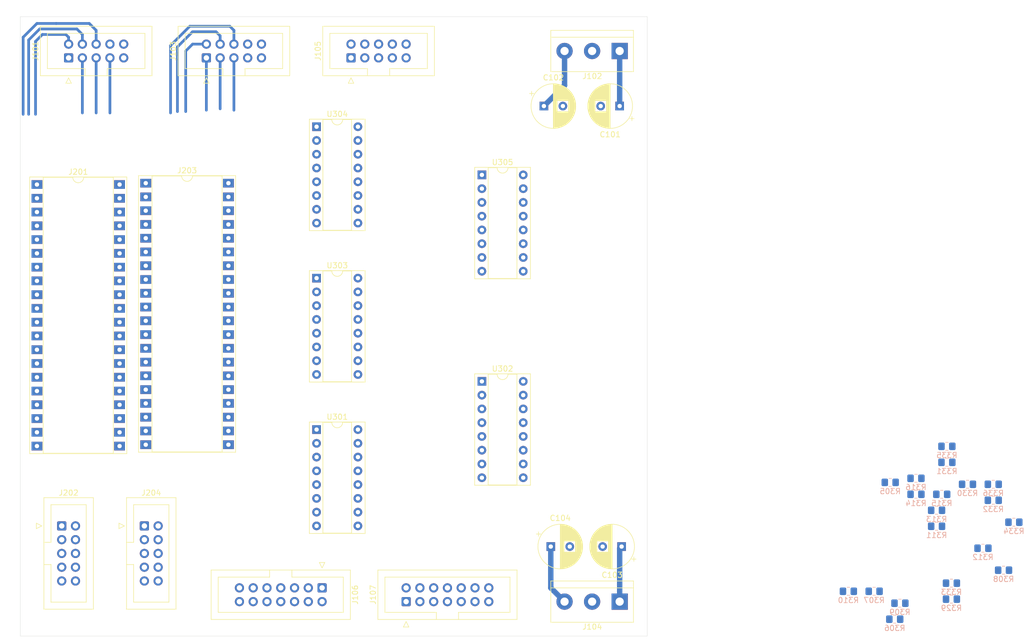
<source format=kicad_pcb>
(kicad_pcb (version 20171130) (host pcbnew "(5.1.9)-1")

  (general
    (thickness 1.6)
    (drawings 4)
    (tracks 42)
    (zones 0)
    (modules 40)
    (nets 138)
  )

  (page A4)
  (layers
    (0 F.Cu signal)
    (31 B.Cu signal)
    (32 B.Adhes user hide)
    (33 F.Adhes user hide)
    (34 B.Paste user)
    (35 F.Paste user)
    (36 B.SilkS user hide)
    (37 F.SilkS user hide)
    (38 B.Mask user hide)
    (39 F.Mask user hide)
    (40 Dwgs.User user)
    (41 Cmts.User user hide)
    (42 Eco1.User user)
    (43 Eco2.User user)
    (44 Edge.Cuts user)
    (45 Margin user)
    (46 B.CrtYd user)
    (47 F.CrtYd user)
    (48 B.Fab user hide)
    (49 F.Fab user)
  )

  (setup
    (last_trace_width 0.5)
    (user_trace_width 0.5)
    (user_trace_width 1)
    (trace_clearance 0.2)
    (zone_clearance 0.508)
    (zone_45_only no)
    (trace_min 0.2)
    (via_size 0.8)
    (via_drill 0.4)
    (via_min_size 0.4)
    (via_min_drill 0.3)
    (uvia_size 0.3)
    (uvia_drill 0.1)
    (uvias_allowed no)
    (uvia_min_size 0.2)
    (uvia_min_drill 0.1)
    (edge_width 0.05)
    (segment_width 0.2)
    (pcb_text_width 0.3)
    (pcb_text_size 1.5 1.5)
    (mod_edge_width 0.12)
    (mod_text_size 1 1)
    (mod_text_width 0.15)
    (pad_size 2 1.6)
    (pad_drill 0.8)
    (pad_to_mask_clearance 0)
    (aux_axis_origin 0 0)
    (visible_elements 7FFFBEFF)
    (pcbplotparams
      (layerselection 0x010fc_ffffffff)
      (usegerberextensions false)
      (usegerberattributes true)
      (usegerberadvancedattributes true)
      (creategerberjobfile true)
      (excludeedgelayer true)
      (linewidth 0.100000)
      (plotframeref false)
      (viasonmask false)
      (mode 1)
      (useauxorigin false)
      (hpglpennumber 1)
      (hpglpenspeed 20)
      (hpglpendiameter 15.000000)
      (psnegative false)
      (psa4output false)
      (plotreference true)
      (plotvalue true)
      (plotinvisibletext false)
      (padsonsilk false)
      (subtractmaskfromsilk false)
      (outputformat 1)
      (mirror false)
      (drillshape 1)
      (scaleselection 1)
      (outputdirectory ""))
  )

  (net 0 "")
  (net 1 +5V)
  (net 2 GND)
  (net 3 -5V)
  (net 4 +15V)
  (net 5 GND2)
  (net 6 -15V)
  (net 7 1_ERR_temp_C)
  (net 8 1_ERR_T_W_C)
  (net 9 1_ERR_T_V_C)
  (net 10 1_ERR_T_U_C)
  (net 11 1_COM_U_O)
  (net 12 1_COM_V_O)
  (net 13 1_COM_W_O)
  (net 14 1_COM_UB_O)
  (net 15 2_ERR_temp_C)
  (net 16 2_ERR_T_W_C)
  (net 17 2_ERR_T_V_C)
  (net 18 2_ERR_T_U_C)
  (net 19 1_COM_VB_O)
  (net 20 1_COM_WB_O)
  (net 21 2_COM_VB_O)
  (net 22 2_COM_WB_O)
  (net 23 2_COM_U_O)
  (net 24 2_COM_V_O)
  (net 25 2_COM_W_O)
  (net 26 2_COM_UB_O)
  (net 27 "Net-(J101-Pad10)")
  (net 28 "Net-(J101-Pad8)")
  (net 29 1_COM_VB_C)
  (net 30 1_COM_W_C)
  (net 31 1_COM_U_C)
  (net 32 1_COM_WB_C)
  (net 33 1_COM_UB_C)
  (net 34 1_COM_V_C)
  (net 35 "Net-(J101-Pad1)")
  (net 36 2_COM_U_C)
  (net 37 2_COM_W_C)
  (net 38 2_COM_VB_C)
  (net 39 "Net-(J103-Pad7)")
  (net 40 2_COM_V_C)
  (net 41 2_COM_UB_C)
  (net 42 2_COM_WB_C)
  (net 43 "Net-(J103-Pad8)")
  (net 44 "Net-(J103-Pad10)")
  (net 45 "Net-(J105-Pad10)")
  (net 46 2_ERR_T_V_O)
  (net 47 2_ERR_T_U_O)
  (net 48 2_ERR_T_W_O)
  (net 49 2_ERR_temp_O)
  (net 50 1_ERR_temp_O)
  (net 51 1_ERR_T_W_O)
  (net 52 1_ERR_T_U_O)
  (net 53 1_ERR_T_V_O)
  (net 54 "Net-(J201-Pad20)")
  (net 55 "Net-(J201-Pad38)")
  (net 56 "Net-(J201-Pad18)")
  (net 57 "Net-(J201-Pad17)")
  (net 58 "Net-(J201-Pad36)")
  (net 59 "Net-(J201-Pad16)")
  (net 60 "Net-(J201-Pad35)")
  (net 61 "Net-(J201-Pad34)")
  (net 62 "Net-(J201-Pad14)")
  (net 63 "Net-(J201-Pad13)")
  (net 64 "Net-(J201-Pad32)")
  (net 65 "Net-(J201-Pad12)")
  (net 66 "Net-(J201-Pad30)")
  (net 67 "Net-(J201-Pad10)")
  (net 68 "Net-(J201-Pad29)")
  (net 69 "Net-(J201-Pad28)")
  (net 70 "Net-(J201-Pad8)")
  (net 71 "Net-(J201-Pad7)")
  (net 72 "Net-(J201-Pad26)")
  (net 73 "Net-(J201-Pad6)")
  (net 74 "Net-(J201-Pad24)")
  (net 75 "Net-(J201-Pad4)")
  (net 76 "Net-(J201-Pad23)")
  (net 77 "Net-(J201-Pad22)")
  (net 78 "Net-(J201-Pad2)")
  (net 79 "Net-(J201-Pad21)")
  (net 80 "Net-(J201-Pad1)")
  (net 81 "Net-(J203-Pad1)")
  (net 82 "Net-(J203-Pad21)")
  (net 83 "Net-(J203-Pad2)")
  (net 84 "Net-(J203-Pad22)")
  (net 85 "Net-(J203-Pad23)")
  (net 86 "Net-(J203-Pad4)")
  (net 87 "Net-(J203-Pad24)")
  (net 88 "Net-(J203-Pad6)")
  (net 89 "Net-(J203-Pad26)")
  (net 90 "Net-(J203-Pad7)")
  (net 91 "Net-(J203-Pad8)")
  (net 92 "Net-(J203-Pad28)")
  (net 93 "Net-(J203-Pad29)")
  (net 94 "Net-(J203-Pad10)")
  (net 95 "Net-(J203-Pad30)")
  (net 96 "Net-(J203-Pad12)")
  (net 97 "Net-(J203-Pad32)")
  (net 98 "Net-(J203-Pad13)")
  (net 99 "Net-(J203-Pad14)")
  (net 100 "Net-(J203-Pad16)")
  (net 101 "Net-(J203-Pad17)")
  (net 102 "Net-(J203-Pad18)")
  (net 103 "Net-(J203-Pad38)")
  (net 104 "Net-(J203-Pad20)")
  (net 105 "Net-(R305-Pad1)")
  (net 106 "Net-(R306-Pad1)")
  (net 107 "Net-(R307-Pad1)")
  (net 108 "Net-(R308-Pad1)")
  (net 109 "Net-(R309-Pad2)")
  (net 110 "Net-(R310-Pad2)")
  (net 111 "Net-(R311-Pad2)")
  (net 112 "Net-(R312-Pad2)")
  (net 113 "Net-(R313-Pad1)")
  (net 114 "Net-(R314-Pad1)")
  (net 115 "Net-(R315-Pad1)")
  (net 116 "Net-(R316-Pad1)")
  (net 117 "Net-(R329-Pad1)")
  (net 118 "Net-(R330-Pad1)")
  (net 119 "Net-(R331-Pad1)")
  (net 120 "Net-(R332-Pad1)")
  (net 121 "Net-(R333-Pad2)")
  (net 122 "Net-(R334-Pad2)")
  (net 123 "Net-(R335-Pad2)")
  (net 124 "Net-(R336-Pad2)")
  (net 125 "Net-(J107-Pad8)")
  (net 126 "Net-(J107-Pad6)")
  (net 127 "Net-(J107-Pad7)")
  (net 128 "Net-(J107-Pad5)")
  (net 129 "Net-(J201-Pad40)")
  (net 130 "Net-(J203-Pad35)")
  (net 131 "Net-(J203-Pad34)")
  (net 132 "Net-(J203-Pad36)")
  (net 133 "Net-(J203-Pad40)")
  (net 134 "Net-(J106-Pad8)")
  (net 135 "Net-(J106-Pad6)")
  (net 136 "Net-(J106-Pad7)")
  (net 137 "Net-(J106-Pad5)")

  (net_class Default "This is the default net class."
    (clearance 0.2)
    (trace_width 0.25)
    (via_dia 0.8)
    (via_drill 0.4)
    (uvia_dia 0.3)
    (uvia_drill 0.1)
    (add_net +15V)
    (add_net +5V)
    (add_net -15V)
    (add_net -5V)
    (add_net 1_COM_UB_C)
    (add_net 1_COM_UB_O)
    (add_net 1_COM_U_C)
    (add_net 1_COM_U_O)
    (add_net 1_COM_VB_C)
    (add_net 1_COM_VB_O)
    (add_net 1_COM_V_C)
    (add_net 1_COM_V_O)
    (add_net 1_COM_WB_C)
    (add_net 1_COM_WB_O)
    (add_net 1_COM_W_C)
    (add_net 1_COM_W_O)
    (add_net 1_ERR_T_U_C)
    (add_net 1_ERR_T_U_O)
    (add_net 1_ERR_T_V_C)
    (add_net 1_ERR_T_V_O)
    (add_net 1_ERR_T_W_C)
    (add_net 1_ERR_T_W_O)
    (add_net 1_ERR_temp_C)
    (add_net 1_ERR_temp_O)
    (add_net 2_COM_UB_C)
    (add_net 2_COM_UB_O)
    (add_net 2_COM_U_C)
    (add_net 2_COM_U_O)
    (add_net 2_COM_VB_C)
    (add_net 2_COM_VB_O)
    (add_net 2_COM_V_C)
    (add_net 2_COM_V_O)
    (add_net 2_COM_WB_C)
    (add_net 2_COM_WB_O)
    (add_net 2_COM_W_C)
    (add_net 2_COM_W_O)
    (add_net 2_ERR_T_U_C)
    (add_net 2_ERR_T_U_O)
    (add_net 2_ERR_T_V_C)
    (add_net 2_ERR_T_V_O)
    (add_net 2_ERR_T_W_C)
    (add_net 2_ERR_T_W_O)
    (add_net 2_ERR_temp_C)
    (add_net 2_ERR_temp_O)
    (add_net GND)
    (add_net GND2)
    (add_net "Net-(J101-Pad1)")
    (add_net "Net-(J101-Pad10)")
    (add_net "Net-(J101-Pad8)")
    (add_net "Net-(J103-Pad10)")
    (add_net "Net-(J103-Pad7)")
    (add_net "Net-(J103-Pad8)")
    (add_net "Net-(J105-Pad10)")
    (add_net "Net-(J106-Pad5)")
    (add_net "Net-(J106-Pad6)")
    (add_net "Net-(J106-Pad7)")
    (add_net "Net-(J106-Pad8)")
    (add_net "Net-(J107-Pad5)")
    (add_net "Net-(J107-Pad6)")
    (add_net "Net-(J107-Pad7)")
    (add_net "Net-(J107-Pad8)")
    (add_net "Net-(J201-Pad1)")
    (add_net "Net-(J201-Pad10)")
    (add_net "Net-(J201-Pad12)")
    (add_net "Net-(J201-Pad13)")
    (add_net "Net-(J201-Pad14)")
    (add_net "Net-(J201-Pad16)")
    (add_net "Net-(J201-Pad17)")
    (add_net "Net-(J201-Pad18)")
    (add_net "Net-(J201-Pad2)")
    (add_net "Net-(J201-Pad20)")
    (add_net "Net-(J201-Pad21)")
    (add_net "Net-(J201-Pad22)")
    (add_net "Net-(J201-Pad23)")
    (add_net "Net-(J201-Pad24)")
    (add_net "Net-(J201-Pad26)")
    (add_net "Net-(J201-Pad28)")
    (add_net "Net-(J201-Pad29)")
    (add_net "Net-(J201-Pad30)")
    (add_net "Net-(J201-Pad32)")
    (add_net "Net-(J201-Pad34)")
    (add_net "Net-(J201-Pad35)")
    (add_net "Net-(J201-Pad36)")
    (add_net "Net-(J201-Pad38)")
    (add_net "Net-(J201-Pad4)")
    (add_net "Net-(J201-Pad40)")
    (add_net "Net-(J201-Pad6)")
    (add_net "Net-(J201-Pad7)")
    (add_net "Net-(J201-Pad8)")
    (add_net "Net-(J203-Pad1)")
    (add_net "Net-(J203-Pad10)")
    (add_net "Net-(J203-Pad12)")
    (add_net "Net-(J203-Pad13)")
    (add_net "Net-(J203-Pad14)")
    (add_net "Net-(J203-Pad16)")
    (add_net "Net-(J203-Pad17)")
    (add_net "Net-(J203-Pad18)")
    (add_net "Net-(J203-Pad2)")
    (add_net "Net-(J203-Pad20)")
    (add_net "Net-(J203-Pad21)")
    (add_net "Net-(J203-Pad22)")
    (add_net "Net-(J203-Pad23)")
    (add_net "Net-(J203-Pad24)")
    (add_net "Net-(J203-Pad26)")
    (add_net "Net-(J203-Pad28)")
    (add_net "Net-(J203-Pad29)")
    (add_net "Net-(J203-Pad30)")
    (add_net "Net-(J203-Pad32)")
    (add_net "Net-(J203-Pad34)")
    (add_net "Net-(J203-Pad35)")
    (add_net "Net-(J203-Pad36)")
    (add_net "Net-(J203-Pad38)")
    (add_net "Net-(J203-Pad4)")
    (add_net "Net-(J203-Pad40)")
    (add_net "Net-(J203-Pad6)")
    (add_net "Net-(J203-Pad7)")
    (add_net "Net-(J203-Pad8)")
    (add_net "Net-(R305-Pad1)")
    (add_net "Net-(R306-Pad1)")
    (add_net "Net-(R307-Pad1)")
    (add_net "Net-(R308-Pad1)")
    (add_net "Net-(R309-Pad2)")
    (add_net "Net-(R310-Pad2)")
    (add_net "Net-(R311-Pad2)")
    (add_net "Net-(R312-Pad2)")
    (add_net "Net-(R313-Pad1)")
    (add_net "Net-(R314-Pad1)")
    (add_net "Net-(R315-Pad1)")
    (add_net "Net-(R316-Pad1)")
    (add_net "Net-(R329-Pad1)")
    (add_net "Net-(R330-Pad1)")
    (add_net "Net-(R331-Pad1)")
    (add_net "Net-(R332-Pad1)")
    (add_net "Net-(R333-Pad2)")
    (add_net "Net-(R334-Pad2)")
    (add_net "Net-(R335-Pad2)")
    (add_net "Net-(R336-Pad2)")
  )

  (module Resistor_SMD:R_0805_2012Metric_Pad1.20x1.40mm_HandSolder (layer B.Cu) (tedit 5F68FEEE) (tstamp 61A1A0FF)
    (at 240.332 123.13)
    (descr "Resistor SMD 0805 (2012 Metric), square (rectangular) end terminal, IPC_7351 nominal with elongated pad for handsoldering. (Body size source: IPC-SM-782 page 72, https://www.pcb-3d.com/wordpress/wp-content/uploads/ipc-sm-782a_amendment_1_and_2.pdf), generated with kicad-footprint-generator")
    (tags "resistor handsolder")
    (path /61710C45/6171B947)
    (attr smd)
    (fp_text reference R336 (at 0 1.65) (layer B.SilkS)
      (effects (font (size 1 1) (thickness 0.15)) (justify mirror))
    )
    (fp_text value 1K (at 0 -1.65) (layer B.Fab)
      (effects (font (size 1 1) (thickness 0.15)) (justify mirror))
    )
    (fp_text user %R (at -0.048 0.06) (layer F.Fab)
      (effects (font (size 0.5 0.5) (thickness 0.08)))
    )
    (fp_line (start -1 -0.625) (end -1 0.625) (layer B.Fab) (width 0.1))
    (fp_line (start -1 0.625) (end 1 0.625) (layer B.Fab) (width 0.1))
    (fp_line (start 1 0.625) (end 1 -0.625) (layer B.Fab) (width 0.1))
    (fp_line (start 1 -0.625) (end -1 -0.625) (layer B.Fab) (width 0.1))
    (fp_line (start -0.227064 0.735) (end 0.227064 0.735) (layer B.SilkS) (width 0.12))
    (fp_line (start -0.227064 -0.735) (end 0.227064 -0.735) (layer B.SilkS) (width 0.12))
    (fp_line (start -1.85 -0.95) (end -1.85 0.95) (layer B.CrtYd) (width 0.05))
    (fp_line (start -1.85 0.95) (end 1.85 0.95) (layer B.CrtYd) (width 0.05))
    (fp_line (start 1.85 0.95) (end 1.85 -0.95) (layer B.CrtYd) (width 0.05))
    (fp_line (start 1.85 -0.95) (end -1.85 -0.95) (layer B.CrtYd) (width 0.05))
    (pad 2 smd roundrect (at 1 0) (size 1.2 1.4) (layers B.Cu B.Paste B.Mask) (roundrect_rratio 0.208333)
      (net 124 "Net-(R336-Pad2)"))
    (pad 1 smd roundrect (at -1 0) (size 1.2 1.4) (layers B.Cu B.Paste B.Mask) (roundrect_rratio 0.208333)
      (net 49 2_ERR_temp_O))
    (model ${KISYS3DMOD}/Resistor_SMD.3dshapes/R_0805_2012Metric.wrl
      (at (xyz 0 0 0))
      (scale (xyz 1 1 1))
      (rotate (xyz 0 0 0))
    )
  )

  (module Resistor_SMD:R_0805_2012Metric_Pad1.20x1.40mm_HandSolder (layer B.Cu) (tedit 5F68FEEE) (tstamp 61A1A0EE)
    (at 231.782 116.13)
    (descr "Resistor SMD 0805 (2012 Metric), square (rectangular) end terminal, IPC_7351 nominal with elongated pad for handsoldering. (Body size source: IPC-SM-782 page 72, https://www.pcb-3d.com/wordpress/wp-content/uploads/ipc-sm-782a_amendment_1_and_2.pdf), generated with kicad-footprint-generator")
    (tags "resistor handsolder")
    (path /61710C45/6171B941)
    (attr smd)
    (fp_text reference R335 (at 0 1.65) (layer B.SilkS)
      (effects (font (size 1 1) (thickness 0.15)) (justify mirror))
    )
    (fp_text value 1K (at 0 -1.65) (layer B.Fab)
      (effects (font (size 1 1) (thickness 0.15)) (justify mirror))
    )
    (fp_text user %R (at 0 0) (layer B.Fab)
      (effects (font (size 0.5 0.5) (thickness 0.08)) (justify mirror))
    )
    (fp_line (start -1 -0.625) (end -1 0.625) (layer B.Fab) (width 0.1))
    (fp_line (start -1 0.625) (end 1 0.625) (layer B.Fab) (width 0.1))
    (fp_line (start 1 0.625) (end 1 -0.625) (layer B.Fab) (width 0.1))
    (fp_line (start 1 -0.625) (end -1 -0.625) (layer B.Fab) (width 0.1))
    (fp_line (start -0.227064 0.735) (end 0.227064 0.735) (layer B.SilkS) (width 0.12))
    (fp_line (start -0.227064 -0.735) (end 0.227064 -0.735) (layer B.SilkS) (width 0.12))
    (fp_line (start -1.85 -0.95) (end -1.85 0.95) (layer B.CrtYd) (width 0.05))
    (fp_line (start -1.85 0.95) (end 1.85 0.95) (layer B.CrtYd) (width 0.05))
    (fp_line (start 1.85 0.95) (end 1.85 -0.95) (layer B.CrtYd) (width 0.05))
    (fp_line (start 1.85 -0.95) (end -1.85 -0.95) (layer B.CrtYd) (width 0.05))
    (pad 2 smd roundrect (at 1 0) (size 1.2 1.4) (layers B.Cu B.Paste B.Mask) (roundrect_rratio 0.208333)
      (net 123 "Net-(R335-Pad2)"))
    (pad 1 smd roundrect (at -1 0) (size 1.2 1.4) (layers B.Cu B.Paste B.Mask) (roundrect_rratio 0.208333)
      (net 48 2_ERR_T_W_O))
    (model ${KISYS3DMOD}/Resistor_SMD.3dshapes/R_0805_2012Metric.wrl
      (at (xyz 0 0 0))
      (scale (xyz 1 1 1))
      (rotate (xyz 0 0 0))
    )
  )

  (module Resistor_SMD:R_0805_2012Metric_Pad1.20x1.40mm_HandSolder (layer B.Cu) (tedit 5F68FEEE) (tstamp 61A1A0DD)
    (at 244.132 130.13)
    (descr "Resistor SMD 0805 (2012 Metric), square (rectangular) end terminal, IPC_7351 nominal with elongated pad for handsoldering. (Body size source: IPC-SM-782 page 72, https://www.pcb-3d.com/wordpress/wp-content/uploads/ipc-sm-782a_amendment_1_and_2.pdf), generated with kicad-footprint-generator")
    (tags "resistor handsolder")
    (path /61710C45/6171B93B)
    (attr smd)
    (fp_text reference R334 (at 0 1.65) (layer B.SilkS)
      (effects (font (size 1 1) (thickness 0.15)) (justify mirror))
    )
    (fp_text value 1K (at 0 -1.65) (layer B.Fab)
      (effects (font (size 1 1) (thickness 0.15)) (justify mirror))
    )
    (fp_text user %R (at 0 0) (layer B.Fab)
      (effects (font (size 0.5 0.5) (thickness 0.08)) (justify mirror))
    )
    (fp_line (start -1 -0.625) (end -1 0.625) (layer B.Fab) (width 0.1))
    (fp_line (start -1 0.625) (end 1 0.625) (layer B.Fab) (width 0.1))
    (fp_line (start 1 0.625) (end 1 -0.625) (layer B.Fab) (width 0.1))
    (fp_line (start 1 -0.625) (end -1 -0.625) (layer B.Fab) (width 0.1))
    (fp_line (start -0.227064 0.735) (end 0.227064 0.735) (layer B.SilkS) (width 0.12))
    (fp_line (start -0.227064 -0.735) (end 0.227064 -0.735) (layer B.SilkS) (width 0.12))
    (fp_line (start -1.85 -0.95) (end -1.85 0.95) (layer B.CrtYd) (width 0.05))
    (fp_line (start -1.85 0.95) (end 1.85 0.95) (layer B.CrtYd) (width 0.05))
    (fp_line (start 1.85 0.95) (end 1.85 -0.95) (layer B.CrtYd) (width 0.05))
    (fp_line (start 1.85 -0.95) (end -1.85 -0.95) (layer B.CrtYd) (width 0.05))
    (pad 2 smd roundrect (at 1 0) (size 1.2 1.4) (layers B.Cu B.Paste B.Mask) (roundrect_rratio 0.208333)
      (net 122 "Net-(R334-Pad2)"))
    (pad 1 smd roundrect (at -1 0) (size 1.2 1.4) (layers B.Cu B.Paste B.Mask) (roundrect_rratio 0.208333)
      (net 46 2_ERR_T_V_O))
    (model ${KISYS3DMOD}/Resistor_SMD.3dshapes/R_0805_2012Metric.wrl
      (at (xyz 0 0 0))
      (scale (xyz 1 1 1))
      (rotate (xyz 0 0 0))
    )
  )

  (module Resistor_SMD:R_0805_2012Metric_Pad1.20x1.40mm_HandSolder (layer B.Cu) (tedit 5F68FEEE) (tstamp 61A1A0CC)
    (at 232.62 141.374)
    (descr "Resistor SMD 0805 (2012 Metric), square (rectangular) end terminal, IPC_7351 nominal with elongated pad for handsoldering. (Body size source: IPC-SM-782 page 72, https://www.pcb-3d.com/wordpress/wp-content/uploads/ipc-sm-782a_amendment_1_and_2.pdf), generated with kicad-footprint-generator")
    (tags "resistor handsolder")
    (path /61710C45/6171B935)
    (attr smd)
    (fp_text reference R333 (at 0 1.65) (layer B.SilkS)
      (effects (font (size 1 1) (thickness 0.15)) (justify mirror))
    )
    (fp_text value 1K (at 0 -1.65) (layer B.Fab)
      (effects (font (size 1 1) (thickness 0.15)) (justify mirror))
    )
    (fp_text user %R (at 0 0) (layer B.Fab)
      (effects (font (size 0.5 0.5) (thickness 0.08)) (justify mirror))
    )
    (fp_line (start -1 -0.625) (end -1 0.625) (layer B.Fab) (width 0.1))
    (fp_line (start -1 0.625) (end 1 0.625) (layer B.Fab) (width 0.1))
    (fp_line (start 1 0.625) (end 1 -0.625) (layer B.Fab) (width 0.1))
    (fp_line (start 1 -0.625) (end -1 -0.625) (layer B.Fab) (width 0.1))
    (fp_line (start -0.227064 0.735) (end 0.227064 0.735) (layer B.SilkS) (width 0.12))
    (fp_line (start -0.227064 -0.735) (end 0.227064 -0.735) (layer B.SilkS) (width 0.12))
    (fp_line (start -1.85 -0.95) (end -1.85 0.95) (layer B.CrtYd) (width 0.05))
    (fp_line (start -1.85 0.95) (end 1.85 0.95) (layer B.CrtYd) (width 0.05))
    (fp_line (start 1.85 0.95) (end 1.85 -0.95) (layer B.CrtYd) (width 0.05))
    (fp_line (start 1.85 -0.95) (end -1.85 -0.95) (layer B.CrtYd) (width 0.05))
    (pad 2 smd roundrect (at 1 0) (size 1.2 1.4) (layers B.Cu B.Paste B.Mask) (roundrect_rratio 0.208333)
      (net 121 "Net-(R333-Pad2)"))
    (pad 1 smd roundrect (at -1 0) (size 1.2 1.4) (layers B.Cu B.Paste B.Mask) (roundrect_rratio 0.208333)
      (net 47 2_ERR_T_U_O))
    (model ${KISYS3DMOD}/Resistor_SMD.3dshapes/R_0805_2012Metric.wrl
      (at (xyz 0 0 0))
      (scale (xyz 1 1 1))
      (rotate (xyz 0 0 0))
    )
  )

  (module Resistor_SMD:R_0805_2012Metric_Pad1.20x1.40mm_HandSolder (layer B.Cu) (tedit 5F68FEEE) (tstamp 61A1A0BB)
    (at 240.332 126.08)
    (descr "Resistor SMD 0805 (2012 Metric), square (rectangular) end terminal, IPC_7351 nominal with elongated pad for handsoldering. (Body size source: IPC-SM-782 page 72, https://www.pcb-3d.com/wordpress/wp-content/uploads/ipc-sm-782a_amendment_1_and_2.pdf), generated with kicad-footprint-generator")
    (tags "resistor handsolder")
    (path /61710C45/61728804)
    (attr smd)
    (fp_text reference R332 (at 0 1.65) (layer B.SilkS)
      (effects (font (size 1 1) (thickness 0.15)) (justify mirror))
    )
    (fp_text value 1K (at 0 -1.65) (layer B.Fab)
      (effects (font (size 1 1) (thickness 0.15)) (justify mirror))
    )
    (fp_text user %R (at 0 0) (layer B.Fab)
      (effects (font (size 0.5 0.5) (thickness 0.08)) (justify mirror))
    )
    (fp_line (start -1 -0.625) (end -1 0.625) (layer B.Fab) (width 0.1))
    (fp_line (start -1 0.625) (end 1 0.625) (layer B.Fab) (width 0.1))
    (fp_line (start 1 0.625) (end 1 -0.625) (layer B.Fab) (width 0.1))
    (fp_line (start 1 -0.625) (end -1 -0.625) (layer B.Fab) (width 0.1))
    (fp_line (start -0.227064 0.735) (end 0.227064 0.735) (layer B.SilkS) (width 0.12))
    (fp_line (start -0.227064 -0.735) (end 0.227064 -0.735) (layer B.SilkS) (width 0.12))
    (fp_line (start -1.85 -0.95) (end -1.85 0.95) (layer B.CrtYd) (width 0.05))
    (fp_line (start -1.85 0.95) (end 1.85 0.95) (layer B.CrtYd) (width 0.05))
    (fp_line (start 1.85 0.95) (end 1.85 -0.95) (layer B.CrtYd) (width 0.05))
    (fp_line (start 1.85 -0.95) (end -1.85 -0.95) (layer B.CrtYd) (width 0.05))
    (pad 2 smd roundrect (at 1 0) (size 1.2 1.4) (layers B.Cu B.Paste B.Mask) (roundrect_rratio 0.208333)
      (net 41 2_COM_UB_C))
    (pad 1 smd roundrect (at -1 0) (size 1.2 1.4) (layers B.Cu B.Paste B.Mask) (roundrect_rratio 0.208333)
      (net 120 "Net-(R332-Pad1)"))
    (model ${KISYS3DMOD}/Resistor_SMD.3dshapes/R_0805_2012Metric.wrl
      (at (xyz 0 0 0))
      (scale (xyz 1 1 1))
      (rotate (xyz 0 0 0))
    )
  )

  (module Resistor_SMD:R_0805_2012Metric_Pad1.20x1.40mm_HandSolder (layer B.Cu) (tedit 5F68FEEE) (tstamp 61A1A0AA)
    (at 231.782 119.08)
    (descr "Resistor SMD 0805 (2012 Metric), square (rectangular) end terminal, IPC_7351 nominal with elongated pad for handsoldering. (Body size source: IPC-SM-782 page 72, https://www.pcb-3d.com/wordpress/wp-content/uploads/ipc-sm-782a_amendment_1_and_2.pdf), generated with kicad-footprint-generator")
    (tags "resistor handsolder")
    (path /61710C45/6172880A)
    (attr smd)
    (fp_text reference R331 (at 0 1.65) (layer B.SilkS)
      (effects (font (size 1 1) (thickness 0.15)) (justify mirror))
    )
    (fp_text value 1K (at 0 -1.65) (layer B.Fab)
      (effects (font (size 1 1) (thickness 0.15)) (justify mirror))
    )
    (fp_text user %R (at 0 0) (layer B.Fab)
      (effects (font (size 0.5 0.5) (thickness 0.08)) (justify mirror))
    )
    (fp_line (start -1 -0.625) (end -1 0.625) (layer B.Fab) (width 0.1))
    (fp_line (start -1 0.625) (end 1 0.625) (layer B.Fab) (width 0.1))
    (fp_line (start 1 0.625) (end 1 -0.625) (layer B.Fab) (width 0.1))
    (fp_line (start 1 -0.625) (end -1 -0.625) (layer B.Fab) (width 0.1))
    (fp_line (start -0.227064 0.735) (end 0.227064 0.735) (layer B.SilkS) (width 0.12))
    (fp_line (start -0.227064 -0.735) (end 0.227064 -0.735) (layer B.SilkS) (width 0.12))
    (fp_line (start -1.85 -0.95) (end -1.85 0.95) (layer B.CrtYd) (width 0.05))
    (fp_line (start -1.85 0.95) (end 1.85 0.95) (layer B.CrtYd) (width 0.05))
    (fp_line (start 1.85 0.95) (end 1.85 -0.95) (layer B.CrtYd) (width 0.05))
    (fp_line (start 1.85 -0.95) (end -1.85 -0.95) (layer B.CrtYd) (width 0.05))
    (pad 2 smd roundrect (at 1 0) (size 1.2 1.4) (layers B.Cu B.Paste B.Mask) (roundrect_rratio 0.208333)
      (net 37 2_COM_W_C))
    (pad 1 smd roundrect (at -1 0) (size 1.2 1.4) (layers B.Cu B.Paste B.Mask) (roundrect_rratio 0.208333)
      (net 119 "Net-(R331-Pad1)"))
    (model ${KISYS3DMOD}/Resistor_SMD.3dshapes/R_0805_2012Metric.wrl
      (at (xyz 0 0 0))
      (scale (xyz 1 1 1))
      (rotate (xyz 0 0 0))
    )
  )

  (module Resistor_SMD:R_0805_2012Metric_Pad1.20x1.40mm_HandSolder (layer B.Cu) (tedit 5F68FEEE) (tstamp 61A1A099)
    (at 235.582 123.13)
    (descr "Resistor SMD 0805 (2012 Metric), square (rectangular) end terminal, IPC_7351 nominal with elongated pad for handsoldering. (Body size source: IPC-SM-782 page 72, https://www.pcb-3d.com/wordpress/wp-content/uploads/ipc-sm-782a_amendment_1_and_2.pdf), generated with kicad-footprint-generator")
    (tags "resistor handsolder")
    (path /61710C45/61728810)
    (attr smd)
    (fp_text reference R330 (at 0 1.65) (layer B.SilkS)
      (effects (font (size 1 1) (thickness 0.15)) (justify mirror))
    )
    (fp_text value 1K (at 0 -1.65) (layer B.Fab)
      (effects (font (size 1 1) (thickness 0.15)) (justify mirror))
    )
    (fp_text user %R (at 0 0) (layer B.Fab)
      (effects (font (size 0.5 0.5) (thickness 0.08)) (justify mirror))
    )
    (fp_line (start -1 -0.625) (end -1 0.625) (layer B.Fab) (width 0.1))
    (fp_line (start -1 0.625) (end 1 0.625) (layer B.Fab) (width 0.1))
    (fp_line (start 1 0.625) (end 1 -0.625) (layer B.Fab) (width 0.1))
    (fp_line (start 1 -0.625) (end -1 -0.625) (layer B.Fab) (width 0.1))
    (fp_line (start -0.227064 0.735) (end 0.227064 0.735) (layer B.SilkS) (width 0.12))
    (fp_line (start -0.227064 -0.735) (end 0.227064 -0.735) (layer B.SilkS) (width 0.12))
    (fp_line (start -1.85 -0.95) (end -1.85 0.95) (layer B.CrtYd) (width 0.05))
    (fp_line (start -1.85 0.95) (end 1.85 0.95) (layer B.CrtYd) (width 0.05))
    (fp_line (start 1.85 0.95) (end 1.85 -0.95) (layer B.CrtYd) (width 0.05))
    (fp_line (start 1.85 -0.95) (end -1.85 -0.95) (layer B.CrtYd) (width 0.05))
    (pad 2 smd roundrect (at 1 0) (size 1.2 1.4) (layers B.Cu B.Paste B.Mask) (roundrect_rratio 0.208333)
      (net 40 2_COM_V_C))
    (pad 1 smd roundrect (at -1 0) (size 1.2 1.4) (layers B.Cu B.Paste B.Mask) (roundrect_rratio 0.208333)
      (net 118 "Net-(R330-Pad1)"))
    (model ${KISYS3DMOD}/Resistor_SMD.3dshapes/R_0805_2012Metric.wrl
      (at (xyz 0 0 0))
      (scale (xyz 1 1 1))
      (rotate (xyz 0 0 0))
    )
  )

  (module Resistor_SMD:R_0805_2012Metric_Pad1.20x1.40mm_HandSolder (layer B.Cu) (tedit 5F68FEEE) (tstamp 61A1A088)
    (at 232.62 144.324)
    (descr "Resistor SMD 0805 (2012 Metric), square (rectangular) end terminal, IPC_7351 nominal with elongated pad for handsoldering. (Body size source: IPC-SM-782 page 72, https://www.pcb-3d.com/wordpress/wp-content/uploads/ipc-sm-782a_amendment_1_and_2.pdf), generated with kicad-footprint-generator")
    (tags "resistor handsolder")
    (path /61710C45/61728816)
    (attr smd)
    (fp_text reference R329 (at 0 1.65) (layer B.SilkS)
      (effects (font (size 1 1) (thickness 0.15)) (justify mirror))
    )
    (fp_text value 1K (at 0 -1.65) (layer B.Fab)
      (effects (font (size 1 1) (thickness 0.15)) (justify mirror))
    )
    (fp_text user %R (at 0 0) (layer B.Fab)
      (effects (font (size 0.5 0.5) (thickness 0.08)) (justify mirror))
    )
    (fp_line (start -1 -0.625) (end -1 0.625) (layer B.Fab) (width 0.1))
    (fp_line (start -1 0.625) (end 1 0.625) (layer B.Fab) (width 0.1))
    (fp_line (start 1 0.625) (end 1 -0.625) (layer B.Fab) (width 0.1))
    (fp_line (start 1 -0.625) (end -1 -0.625) (layer B.Fab) (width 0.1))
    (fp_line (start -0.227064 0.735) (end 0.227064 0.735) (layer B.SilkS) (width 0.12))
    (fp_line (start -0.227064 -0.735) (end 0.227064 -0.735) (layer B.SilkS) (width 0.12))
    (fp_line (start -1.85 -0.95) (end -1.85 0.95) (layer B.CrtYd) (width 0.05))
    (fp_line (start -1.85 0.95) (end 1.85 0.95) (layer B.CrtYd) (width 0.05))
    (fp_line (start 1.85 0.95) (end 1.85 -0.95) (layer B.CrtYd) (width 0.05))
    (fp_line (start 1.85 -0.95) (end -1.85 -0.95) (layer B.CrtYd) (width 0.05))
    (pad 2 smd roundrect (at 1 0) (size 1.2 1.4) (layers B.Cu B.Paste B.Mask) (roundrect_rratio 0.208333)
      (net 36 2_COM_U_C))
    (pad 1 smd roundrect (at -1 0) (size 1.2 1.4) (layers B.Cu B.Paste B.Mask) (roundrect_rratio 0.208333)
      (net 117 "Net-(R329-Pad1)"))
    (model ${KISYS3DMOD}/Resistor_SMD.3dshapes/R_0805_2012Metric.wrl
      (at (xyz 0 0 0))
      (scale (xyz 1 1 1))
      (rotate (xyz 0 0 0))
    )
  )

  (module Resistor_SMD:R_0805_2012Metric_Pad1.20x1.40mm_HandSolder (layer B.Cu) (tedit 5F68FEEE) (tstamp 61A19FAB)
    (at 226.082 122.03)
    (descr "Resistor SMD 0805 (2012 Metric), square (rectangular) end terminal, IPC_7351 nominal with elongated pad for handsoldering. (Body size source: IPC-SM-782 page 72, https://www.pcb-3d.com/wordpress/wp-content/uploads/ipc-sm-782a_amendment_1_and_2.pdf), generated with kicad-footprint-generator")
    (tags "resistor handsolder")
    (path /61710C45/617287E8)
    (attr smd)
    (fp_text reference R316 (at 0 1.65) (layer B.SilkS)
      (effects (font (size 1 1) (thickness 0.15)) (justify mirror))
    )
    (fp_text value 1K (at 0 -1.65) (layer B.Fab)
      (effects (font (size 1 1) (thickness 0.15)) (justify mirror))
    )
    (fp_text user %R (at 0 0) (layer B.Fab)
      (effects (font (size 0.5 0.5) (thickness 0.08)) (justify mirror))
    )
    (fp_line (start -1 -0.625) (end -1 0.625) (layer B.Fab) (width 0.1))
    (fp_line (start -1 0.625) (end 1 0.625) (layer B.Fab) (width 0.1))
    (fp_line (start 1 0.625) (end 1 -0.625) (layer B.Fab) (width 0.1))
    (fp_line (start 1 -0.625) (end -1 -0.625) (layer B.Fab) (width 0.1))
    (fp_line (start -0.227064 0.735) (end 0.227064 0.735) (layer B.SilkS) (width 0.12))
    (fp_line (start -0.227064 -0.735) (end 0.227064 -0.735) (layer B.SilkS) (width 0.12))
    (fp_line (start -1.85 -0.95) (end -1.85 0.95) (layer B.CrtYd) (width 0.05))
    (fp_line (start -1.85 0.95) (end 1.85 0.95) (layer B.CrtYd) (width 0.05))
    (fp_line (start 1.85 0.95) (end 1.85 -0.95) (layer B.CrtYd) (width 0.05))
    (fp_line (start 1.85 -0.95) (end -1.85 -0.95) (layer B.CrtYd) (width 0.05))
    (pad 2 smd roundrect (at 1 0) (size 1.2 1.4) (layers B.Cu B.Paste B.Mask) (roundrect_rratio 0.208333)
      (net 42 2_COM_WB_C))
    (pad 1 smd roundrect (at -1 0) (size 1.2 1.4) (layers B.Cu B.Paste B.Mask) (roundrect_rratio 0.208333)
      (net 116 "Net-(R316-Pad1)"))
    (model ${KISYS3DMOD}/Resistor_SMD.3dshapes/R_0805_2012Metric.wrl
      (at (xyz 0 0 0))
      (scale (xyz 1 1 1))
      (rotate (xyz 0 0 0))
    )
  )

  (module Resistor_SMD:R_0805_2012Metric_Pad1.20x1.40mm_HandSolder (layer B.Cu) (tedit 5F68FEEE) (tstamp 61A1AF93)
    (at 230.832 124.98)
    (descr "Resistor SMD 0805 (2012 Metric), square (rectangular) end terminal, IPC_7351 nominal with elongated pad for handsoldering. (Body size source: IPC-SM-782 page 72, https://www.pcb-3d.com/wordpress/wp-content/uploads/ipc-sm-782a_amendment_1_and_2.pdf), generated with kicad-footprint-generator")
    (tags "resistor handsolder")
    (path /61710C45/617287E2)
    (attr smd)
    (fp_text reference R315 (at 0 1.65) (layer B.SilkS)
      (effects (font (size 1 1) (thickness 0.15)) (justify mirror))
    )
    (fp_text value 1K (at 0 -1.65) (layer B.Fab)
      (effects (font (size 1 1) (thickness 0.15)) (justify mirror))
    )
    (fp_text user %R (at 0 0) (layer B.Fab)
      (effects (font (size 0.5 0.5) (thickness 0.08)) (justify mirror))
    )
    (fp_line (start -1 -0.625) (end -1 0.625) (layer B.Fab) (width 0.1))
    (fp_line (start -1 0.625) (end 1 0.625) (layer B.Fab) (width 0.1))
    (fp_line (start 1 0.625) (end 1 -0.625) (layer B.Fab) (width 0.1))
    (fp_line (start 1 -0.625) (end -1 -0.625) (layer B.Fab) (width 0.1))
    (fp_line (start -0.227064 0.735) (end 0.227064 0.735) (layer B.SilkS) (width 0.12))
    (fp_line (start -0.227064 -0.735) (end 0.227064 -0.735) (layer B.SilkS) (width 0.12))
    (fp_line (start -1.85 -0.95) (end -1.85 0.95) (layer B.CrtYd) (width 0.05))
    (fp_line (start -1.85 0.95) (end 1.85 0.95) (layer B.CrtYd) (width 0.05))
    (fp_line (start 1.85 0.95) (end 1.85 -0.95) (layer B.CrtYd) (width 0.05))
    (fp_line (start 1.85 -0.95) (end -1.85 -0.95) (layer B.CrtYd) (width 0.05))
    (pad 2 smd roundrect (at 1 0) (size 1.2 1.4) (layers B.Cu B.Paste B.Mask) (roundrect_rratio 0.208333)
      (net 38 2_COM_VB_C))
    (pad 1 smd roundrect (at -1 0) (size 1.2 1.4) (layers B.Cu B.Paste B.Mask) (roundrect_rratio 0.208333)
      (net 115 "Net-(R315-Pad1)"))
    (model ${KISYS3DMOD}/Resistor_SMD.3dshapes/R_0805_2012Metric.wrl
      (at (xyz 0 0 0))
      (scale (xyz 1 1 1))
      (rotate (xyz 0 0 0))
    )
  )

  (module Resistor_SMD:R_0805_2012Metric_Pad1.20x1.40mm_HandSolder (layer B.Cu) (tedit 5F68FEEE) (tstamp 61A19F89)
    (at 226.082 124.98)
    (descr "Resistor SMD 0805 (2012 Metric), square (rectangular) end terminal, IPC_7351 nominal with elongated pad for handsoldering. (Body size source: IPC-SM-782 page 72, https://www.pcb-3d.com/wordpress/wp-content/uploads/ipc-sm-782a_amendment_1_and_2.pdf), generated with kicad-footprint-generator")
    (tags "resistor handsolder")
    (path /61710C45/617443F6)
    (attr smd)
    (fp_text reference R314 (at 0 1.65) (layer B.SilkS)
      (effects (font (size 1 1) (thickness 0.15)) (justify mirror))
    )
    (fp_text value 1K (at 0 -1.65) (layer B.Fab)
      (effects (font (size 1 1) (thickness 0.15)) (justify mirror))
    )
    (fp_text user %R (at 0 0) (layer B.Fab)
      (effects (font (size 0.5 0.5) (thickness 0.08)) (justify mirror))
    )
    (fp_line (start -1 -0.625) (end -1 0.625) (layer B.Fab) (width 0.1))
    (fp_line (start -1 0.625) (end 1 0.625) (layer B.Fab) (width 0.1))
    (fp_line (start 1 0.625) (end 1 -0.625) (layer B.Fab) (width 0.1))
    (fp_line (start 1 -0.625) (end -1 -0.625) (layer B.Fab) (width 0.1))
    (fp_line (start -0.227064 0.735) (end 0.227064 0.735) (layer B.SilkS) (width 0.12))
    (fp_line (start -0.227064 -0.735) (end 0.227064 -0.735) (layer B.SilkS) (width 0.12))
    (fp_line (start -1.85 -0.95) (end -1.85 0.95) (layer B.CrtYd) (width 0.05))
    (fp_line (start -1.85 0.95) (end 1.85 0.95) (layer B.CrtYd) (width 0.05))
    (fp_line (start 1.85 0.95) (end 1.85 -0.95) (layer B.CrtYd) (width 0.05))
    (fp_line (start 1.85 -0.95) (end -1.85 -0.95) (layer B.CrtYd) (width 0.05))
    (pad 2 smd roundrect (at 1 0) (size 1.2 1.4) (layers B.Cu B.Paste B.Mask) (roundrect_rratio 0.208333)
      (net 32 1_COM_WB_C))
    (pad 1 smd roundrect (at -1 0) (size 1.2 1.4) (layers B.Cu B.Paste B.Mask) (roundrect_rratio 0.208333)
      (net 114 "Net-(R314-Pad1)"))
    (model ${KISYS3DMOD}/Resistor_SMD.3dshapes/R_0805_2012Metric.wrl
      (at (xyz 0 0 0))
      (scale (xyz 1 1 1))
      (rotate (xyz 0 0 0))
    )
  )

  (module Resistor_SMD:R_0805_2012Metric_Pad1.20x1.40mm_HandSolder (layer B.Cu) (tedit 5F68FEEE) (tstamp 61A19F78)
    (at 229.882 127.93)
    (descr "Resistor SMD 0805 (2012 Metric), square (rectangular) end terminal, IPC_7351 nominal with elongated pad for handsoldering. (Body size source: IPC-SM-782 page 72, https://www.pcb-3d.com/wordpress/wp-content/uploads/ipc-sm-782a_amendment_1_and_2.pdf), generated with kicad-footprint-generator")
    (tags "resistor handsolder")
    (path /61710C45/617443F0)
    (attr smd)
    (fp_text reference R313 (at 0 1.65) (layer B.SilkS)
      (effects (font (size 1 1) (thickness 0.15)) (justify mirror))
    )
    (fp_text value 1K (at 0 -1.65) (layer B.Fab)
      (effects (font (size 1 1) (thickness 0.15)) (justify mirror))
    )
    (fp_text user %R (at 0 0) (layer B.Fab)
      (effects (font (size 0.5 0.5) (thickness 0.08)) (justify mirror))
    )
    (fp_line (start -1 -0.625) (end -1 0.625) (layer B.Fab) (width 0.1))
    (fp_line (start -1 0.625) (end 1 0.625) (layer B.Fab) (width 0.1))
    (fp_line (start 1 0.625) (end 1 -0.625) (layer B.Fab) (width 0.1))
    (fp_line (start 1 -0.625) (end -1 -0.625) (layer B.Fab) (width 0.1))
    (fp_line (start -0.227064 0.735) (end 0.227064 0.735) (layer B.SilkS) (width 0.12))
    (fp_line (start -0.227064 -0.735) (end 0.227064 -0.735) (layer B.SilkS) (width 0.12))
    (fp_line (start -1.85 -0.95) (end -1.85 0.95) (layer B.CrtYd) (width 0.05))
    (fp_line (start -1.85 0.95) (end 1.85 0.95) (layer B.CrtYd) (width 0.05))
    (fp_line (start 1.85 0.95) (end 1.85 -0.95) (layer B.CrtYd) (width 0.05))
    (fp_line (start 1.85 -0.95) (end -1.85 -0.95) (layer B.CrtYd) (width 0.05))
    (pad 2 smd roundrect (at 1 0) (size 1.2 1.4) (layers B.Cu B.Paste B.Mask) (roundrect_rratio 0.208333)
      (net 29 1_COM_VB_C))
    (pad 1 smd roundrect (at -1 0) (size 1.2 1.4) (layers B.Cu B.Paste B.Mask) (roundrect_rratio 0.208333)
      (net 113 "Net-(R313-Pad1)"))
    (model ${KISYS3DMOD}/Resistor_SMD.3dshapes/R_0805_2012Metric.wrl
      (at (xyz 0 0 0))
      (scale (xyz 1 1 1))
      (rotate (xyz 0 0 0))
    )
  )

  (module Resistor_SMD:R_0805_2012Metric_Pad1.20x1.40mm_HandSolder (layer B.Cu) (tedit 5F68FEEE) (tstamp 61A19F67)
    (at 238.432 134.93)
    (descr "Resistor SMD 0805 (2012 Metric), square (rectangular) end terminal, IPC_7351 nominal with elongated pad for handsoldering. (Body size source: IPC-SM-782 page 72, https://www.pcb-3d.com/wordpress/wp-content/uploads/ipc-sm-782a_amendment_1_and_2.pdf), generated with kicad-footprint-generator")
    (tags "resistor handsolder")
    (path /61710C45/617169B6)
    (attr smd)
    (fp_text reference R312 (at 0 1.65) (layer B.SilkS)
      (effects (font (size 1 1) (thickness 0.15)) (justify mirror))
    )
    (fp_text value 1K (at 0 -1.65) (layer B.Fab)
      (effects (font (size 1 1) (thickness 0.15)) (justify mirror))
    )
    (fp_text user %R (at 0 0) (layer B.Fab)
      (effects (font (size 0.5 0.5) (thickness 0.08)) (justify mirror))
    )
    (fp_line (start -1 -0.625) (end -1 0.625) (layer B.Fab) (width 0.1))
    (fp_line (start -1 0.625) (end 1 0.625) (layer B.Fab) (width 0.1))
    (fp_line (start 1 0.625) (end 1 -0.625) (layer B.Fab) (width 0.1))
    (fp_line (start 1 -0.625) (end -1 -0.625) (layer B.Fab) (width 0.1))
    (fp_line (start -0.227064 0.735) (end 0.227064 0.735) (layer B.SilkS) (width 0.12))
    (fp_line (start -0.227064 -0.735) (end 0.227064 -0.735) (layer B.SilkS) (width 0.12))
    (fp_line (start -1.85 -0.95) (end -1.85 0.95) (layer B.CrtYd) (width 0.05))
    (fp_line (start -1.85 0.95) (end 1.85 0.95) (layer B.CrtYd) (width 0.05))
    (fp_line (start 1.85 0.95) (end 1.85 -0.95) (layer B.CrtYd) (width 0.05))
    (fp_line (start 1.85 -0.95) (end -1.85 -0.95) (layer B.CrtYd) (width 0.05))
    (pad 2 smd roundrect (at 1 0) (size 1.2 1.4) (layers B.Cu B.Paste B.Mask) (roundrect_rratio 0.208333)
      (net 112 "Net-(R312-Pad2)"))
    (pad 1 smd roundrect (at -1 0) (size 1.2 1.4) (layers B.Cu B.Paste B.Mask) (roundrect_rratio 0.208333)
      (net 50 1_ERR_temp_O))
    (model ${KISYS3DMOD}/Resistor_SMD.3dshapes/R_0805_2012Metric.wrl
      (at (xyz 0 0 0))
      (scale (xyz 1 1 1))
      (rotate (xyz 0 0 0))
    )
  )

  (module Resistor_SMD:R_0805_2012Metric_Pad1.20x1.40mm_HandSolder (layer B.Cu) (tedit 5F68FEEE) (tstamp 61A19F56)
    (at 229.882 130.88)
    (descr "Resistor SMD 0805 (2012 Metric), square (rectangular) end terminal, IPC_7351 nominal with elongated pad for handsoldering. (Body size source: IPC-SM-782 page 72, https://www.pcb-3d.com/wordpress/wp-content/uploads/ipc-sm-782a_amendment_1_and_2.pdf), generated with kicad-footprint-generator")
    (tags "resistor handsolder")
    (path /61710C45/617169B0)
    (attr smd)
    (fp_text reference R311 (at 0 1.65) (layer B.SilkS)
      (effects (font (size 1 1) (thickness 0.15)) (justify mirror))
    )
    (fp_text value 1K (at 0 -1.65) (layer B.Fab)
      (effects (font (size 1 1) (thickness 0.15)) (justify mirror))
    )
    (fp_text user %R (at 0 0) (layer B.Fab)
      (effects (font (size 0.5 0.5) (thickness 0.08)) (justify mirror))
    )
    (fp_line (start -1 -0.625) (end -1 0.625) (layer B.Fab) (width 0.1))
    (fp_line (start -1 0.625) (end 1 0.625) (layer B.Fab) (width 0.1))
    (fp_line (start 1 0.625) (end 1 -0.625) (layer B.Fab) (width 0.1))
    (fp_line (start 1 -0.625) (end -1 -0.625) (layer B.Fab) (width 0.1))
    (fp_line (start -0.227064 0.735) (end 0.227064 0.735) (layer B.SilkS) (width 0.12))
    (fp_line (start -0.227064 -0.735) (end 0.227064 -0.735) (layer B.SilkS) (width 0.12))
    (fp_line (start -1.85 -0.95) (end -1.85 0.95) (layer B.CrtYd) (width 0.05))
    (fp_line (start -1.85 0.95) (end 1.85 0.95) (layer B.CrtYd) (width 0.05))
    (fp_line (start 1.85 0.95) (end 1.85 -0.95) (layer B.CrtYd) (width 0.05))
    (fp_line (start 1.85 -0.95) (end -1.85 -0.95) (layer B.CrtYd) (width 0.05))
    (pad 2 smd roundrect (at 1 0) (size 1.2 1.4) (layers B.Cu B.Paste B.Mask) (roundrect_rratio 0.208333)
      (net 111 "Net-(R311-Pad2)"))
    (pad 1 smd roundrect (at -1 0) (size 1.2 1.4) (layers B.Cu B.Paste B.Mask) (roundrect_rratio 0.208333)
      (net 51 1_ERR_T_W_O))
    (model ${KISYS3DMOD}/Resistor_SMD.3dshapes/R_0805_2012Metric.wrl
      (at (xyz 0 0 0))
      (scale (xyz 1 1 1))
      (rotate (xyz 0 0 0))
    )
  )

  (module Resistor_SMD:R_0805_2012Metric_Pad1.20x1.40mm_HandSolder (layer B.Cu) (tedit 5F68FEEE) (tstamp 61A19F45)
    (at 213.62 142.874)
    (descr "Resistor SMD 0805 (2012 Metric), square (rectangular) end terminal, IPC_7351 nominal with elongated pad for handsoldering. (Body size source: IPC-SM-782 page 72, https://www.pcb-3d.com/wordpress/wp-content/uploads/ipc-sm-782a_amendment_1_and_2.pdf), generated with kicad-footprint-generator")
    (tags "resistor handsolder")
    (path /61710C45/617169AA)
    (attr smd)
    (fp_text reference R310 (at 0 1.65) (layer B.SilkS)
      (effects (font (size 1 1) (thickness 0.15)) (justify mirror))
    )
    (fp_text value 1K (at 0 -1.65) (layer B.Fab)
      (effects (font (size 1 1) (thickness 0.15)) (justify mirror))
    )
    (fp_text user %R (at 0 0.128) (layer F.Fab)
      (effects (font (size 0.5 0.5) (thickness 0.08)))
    )
    (fp_line (start -1 -0.625) (end -1 0.625) (layer B.Fab) (width 0.1))
    (fp_line (start -1 0.625) (end 1 0.625) (layer B.Fab) (width 0.1))
    (fp_line (start 1 0.625) (end 1 -0.625) (layer B.Fab) (width 0.1))
    (fp_line (start 1 -0.625) (end -1 -0.625) (layer B.Fab) (width 0.1))
    (fp_line (start -0.227064 0.735) (end 0.227064 0.735) (layer B.SilkS) (width 0.12))
    (fp_line (start -0.227064 -0.735) (end 0.227064 -0.735) (layer B.SilkS) (width 0.12))
    (fp_line (start -1.85 -0.95) (end -1.85 0.95) (layer B.CrtYd) (width 0.05))
    (fp_line (start -1.85 0.95) (end 1.85 0.95) (layer B.CrtYd) (width 0.05))
    (fp_line (start 1.85 0.95) (end 1.85 -0.95) (layer B.CrtYd) (width 0.05))
    (fp_line (start 1.85 -0.95) (end -1.85 -0.95) (layer B.CrtYd) (width 0.05))
    (pad 2 smd roundrect (at 1 0) (size 1.2 1.4) (layers B.Cu B.Paste B.Mask) (roundrect_rratio 0.208333)
      (net 110 "Net-(R310-Pad2)"))
    (pad 1 smd roundrect (at -1 0) (size 1.2 1.4) (layers B.Cu B.Paste B.Mask) (roundrect_rratio 0.208333)
      (net 53 1_ERR_T_V_O))
    (model ${KISYS3DMOD}/Resistor_SMD.3dshapes/R_0805_2012Metric.wrl
      (at (xyz 0 0 0))
      (scale (xyz 1 1 1))
      (rotate (xyz 0 0 0))
    )
  )

  (module Resistor_SMD:R_0805_2012Metric_Pad1.20x1.40mm_HandSolder (layer B.Cu) (tedit 5F68FEEE) (tstamp 61A19F34)
    (at 223.12 145.074)
    (descr "Resistor SMD 0805 (2012 Metric), square (rectangular) end terminal, IPC_7351 nominal with elongated pad for handsoldering. (Body size source: IPC-SM-782 page 72, https://www.pcb-3d.com/wordpress/wp-content/uploads/ipc-sm-782a_amendment_1_and_2.pdf), generated with kicad-footprint-generator")
    (tags "resistor handsolder")
    (path /61710C45/617169A4)
    (attr smd)
    (fp_text reference R309 (at 0 1.65) (layer B.SilkS)
      (effects (font (size 1 1) (thickness 0.15)) (justify mirror))
    )
    (fp_text value 1K (at 0 -1.65) (layer B.Fab)
      (effects (font (size 1 1) (thickness 0.15)) (justify mirror))
    )
    (fp_text user %R (at 0 0) (layer B.Fab)
      (effects (font (size 0.5 0.5) (thickness 0.08)) (justify mirror))
    )
    (fp_line (start -1 -0.625) (end -1 0.625) (layer B.Fab) (width 0.1))
    (fp_line (start -1 0.625) (end 1 0.625) (layer B.Fab) (width 0.1))
    (fp_line (start 1 0.625) (end 1 -0.625) (layer B.Fab) (width 0.1))
    (fp_line (start 1 -0.625) (end -1 -0.625) (layer B.Fab) (width 0.1))
    (fp_line (start -0.227064 0.735) (end 0.227064 0.735) (layer B.SilkS) (width 0.12))
    (fp_line (start -0.227064 -0.735) (end 0.227064 -0.735) (layer B.SilkS) (width 0.12))
    (fp_line (start -1.85 -0.95) (end -1.85 0.95) (layer B.CrtYd) (width 0.05))
    (fp_line (start -1.85 0.95) (end 1.85 0.95) (layer B.CrtYd) (width 0.05))
    (fp_line (start 1.85 0.95) (end 1.85 -0.95) (layer B.CrtYd) (width 0.05))
    (fp_line (start 1.85 -0.95) (end -1.85 -0.95) (layer B.CrtYd) (width 0.05))
    (pad 2 smd roundrect (at 1 0) (size 1.2 1.4) (layers B.Cu B.Paste B.Mask) (roundrect_rratio 0.208333)
      (net 109 "Net-(R309-Pad2)"))
    (pad 1 smd roundrect (at -1 0) (size 1.2 1.4) (layers B.Cu B.Paste B.Mask) (roundrect_rratio 0.208333)
      (net 52 1_ERR_T_U_O))
    (model ${KISYS3DMOD}/Resistor_SMD.3dshapes/R_0805_2012Metric.wrl
      (at (xyz 0 0 0))
      (scale (xyz 1 1 1))
      (rotate (xyz 0 0 0))
    )
  )

  (module Resistor_SMD:R_0805_2012Metric_Pad1.20x1.40mm_HandSolder (layer B.Cu) (tedit 5F68FEEE) (tstamp 61A19F23)
    (at 242.232 138.98)
    (descr "Resistor SMD 0805 (2012 Metric), square (rectangular) end terminal, IPC_7351 nominal with elongated pad for handsoldering. (Body size source: IPC-SM-782 page 72, https://www.pcb-3d.com/wordpress/wp-content/uploads/ipc-sm-782a_amendment_1_and_2.pdf), generated with kicad-footprint-generator")
    (tags "resistor handsolder")
    (path /61710C45/61744412)
    (attr smd)
    (fp_text reference R308 (at 0 1.65) (layer B.SilkS)
      (effects (font (size 1 1) (thickness 0.15)) (justify mirror))
    )
    (fp_text value 1K (at 0 -1.65) (layer B.Fab)
      (effects (font (size 1 1) (thickness 0.15)) (justify mirror))
    )
    (fp_text user %R (at 0 0) (layer B.Fab)
      (effects (font (size 0.5 0.5) (thickness 0.08)) (justify mirror))
    )
    (fp_line (start -1 -0.625) (end -1 0.625) (layer B.Fab) (width 0.1))
    (fp_line (start -1 0.625) (end 1 0.625) (layer B.Fab) (width 0.1))
    (fp_line (start 1 0.625) (end 1 -0.625) (layer B.Fab) (width 0.1))
    (fp_line (start 1 -0.625) (end -1 -0.625) (layer B.Fab) (width 0.1))
    (fp_line (start -0.227064 0.735) (end 0.227064 0.735) (layer B.SilkS) (width 0.12))
    (fp_line (start -0.227064 -0.735) (end 0.227064 -0.735) (layer B.SilkS) (width 0.12))
    (fp_line (start -1.85 -0.95) (end -1.85 0.95) (layer B.CrtYd) (width 0.05))
    (fp_line (start -1.85 0.95) (end 1.85 0.95) (layer B.CrtYd) (width 0.05))
    (fp_line (start 1.85 0.95) (end 1.85 -0.95) (layer B.CrtYd) (width 0.05))
    (fp_line (start 1.85 -0.95) (end -1.85 -0.95) (layer B.CrtYd) (width 0.05))
    (pad 2 smd roundrect (at 1 0) (size 1.2 1.4) (layers B.Cu B.Paste B.Mask) (roundrect_rratio 0.208333)
      (net 33 1_COM_UB_C))
    (pad 1 smd roundrect (at -1 0) (size 1.2 1.4) (layers B.Cu B.Paste B.Mask) (roundrect_rratio 0.208333)
      (net 108 "Net-(R308-Pad1)"))
    (model ${KISYS3DMOD}/Resistor_SMD.3dshapes/R_0805_2012Metric.wrl
      (at (xyz 0 0 0))
      (scale (xyz 1 1 1))
      (rotate (xyz 0 0 0))
    )
  )

  (module Resistor_SMD:R_0805_2012Metric_Pad1.20x1.40mm_HandSolder (layer B.Cu) (tedit 5F68FEEE) (tstamp 61A19F12)
    (at 218.37 142.874)
    (descr "Resistor SMD 0805 (2012 Metric), square (rectangular) end terminal, IPC_7351 nominal with elongated pad for handsoldering. (Body size source: IPC-SM-782 page 72, https://www.pcb-3d.com/wordpress/wp-content/uploads/ipc-sm-782a_amendment_1_and_2.pdf), generated with kicad-footprint-generator")
    (tags "resistor handsolder")
    (path /61710C45/61744418)
    (attr smd)
    (fp_text reference R307 (at 0 1.65) (layer B.SilkS)
      (effects (font (size 1 1) (thickness 0.15)) (justify mirror))
    )
    (fp_text value 1K (at 0 -1.65) (layer B.Fab)
      (effects (font (size 1 1) (thickness 0.15)) (justify mirror))
    )
    (fp_text user %R (at 0 0) (layer B.Fab)
      (effects (font (size 0.5 0.5) (thickness 0.08)) (justify mirror))
    )
    (fp_line (start -1 -0.625) (end -1 0.625) (layer B.Fab) (width 0.1))
    (fp_line (start -1 0.625) (end 1 0.625) (layer B.Fab) (width 0.1))
    (fp_line (start 1 0.625) (end 1 -0.625) (layer B.Fab) (width 0.1))
    (fp_line (start 1 -0.625) (end -1 -0.625) (layer B.Fab) (width 0.1))
    (fp_line (start -0.227064 0.735) (end 0.227064 0.735) (layer B.SilkS) (width 0.12))
    (fp_line (start -0.227064 -0.735) (end 0.227064 -0.735) (layer B.SilkS) (width 0.12))
    (fp_line (start -1.85 -0.95) (end -1.85 0.95) (layer B.CrtYd) (width 0.05))
    (fp_line (start -1.85 0.95) (end 1.85 0.95) (layer B.CrtYd) (width 0.05))
    (fp_line (start 1.85 0.95) (end 1.85 -0.95) (layer B.CrtYd) (width 0.05))
    (fp_line (start 1.85 -0.95) (end -1.85 -0.95) (layer B.CrtYd) (width 0.05))
    (pad 2 smd roundrect (at 1 0) (size 1.2 1.4) (layers B.Cu B.Paste B.Mask) (roundrect_rratio 0.208333)
      (net 30 1_COM_W_C))
    (pad 1 smd roundrect (at -1 0) (size 1.2 1.4) (layers B.Cu B.Paste B.Mask) (roundrect_rratio 0.208333)
      (net 107 "Net-(R307-Pad1)"))
    (model ${KISYS3DMOD}/Resistor_SMD.3dshapes/R_0805_2012Metric.wrl
      (at (xyz 0 0 0))
      (scale (xyz 1 1 1))
      (rotate (xyz 0 0 0))
    )
  )

  (module Resistor_SMD:R_0805_2012Metric_Pad1.20x1.40mm_HandSolder (layer B.Cu) (tedit 5F68FEEE) (tstamp 61A19F01)
    (at 222.17 148.024)
    (descr "Resistor SMD 0805 (2012 Metric), square (rectangular) end terminal, IPC_7351 nominal with elongated pad for handsoldering. (Body size source: IPC-SM-782 page 72, https://www.pcb-3d.com/wordpress/wp-content/uploads/ipc-sm-782a_amendment_1_and_2.pdf), generated with kicad-footprint-generator")
    (tags "resistor handsolder")
    (path /61710C45/6174441E)
    (attr smd)
    (fp_text reference R306 (at 0 1.65) (layer B.SilkS)
      (effects (font (size 1 1) (thickness 0.15)) (justify mirror))
    )
    (fp_text value 1K (at 0 -1.65) (layer B.Fab)
      (effects (font (size 1 1) (thickness 0.15)) (justify mirror))
    )
    (fp_text user %R (at 0 0) (layer B.Fab)
      (effects (font (size 0.5 0.5) (thickness 0.08)) (justify mirror))
    )
    (fp_line (start -1 -0.625) (end -1 0.625) (layer B.Fab) (width 0.1))
    (fp_line (start -1 0.625) (end 1 0.625) (layer B.Fab) (width 0.1))
    (fp_line (start 1 0.625) (end 1 -0.625) (layer B.Fab) (width 0.1))
    (fp_line (start 1 -0.625) (end -1 -0.625) (layer B.Fab) (width 0.1))
    (fp_line (start -0.227064 0.735) (end 0.227064 0.735) (layer B.SilkS) (width 0.12))
    (fp_line (start -0.227064 -0.735) (end 0.227064 -0.735) (layer B.SilkS) (width 0.12))
    (fp_line (start -1.85 -0.95) (end -1.85 0.95) (layer B.CrtYd) (width 0.05))
    (fp_line (start -1.85 0.95) (end 1.85 0.95) (layer B.CrtYd) (width 0.05))
    (fp_line (start 1.85 0.95) (end 1.85 -0.95) (layer B.CrtYd) (width 0.05))
    (fp_line (start 1.85 -0.95) (end -1.85 -0.95) (layer B.CrtYd) (width 0.05))
    (pad 2 smd roundrect (at 1 0) (size 1.2 1.4) (layers B.Cu B.Paste B.Mask) (roundrect_rratio 0.208333)
      (net 34 1_COM_V_C))
    (pad 1 smd roundrect (at -1 0) (size 1.2 1.4) (layers B.Cu B.Paste B.Mask) (roundrect_rratio 0.208333)
      (net 106 "Net-(R306-Pad1)"))
    (model ${KISYS3DMOD}/Resistor_SMD.3dshapes/R_0805_2012Metric.wrl
      (at (xyz 0 0 0))
      (scale (xyz 1 1 1))
      (rotate (xyz 0 0 0))
    )
  )

  (module Resistor_SMD:R_0805_2012Metric_Pad1.20x1.40mm_HandSolder (layer B.Cu) (tedit 5F68FEEE) (tstamp 61A19EF0)
    (at 221.332 122.78)
    (descr "Resistor SMD 0805 (2012 Metric), square (rectangular) end terminal, IPC_7351 nominal with elongated pad for handsoldering. (Body size source: IPC-SM-782 page 72, https://www.pcb-3d.com/wordpress/wp-content/uploads/ipc-sm-782a_amendment_1_and_2.pdf), generated with kicad-footprint-generator")
    (tags "resistor handsolder")
    (path /61710C45/61744424)
    (attr smd)
    (fp_text reference R305 (at 0 1.65) (layer B.SilkS)
      (effects (font (size 1 1) (thickness 0.15)) (justify mirror))
    )
    (fp_text value 1K (at 0 -1.65) (layer B.Fab)
      (effects (font (size 1 1) (thickness 0.15)) (justify mirror))
    )
    (fp_text user %R (at 0 0) (layer B.Fab)
      (effects (font (size 0.5 0.5) (thickness 0.08)) (justify mirror))
    )
    (fp_line (start -1 -0.625) (end -1 0.625) (layer B.Fab) (width 0.1))
    (fp_line (start -1 0.625) (end 1 0.625) (layer B.Fab) (width 0.1))
    (fp_line (start 1 0.625) (end 1 -0.625) (layer B.Fab) (width 0.1))
    (fp_line (start 1 -0.625) (end -1 -0.625) (layer B.Fab) (width 0.1))
    (fp_line (start -0.227064 0.735) (end 0.227064 0.735) (layer B.SilkS) (width 0.12))
    (fp_line (start -0.227064 -0.735) (end 0.227064 -0.735) (layer B.SilkS) (width 0.12))
    (fp_line (start -1.85 -0.95) (end -1.85 0.95) (layer B.CrtYd) (width 0.05))
    (fp_line (start -1.85 0.95) (end 1.85 0.95) (layer B.CrtYd) (width 0.05))
    (fp_line (start 1.85 0.95) (end 1.85 -0.95) (layer B.CrtYd) (width 0.05))
    (fp_line (start 1.85 -0.95) (end -1.85 -0.95) (layer B.CrtYd) (width 0.05))
    (pad 2 smd roundrect (at 1 0) (size 1.2 1.4) (layers B.Cu B.Paste B.Mask) (roundrect_rratio 0.208333)
      (net 31 1_COM_U_C))
    (pad 1 smd roundrect (at -1 0) (size 1.2 1.4) (layers B.Cu B.Paste B.Mask) (roundrect_rratio 0.208333)
      (net 105 "Net-(R305-Pad1)"))
    (model ${KISYS3DMOD}/Resistor_SMD.3dshapes/R_0805_2012Metric.wrl
      (at (xyz 0 0 0))
      (scale (xyz 1 1 1))
      (rotate (xyz 0 0 0))
    )
  )

  (module Connector_IDC:IDC-Header_2x07_P2.54mm_Vertical (layer F.Cu) (tedit 5EAC9A07) (tstamp 61A153E9)
    (at 116.586 142.24 270)
    (descr "Through hole IDC box header, 2x07, 2.54mm pitch, DIN 41651 / IEC 60603-13, double rows, https://docs.google.com/spreadsheets/d/16SsEcesNF15N3Lb4niX7dcUr-NY5_MFPQhobNuNppn4/edit#gid=0")
    (tags "Through hole vertical IDC box header THT 2x07 2.54mm double row")
    (path /61A6D6C1)
    (fp_text reference J106 (at 1.27 -6.1 90) (layer F.SilkS)
      (effects (font (size 1 1) (thickness 0.15)))
    )
    (fp_text value Conn_02x07_Odd_Even (at 1.27 21.34 90) (layer F.Fab)
      (effects (font (size 1 1) (thickness 0.15)))
    )
    (fp_text user %R (at 1.27 7.62) (layer F.Fab)
      (effects (font (size 1 1) (thickness 0.15)))
    )
    (fp_line (start -3.18 -4.1) (end -2.18 -5.1) (layer F.Fab) (width 0.1))
    (fp_line (start -2.18 -5.1) (end 5.72 -5.1) (layer F.Fab) (width 0.1))
    (fp_line (start 5.72 -5.1) (end 5.72 20.34) (layer F.Fab) (width 0.1))
    (fp_line (start 5.72 20.34) (end -3.18 20.34) (layer F.Fab) (width 0.1))
    (fp_line (start -3.18 20.34) (end -3.18 -4.1) (layer F.Fab) (width 0.1))
    (fp_line (start -3.18 5.57) (end -1.98 5.57) (layer F.Fab) (width 0.1))
    (fp_line (start -1.98 5.57) (end -1.98 -3.91) (layer F.Fab) (width 0.1))
    (fp_line (start -1.98 -3.91) (end 4.52 -3.91) (layer F.Fab) (width 0.1))
    (fp_line (start 4.52 -3.91) (end 4.52 19.15) (layer F.Fab) (width 0.1))
    (fp_line (start 4.52 19.15) (end -1.98 19.15) (layer F.Fab) (width 0.1))
    (fp_line (start -1.98 19.15) (end -1.98 9.67) (layer F.Fab) (width 0.1))
    (fp_line (start -1.98 9.67) (end -1.98 9.67) (layer F.Fab) (width 0.1))
    (fp_line (start -1.98 9.67) (end -3.18 9.67) (layer F.Fab) (width 0.1))
    (fp_line (start -3.29 -5.21) (end 5.83 -5.21) (layer F.SilkS) (width 0.12))
    (fp_line (start 5.83 -5.21) (end 5.83 20.45) (layer F.SilkS) (width 0.12))
    (fp_line (start 5.83 20.45) (end -3.29 20.45) (layer F.SilkS) (width 0.12))
    (fp_line (start -3.29 20.45) (end -3.29 -5.21) (layer F.SilkS) (width 0.12))
    (fp_line (start -3.29 5.57) (end -1.98 5.57) (layer F.SilkS) (width 0.12))
    (fp_line (start -1.98 5.57) (end -1.98 -3.91) (layer F.SilkS) (width 0.12))
    (fp_line (start -1.98 -3.91) (end 4.52 -3.91) (layer F.SilkS) (width 0.12))
    (fp_line (start 4.52 -3.91) (end 4.52 19.15) (layer F.SilkS) (width 0.12))
    (fp_line (start 4.52 19.15) (end -1.98 19.15) (layer F.SilkS) (width 0.12))
    (fp_line (start -1.98 19.15) (end -1.98 9.67) (layer F.SilkS) (width 0.12))
    (fp_line (start -1.98 9.67) (end -1.98 9.67) (layer F.SilkS) (width 0.12))
    (fp_line (start -1.98 9.67) (end -3.29 9.67) (layer F.SilkS) (width 0.12))
    (fp_line (start -3.68 0) (end -4.68 -0.5) (layer F.SilkS) (width 0.12))
    (fp_line (start -4.68 -0.5) (end -4.68 0.5) (layer F.SilkS) (width 0.12))
    (fp_line (start -4.68 0.5) (end -3.68 0) (layer F.SilkS) (width 0.12))
    (fp_line (start -3.68 -5.6) (end -3.68 20.84) (layer F.CrtYd) (width 0.05))
    (fp_line (start -3.68 20.84) (end 6.22 20.84) (layer F.CrtYd) (width 0.05))
    (fp_line (start 6.22 20.84) (end 6.22 -5.6) (layer F.CrtYd) (width 0.05))
    (fp_line (start 6.22 -5.6) (end -3.68 -5.6) (layer F.CrtYd) (width 0.05))
    (pad 14 thru_hole circle (at 2.54 15.24 270) (size 1.7 1.7) (drill 1) (layers *.Cu *.Mask)
      (net 22 2_COM_WB_O))
    (pad 12 thru_hole circle (at 2.54 12.7 270) (size 1.7 1.7) (drill 1) (layers *.Cu *.Mask)
      (net 21 2_COM_VB_O))
    (pad 10 thru_hole circle (at 2.54 10.16 270) (size 1.7 1.7) (drill 1) (layers *.Cu *.Mask)
      (net 24 2_COM_V_O))
    (pad 8 thru_hole circle (at 2.54 7.62 270) (size 1.7 1.7) (drill 1) (layers *.Cu *.Mask)
      (net 134 "Net-(J106-Pad8)"))
    (pad 6 thru_hole circle (at 2.54 5.08 270) (size 1.7 1.7) (drill 1) (layers *.Cu *.Mask)
      (net 135 "Net-(J106-Pad6)"))
    (pad 4 thru_hole circle (at 2.54 2.54 270) (size 1.7 1.7) (drill 1) (layers *.Cu *.Mask)
      (net 49 2_ERR_temp_O))
    (pad 2 thru_hole circle (at 2.54 0 270) (size 1.7 1.7) (drill 1) (layers *.Cu *.Mask)
      (net 46 2_ERR_T_V_O))
    (pad 13 thru_hole circle (at 0 15.24 270) (size 1.7 1.7) (drill 1) (layers *.Cu *.Mask)
      (net 25 2_COM_W_O))
    (pad 11 thru_hole circle (at 0 12.7 270) (size 1.7 1.7) (drill 1) (layers *.Cu *.Mask)
      (net 26 2_COM_UB_O))
    (pad 9 thru_hole circle (at 0 10.16 270) (size 1.7 1.7) (drill 1) (layers *.Cu *.Mask)
      (net 23 2_COM_U_O))
    (pad 7 thru_hole circle (at 0 7.62 270) (size 1.7 1.7) (drill 1) (layers *.Cu *.Mask)
      (net 136 "Net-(J106-Pad7)"))
    (pad 5 thru_hole circle (at 0 5.08 270) (size 1.7 1.7) (drill 1) (layers *.Cu *.Mask)
      (net 137 "Net-(J106-Pad5)"))
    (pad 3 thru_hole circle (at 0 2.54 270) (size 1.7 1.7) (drill 1) (layers *.Cu *.Mask)
      (net 48 2_ERR_T_W_O))
    (pad 1 thru_hole roundrect (at 0 0 270) (size 1.7 1.7) (drill 1) (layers *.Cu *.Mask) (roundrect_rratio 0.147059)
      (net 47 2_ERR_T_U_O))
    (model ${KISYS3DMOD}/Connector_IDC.3dshapes/IDC-Header_2x07_P2.54mm_Vertical.wrl
      (at (xyz 0 0 0))
      (scale (xyz 1 1 1))
      (rotate (xyz 0 0 0))
    )
  )

  (module Connector_IDC:IDC-Header_2x05_P2.54mm_Vertical (layer F.Cu) (tedit 5EAC9A07) (tstamp 61A0C297)
    (at 83.82 130.81)
    (descr "Through hole IDC box header, 2x05, 2.54mm pitch, DIN 41651 / IEC 60603-13, double rows, https://docs.google.com/spreadsheets/d/16SsEcesNF15N3Lb4niX7dcUr-NY5_MFPQhobNuNppn4/edit#gid=0")
    (tags "Through hole vertical IDC box header THT 2x05 2.54mm double row")
    (path /617DE363/61A5C6E8)
    (fp_text reference J204 (at 1.27 -6.1) (layer F.SilkS)
      (effects (font (size 1 1) (thickness 0.15)))
    )
    (fp_text value "Sortie signaux filtrés onduleur 1" (at 1.27 16.26) (layer F.Fab)
      (effects (font (size 1 1) (thickness 0.15)))
    )
    (fp_text user %R (at 1.27 5.08 90) (layer F.Fab)
      (effects (font (size 1 1) (thickness 0.15)))
    )
    (fp_line (start -3.18 -4.1) (end -2.18 -5.1) (layer F.Fab) (width 0.1))
    (fp_line (start -2.18 -5.1) (end 5.72 -5.1) (layer F.Fab) (width 0.1))
    (fp_line (start 5.72 -5.1) (end 5.72 15.26) (layer F.Fab) (width 0.1))
    (fp_line (start 5.72 15.26) (end -3.18 15.26) (layer F.Fab) (width 0.1))
    (fp_line (start -3.18 15.26) (end -3.18 -4.1) (layer F.Fab) (width 0.1))
    (fp_line (start -3.18 3.03) (end -1.98 3.03) (layer F.Fab) (width 0.1))
    (fp_line (start -1.98 3.03) (end -1.98 -3.91) (layer F.Fab) (width 0.1))
    (fp_line (start -1.98 -3.91) (end 4.52 -3.91) (layer F.Fab) (width 0.1))
    (fp_line (start 4.52 -3.91) (end 4.52 14.07) (layer F.Fab) (width 0.1))
    (fp_line (start 4.52 14.07) (end -1.98 14.07) (layer F.Fab) (width 0.1))
    (fp_line (start -1.98 14.07) (end -1.98 7.13) (layer F.Fab) (width 0.1))
    (fp_line (start -1.98 7.13) (end -1.98 7.13) (layer F.Fab) (width 0.1))
    (fp_line (start -1.98 7.13) (end -3.18 7.13) (layer F.Fab) (width 0.1))
    (fp_line (start -3.29 -5.21) (end 5.83 -5.21) (layer F.SilkS) (width 0.12))
    (fp_line (start 5.83 -5.21) (end 5.83 15.37) (layer F.SilkS) (width 0.12))
    (fp_line (start 5.83 15.37) (end -3.29 15.37) (layer F.SilkS) (width 0.12))
    (fp_line (start -3.29 15.37) (end -3.29 -5.21) (layer F.SilkS) (width 0.12))
    (fp_line (start -3.29 3.03) (end -1.98 3.03) (layer F.SilkS) (width 0.12))
    (fp_line (start -1.98 3.03) (end -1.98 -3.91) (layer F.SilkS) (width 0.12))
    (fp_line (start -1.98 -3.91) (end 4.52 -3.91) (layer F.SilkS) (width 0.12))
    (fp_line (start 4.52 -3.91) (end 4.52 14.07) (layer F.SilkS) (width 0.12))
    (fp_line (start 4.52 14.07) (end -1.98 14.07) (layer F.SilkS) (width 0.12))
    (fp_line (start -1.98 14.07) (end -1.98 7.13) (layer F.SilkS) (width 0.12))
    (fp_line (start -1.98 7.13) (end -1.98 7.13) (layer F.SilkS) (width 0.12))
    (fp_line (start -1.98 7.13) (end -3.29 7.13) (layer F.SilkS) (width 0.12))
    (fp_line (start -3.68 0) (end -4.68 -0.5) (layer F.SilkS) (width 0.12))
    (fp_line (start -4.68 -0.5) (end -4.68 0.5) (layer F.SilkS) (width 0.12))
    (fp_line (start -4.68 0.5) (end -3.68 0) (layer F.SilkS) (width 0.12))
    (fp_line (start -3.68 -5.6) (end -3.68 15.76) (layer F.CrtYd) (width 0.05))
    (fp_line (start -3.68 15.76) (end 6.22 15.76) (layer F.CrtYd) (width 0.05))
    (fp_line (start 6.22 15.76) (end 6.22 -5.6) (layer F.CrtYd) (width 0.05))
    (fp_line (start 6.22 -5.6) (end -3.68 -5.6) (layer F.CrtYd) (width 0.05))
    (pad 10 thru_hole circle (at 2.54 10.16) (size 1.7 1.7) (drill 1) (layers *.Cu *.Mask)
      (net 103 "Net-(J203-Pad38)"))
    (pad 8 thru_hole circle (at 2.54 7.62) (size 1.7 1.7) (drill 1) (layers *.Cu *.Mask)
      (net 97 "Net-(J203-Pad32)"))
    (pad 6 thru_hole circle (at 2.54 5.08) (size 1.7 1.7) (drill 1) (layers *.Cu *.Mask)
      (net 89 "Net-(J203-Pad26)"))
    (pad 4 thru_hole circle (at 2.54 2.54) (size 1.7 1.7) (drill 1) (layers *.Cu *.Mask)
      (net 2 GND))
    (pad 2 thru_hole circle (at 2.54 0) (size 1.7 1.7) (drill 1) (layers *.Cu *.Mask)
      (net 2 GND))
    (pad 9 thru_hole circle (at 0 10.16) (size 1.7 1.7) (drill 1) (layers *.Cu *.Mask)
      (net 2 GND))
    (pad 7 thru_hole circle (at 0 7.62) (size 1.7 1.7) (drill 1) (layers *.Cu *.Mask)
      (net 2 GND))
    (pad 5 thru_hole circle (at 0 5.08) (size 1.7 1.7) (drill 1) (layers *.Cu *.Mask)
      (net 100 "Net-(J203-Pad16)"))
    (pad 3 thru_hole circle (at 0 2.54) (size 1.7 1.7) (drill 1) (layers *.Cu *.Mask)
      (net 94 "Net-(J203-Pad10)"))
    (pad 1 thru_hole roundrect (at 0 0) (size 1.7 1.7) (drill 1) (layers *.Cu *.Mask) (roundrect_rratio 0.147059)
      (net 86 "Net-(J203-Pad4)"))
    (model ${KISYS3DMOD}/Connector_IDC.3dshapes/IDC-Header_2x05_P2.54mm_Vertical.wrl
      (at (xyz 0 0 0))
      (scale (xyz 1 1 1))
      (rotate (xyz 0 0 0))
    )
  )

  (module Package_DIP:DIP-40_W15.24mm_Socket (layer F.Cu) (tedit 619E48AD) (tstamp 61958CCF)
    (at 84.074 67.564)
    (descr "40-lead though-hole mounted DIP package, row spacing 15.24 mm (600 mils), Socket")
    (tags "THT DIP DIL PDIP 2.54mm 15.24mm 600mil Socket")
    (path /617DE363/617C4F64)
    (fp_text reference J203 (at 7.62 -2.33) (layer F.SilkS)
      (effects (font (size 1 1) (thickness 0.15)))
    )
    (fp_text value "Réseau filtrage onduleur 2 (DIP40)" (at 7.62 50.59) (layer F.Fab)
      (effects (font (size 1 1) (thickness 0.15)))
    )
    (fp_line (start 16.8 -1.6) (end -1.55 -1.6) (layer F.CrtYd) (width 0.05))
    (fp_line (start 16.8 49.85) (end 16.8 -1.6) (layer F.CrtYd) (width 0.05))
    (fp_line (start -1.55 49.85) (end 16.8 49.85) (layer F.CrtYd) (width 0.05))
    (fp_line (start -1.55 -1.6) (end -1.55 49.85) (layer F.CrtYd) (width 0.05))
    (fp_line (start 16.57 -1.39) (end -1.33 -1.39) (layer F.SilkS) (width 0.12))
    (fp_line (start 16.57 49.65) (end 16.57 -1.39) (layer F.SilkS) (width 0.12))
    (fp_line (start -1.33 49.65) (end 16.57 49.65) (layer F.SilkS) (width 0.12))
    (fp_line (start -1.33 -1.39) (end -1.33 49.65) (layer F.SilkS) (width 0.12))
    (fp_line (start 14.08 -1.33) (end 8.62 -1.33) (layer F.SilkS) (width 0.12))
    (fp_line (start 14.08 49.59) (end 14.08 -1.33) (layer F.SilkS) (width 0.12))
    (fp_line (start 1.16 49.59) (end 14.08 49.59) (layer F.SilkS) (width 0.12))
    (fp_line (start 1.16 -1.33) (end 1.16 49.59) (layer F.SilkS) (width 0.12))
    (fp_line (start 6.62 -1.33) (end 1.16 -1.33) (layer F.SilkS) (width 0.12))
    (fp_line (start 16.51 -1.33) (end -1.27 -1.33) (layer F.Fab) (width 0.1))
    (fp_line (start 16.51 49.59) (end 16.51 -1.33) (layer F.Fab) (width 0.1))
    (fp_line (start -1.27 49.59) (end 16.51 49.59) (layer F.Fab) (width 0.1))
    (fp_line (start -1.27 -1.33) (end -1.27 49.59) (layer F.Fab) (width 0.1))
    (fp_line (start 0.255 -0.27) (end 1.255 -1.27) (layer F.Fab) (width 0.1))
    (fp_line (start 0.255 49.53) (end 0.255 -0.27) (layer F.Fab) (width 0.1))
    (fp_line (start 14.985 49.53) (end 0.255 49.53) (layer F.Fab) (width 0.1))
    (fp_line (start 14.985 -1.27) (end 14.985 49.53) (layer F.Fab) (width 0.1))
    (fp_line (start 1.255 -1.27) (end 14.985 -1.27) (layer F.Fab) (width 0.1))
    (fp_arc (start 7.62 -1.33) (end 6.62 -1.33) (angle -180) (layer F.SilkS) (width 0.12))
    (fp_text user %R (at 7.62 24.13) (layer F.Fab)
      (effects (font (size 1 1) (thickness 0.15)))
    )
    (pad 1 thru_hole rect (at 0 0) (size 2 1.6) (drill 0.8) (layers *.Cu *.Mask)
      (net 81 "Net-(J203-Pad1)"))
    (pad 40 thru_hole rect (at 15.24 48.26) (size 2 1.6) (drill 0.8) (layers *.Cu *.Mask)
      (net 133 "Net-(J203-Pad40)"))
    (pad 3 thru_hole rect (at 0 2.54) (size 2 1.6) (drill 0.8) (layers *.Cu *.Mask)
      (net 36 2_COM_U_C))
    (pad 38 thru_hole rect (at 15.24 45.72) (size 2 1.6) (drill 0.8) (layers *.Cu *.Mask)
      (net 103 "Net-(J203-Pad38)"))
    (pad 5 thru_hole rect (at 0 5.08) (size 2 1.6) (drill 0.8) (layers *.Cu *.Mask)
      (net 2 GND))
    (pad 36 thru_hole rect (at 15.24 43.18) (size 2 1.6) (drill 0.8) (layers *.Cu *.Mask)
      (net 132 "Net-(J203-Pad36)"))
    (pad 7 thru_hole rect (at 0 7.62) (size 2 1.6) (drill 0.8) (layers *.Cu *.Mask)
      (net 90 "Net-(J203-Pad7)"))
    (pad 34 thru_hole rect (at 15.24 40.64) (size 2 1.6) (drill 0.8) (layers *.Cu *.Mask)
      (net 131 "Net-(J203-Pad34)"))
    (pad 9 thru_hole rect (at 0 10.16) (size 2 1.6) (drill 0.8) (layers *.Cu *.Mask)
      (net 40 2_COM_V_C))
    (pad 32 thru_hole rect (at 15.24 38.1) (size 2 1.6) (drill 0.8) (layers *.Cu *.Mask)
      (net 97 "Net-(J203-Pad32)"))
    (pad 11 thru_hole rect (at 0 12.7) (size 2 1.6) (drill 0.8) (layers *.Cu *.Mask)
      (net 2 GND))
    (pad 30 thru_hole rect (at 15.24 35.56) (size 2 1.6) (drill 0.8) (layers *.Cu *.Mask)
      (net 95 "Net-(J203-Pad30)"))
    (pad 13 thru_hole rect (at 0 15.24) (size 2 1.6) (drill 0.8) (layers *.Cu *.Mask)
      (net 98 "Net-(J203-Pad13)"))
    (pad 28 thru_hole rect (at 15.24 33.02) (size 2 1.6) (drill 0.8) (layers *.Cu *.Mask)
      (net 92 "Net-(J203-Pad28)"))
    (pad 15 thru_hole rect (at 0 17.78) (size 2 1.6) (drill 0.8) (layers *.Cu *.Mask)
      (net 37 2_COM_W_C))
    (pad 26 thru_hole rect (at 15.24 30.48) (size 2 1.6) (drill 0.8) (layers *.Cu *.Mask)
      (net 89 "Net-(J203-Pad26)"))
    (pad 17 thru_hole rect (at 0 20.32) (size 2 1.6) (drill 0.8) (layers *.Cu *.Mask)
      (net 101 "Net-(J203-Pad17)"))
    (pad 24 thru_hole rect (at 15.24 27.94) (size 2 1.6) (drill 0.8) (layers *.Cu *.Mask)
      (net 87 "Net-(J203-Pad24)"))
    (pad 19 thru_hole rect (at 0 22.86) (size 2 1.6) (drill 0.8) (layers *.Cu *.Mask)
      (net 2 GND))
    (pad 22 thru_hole rect (at 15.24 25.4) (size 2 1.6) (drill 0.8) (layers *.Cu *.Mask)
      (net 84 "Net-(J203-Pad22)"))
    (pad 21 thru_hole rect (at 0 25.4) (size 2 1.6) (drill 0.8) (layers *.Cu *.Mask)
      (net 82 "Net-(J203-Pad21)"))
    (pad 20 thru_hole rect (at 15.24 22.86) (size 2 1.6) (drill 0.8) (layers *.Cu *.Mask)
      (net 104 "Net-(J203-Pad20)"))
    (pad 23 thru_hole rect (at 0 27.94) (size 2 1.6) (drill 0.8) (layers *.Cu *.Mask)
      (net 85 "Net-(J203-Pad23)"))
    (pad 18 thru_hole rect (at 15.24 20.32) (size 2 1.6) (drill 0.8) (layers *.Cu *.Mask)
      (net 102 "Net-(J203-Pad18)"))
    (pad 25 thru_hole rect (at 0 30.48) (size 2 1.6) (drill 0.8) (layers *.Cu *.Mask)
      (net 41 2_COM_UB_C))
    (pad 16 thru_hole rect (at 15.24 17.78) (size 2 1.6) (drill 0.8) (layers *.Cu *.Mask)
      (net 100 "Net-(J203-Pad16)"))
    (pad 27 thru_hole rect (at 0 33.02) (size 2 1.6) (drill 0.8) (layers *.Cu *.Mask)
      (net 2 GND))
    (pad 14 thru_hole rect (at 15.24 15.24) (size 2 1.6) (drill 0.8) (layers *.Cu *.Mask)
      (net 99 "Net-(J203-Pad14)"))
    (pad 29 thru_hole rect (at 0 35.56) (size 2 1.6) (drill 0.8) (layers *.Cu *.Mask)
      (net 93 "Net-(J203-Pad29)"))
    (pad 12 thru_hole rect (at 15.24 12.7) (size 2 1.6) (drill 0.8) (layers *.Cu *.Mask)
      (net 96 "Net-(J203-Pad12)"))
    (pad 31 thru_hole rect (at 0 38.1) (size 2 1.6) (drill 0.8) (layers *.Cu *.Mask)
      (net 38 2_COM_VB_C))
    (pad 10 thru_hole rect (at 15.24 10.16) (size 2 1.6) (drill 0.8) (layers *.Cu *.Mask)
      (net 94 "Net-(J203-Pad10)"))
    (pad 33 thru_hole rect (at 0 40.64) (size 2 1.6) (drill 0.8) (layers *.Cu *.Mask)
      (net 2 GND))
    (pad 8 thru_hole rect (at 15.24 7.62) (size 2 1.6) (drill 0.8) (layers *.Cu *.Mask)
      (net 91 "Net-(J203-Pad8)"))
    (pad 35 thru_hole rect (at 0 43.18) (size 2 1.6) (drill 0.8) (layers *.Cu *.Mask)
      (net 130 "Net-(J203-Pad35)"))
    (pad 6 thru_hole rect (at 15.24 5.08) (size 2 1.6) (drill 0.8) (layers *.Cu *.Mask)
      (net 88 "Net-(J203-Pad6)"))
    (pad 37 thru_hole rect (at 0 45.72) (size 2 1.6) (drill 0.8) (layers *.Cu *.Mask)
      (net 42 2_COM_WB_C))
    (pad 4 thru_hole rect (at 15.24 2.54) (size 2 1.6) (drill 0.8) (layers *.Cu *.Mask)
      (net 86 "Net-(J203-Pad4)"))
    (pad 39 thru_hole rect (at 0 48.26) (size 2 1.6) (drill 0.8) (layers *.Cu *.Mask)
      (net 2 GND))
    (pad 2 thru_hole rect (at 15.24 0) (size 2 1.6) (drill 0.8) (layers *.Cu *.Mask)
      (net 83 "Net-(J203-Pad2)"))
    (model ${KISYS3DMOD}/Package_DIP.3dshapes/DIP-40_W15.24mm_Socket.wrl
      (at (xyz 0 0 0))
      (scale (xyz 1 1 1))
      (rotate (xyz 0 0 0))
    )
  )

  (module Connector_IDC:IDC-Header_2x05_P2.54mm_Vertical (layer F.Cu) (tedit 5EAC9A07) (tstamp 61958B6D)
    (at 95.25 44.45 90)
    (descr "Through hole IDC box header, 2x05, 2.54mm pitch, DIN 41651 / IEC 60603-13, double rows, https://docs.google.com/spreadsheets/d/16SsEcesNF15N3Lb4niX7dcUr-NY5_MFPQhobNuNppn4/edit#gid=0")
    (tags "Through hole vertical IDC box header THT 2x05 2.54mm double row")
    (path /61739E02)
    (fp_text reference J103 (at 1.27 -6.1 90) (layer F.SilkS)
      (effects (font (size 1 1) (thickness 0.15)))
    )
    (fp_text value "Commande onduleur 2" (at 1.27 16.26 90) (layer F.Fab)
      (effects (font (size 1 1) (thickness 0.15)))
    )
    (fp_line (start -3.18 -4.1) (end -2.18 -5.1) (layer F.Fab) (width 0.1))
    (fp_line (start -2.18 -5.1) (end 5.72 -5.1) (layer F.Fab) (width 0.1))
    (fp_line (start 5.72 -5.1) (end 5.72 15.26) (layer F.Fab) (width 0.1))
    (fp_line (start 5.72 15.26) (end -3.18 15.26) (layer F.Fab) (width 0.1))
    (fp_line (start -3.18 15.26) (end -3.18 -4.1) (layer F.Fab) (width 0.1))
    (fp_line (start -3.18 3.03) (end -1.98 3.03) (layer F.Fab) (width 0.1))
    (fp_line (start -1.98 3.03) (end -1.98 -3.91) (layer F.Fab) (width 0.1))
    (fp_line (start -1.98 -3.91) (end 4.52 -3.91) (layer F.Fab) (width 0.1))
    (fp_line (start 4.52 -3.91) (end 4.52 14.07) (layer F.Fab) (width 0.1))
    (fp_line (start 4.52 14.07) (end -1.98 14.07) (layer F.Fab) (width 0.1))
    (fp_line (start -1.98 14.07) (end -1.98 7.13) (layer F.Fab) (width 0.1))
    (fp_line (start -1.98 7.13) (end -1.98 7.13) (layer F.Fab) (width 0.1))
    (fp_line (start -1.98 7.13) (end -3.18 7.13) (layer F.Fab) (width 0.1))
    (fp_line (start -3.29 -5.21) (end 5.83 -5.21) (layer F.SilkS) (width 0.12))
    (fp_line (start 5.83 -5.21) (end 5.83 15.37) (layer F.SilkS) (width 0.12))
    (fp_line (start 5.83 15.37) (end -3.29 15.37) (layer F.SilkS) (width 0.12))
    (fp_line (start -3.29 15.37) (end -3.29 -5.21) (layer F.SilkS) (width 0.12))
    (fp_line (start -3.29 3.03) (end -1.98 3.03) (layer F.SilkS) (width 0.12))
    (fp_line (start -1.98 3.03) (end -1.98 -3.91) (layer F.SilkS) (width 0.12))
    (fp_line (start -1.98 -3.91) (end 4.52 -3.91) (layer F.SilkS) (width 0.12))
    (fp_line (start 4.52 -3.91) (end 4.52 14.07) (layer F.SilkS) (width 0.12))
    (fp_line (start 4.52 14.07) (end -1.98 14.07) (layer F.SilkS) (width 0.12))
    (fp_line (start -1.98 14.07) (end -1.98 7.13) (layer F.SilkS) (width 0.12))
    (fp_line (start -1.98 7.13) (end -1.98 7.13) (layer F.SilkS) (width 0.12))
    (fp_line (start -1.98 7.13) (end -3.29 7.13) (layer F.SilkS) (width 0.12))
    (fp_line (start -3.68 0) (end -4.68 -0.5) (layer F.SilkS) (width 0.12))
    (fp_line (start -4.68 -0.5) (end -4.68 0.5) (layer F.SilkS) (width 0.12))
    (fp_line (start -4.68 0.5) (end -3.68 0) (layer F.SilkS) (width 0.12))
    (fp_line (start -3.68 -5.6) (end -3.68 15.76) (layer F.CrtYd) (width 0.05))
    (fp_line (start -3.68 15.76) (end 6.22 15.76) (layer F.CrtYd) (width 0.05))
    (fp_line (start 6.22 15.76) (end 6.22 -5.6) (layer F.CrtYd) (width 0.05))
    (fp_line (start 6.22 -5.6) (end -3.68 -5.6) (layer F.CrtYd) (width 0.05))
    (fp_text user %R (at 1.27 5.08) (layer F.Fab)
      (effects (font (size 1 1) (thickness 0.15)))
    )
    (pad 1 thru_hole roundrect (at 0 0 90) (size 1.7 1.7) (drill 1) (layers *.Cu *.Mask) (roundrect_rratio 0.147059)
      (net 36 2_COM_U_C))
    (pad 3 thru_hole circle (at 0 2.54 90) (size 1.7 1.7) (drill 1) (layers *.Cu *.Mask)
      (net 37 2_COM_W_C))
    (pad 5 thru_hole circle (at 0 5.08 90) (size 1.7 1.7) (drill 1) (layers *.Cu *.Mask)
      (net 38 2_COM_VB_C))
    (pad 7 thru_hole circle (at 0 7.62 90) (size 1.7 1.7) (drill 1) (layers *.Cu *.Mask)
      (net 39 "Net-(J103-Pad7)"))
    (pad 9 thru_hole circle (at 0 10.16 90) (size 1.7 1.7) (drill 1) (layers *.Cu *.Mask)
      (net 2 GND))
    (pad 2 thru_hole circle (at 2.54 0 90) (size 1.7 1.7) (drill 1) (layers *.Cu *.Mask)
      (net 40 2_COM_V_C))
    (pad 4 thru_hole circle (at 2.54 2.54 90) (size 1.7 1.7) (drill 1) (layers *.Cu *.Mask)
      (net 41 2_COM_UB_C))
    (pad 6 thru_hole circle (at 2.54 5.08 90) (size 1.7 1.7) (drill 1) (layers *.Cu *.Mask)
      (net 42 2_COM_WB_C))
    (pad 8 thru_hole circle (at 2.54 7.62 90) (size 1.7 1.7) (drill 1) (layers *.Cu *.Mask)
      (net 43 "Net-(J103-Pad8)"))
    (pad 10 thru_hole circle (at 2.54 10.16 90) (size 1.7 1.7) (drill 1) (layers *.Cu *.Mask)
      (net 44 "Net-(J103-Pad10)"))
    (model ${KISYS3DMOD}/Connector_IDC.3dshapes/IDC-Header_2x05_P2.54mm_Vertical.wrl
      (at (xyz 0 0 0))
      (scale (xyz 1 1 1))
      (rotate (xyz 0 0 0))
    )
  )

  (module Connector_IDC:IDC-Header_2x05_P2.54mm_Vertical (layer F.Cu) (tedit 5EAC9A07) (tstamp 61958B28)
    (at 69.85 44.45 90)
    (descr "Through hole IDC box header, 2x05, 2.54mm pitch, DIN 41651 / IEC 60603-13, double rows, https://docs.google.com/spreadsheets/d/16SsEcesNF15N3Lb4niX7dcUr-NY5_MFPQhobNuNppn4/edit#gid=0")
    (tags "Through hole vertical IDC box header THT 2x05 2.54mm double row")
    (path /61510ADC)
    (fp_text reference J101 (at 1.27 -6.1 90) (layer F.SilkS)
      (effects (font (size 1 1) (thickness 0.15)))
    )
    (fp_text value "Commande onduleur 1" (at 1.27 16.26 90) (layer F.Fab)
      (effects (font (size 1 1) (thickness 0.15)))
    )
    (fp_line (start 6.22 -5.6) (end -3.68 -5.6) (layer F.CrtYd) (width 0.05))
    (fp_line (start 6.22 15.76) (end 6.22 -5.6) (layer F.CrtYd) (width 0.05))
    (fp_line (start -3.68 15.76) (end 6.22 15.76) (layer F.CrtYd) (width 0.05))
    (fp_line (start -3.68 -5.6) (end -3.68 15.76) (layer F.CrtYd) (width 0.05))
    (fp_line (start -4.68 0.5) (end -3.68 0) (layer F.SilkS) (width 0.12))
    (fp_line (start -4.68 -0.5) (end -4.68 0.5) (layer F.SilkS) (width 0.12))
    (fp_line (start -3.68 0) (end -4.68 -0.5) (layer F.SilkS) (width 0.12))
    (fp_line (start -1.98 7.13) (end -3.29 7.13) (layer F.SilkS) (width 0.12))
    (fp_line (start -1.98 7.13) (end -1.98 7.13) (layer F.SilkS) (width 0.12))
    (fp_line (start -1.98 14.07) (end -1.98 7.13) (layer F.SilkS) (width 0.12))
    (fp_line (start 4.52 14.07) (end -1.98 14.07) (layer F.SilkS) (width 0.12))
    (fp_line (start 4.52 -3.91) (end 4.52 14.07) (layer F.SilkS) (width 0.12))
    (fp_line (start -1.98 -3.91) (end 4.52 -3.91) (layer F.SilkS) (width 0.12))
    (fp_line (start -1.98 3.03) (end -1.98 -3.91) (layer F.SilkS) (width 0.12))
    (fp_line (start -3.29 3.03) (end -1.98 3.03) (layer F.SilkS) (width 0.12))
    (fp_line (start -3.29 15.37) (end -3.29 -5.21) (layer F.SilkS) (width 0.12))
    (fp_line (start 5.83 15.37) (end -3.29 15.37) (layer F.SilkS) (width 0.12))
    (fp_line (start 5.83 -5.21) (end 5.83 15.37) (layer F.SilkS) (width 0.12))
    (fp_line (start -3.29 -5.21) (end 5.83 -5.21) (layer F.SilkS) (width 0.12))
    (fp_line (start -1.98 7.13) (end -3.18 7.13) (layer F.Fab) (width 0.1))
    (fp_line (start -1.98 7.13) (end -1.98 7.13) (layer F.Fab) (width 0.1))
    (fp_line (start -1.98 14.07) (end -1.98 7.13) (layer F.Fab) (width 0.1))
    (fp_line (start 4.52 14.07) (end -1.98 14.07) (layer F.Fab) (width 0.1))
    (fp_line (start 4.52 -3.91) (end 4.52 14.07) (layer F.Fab) (width 0.1))
    (fp_line (start -1.98 -3.91) (end 4.52 -3.91) (layer F.Fab) (width 0.1))
    (fp_line (start -1.98 3.03) (end -1.98 -3.91) (layer F.Fab) (width 0.1))
    (fp_line (start -3.18 3.03) (end -1.98 3.03) (layer F.Fab) (width 0.1))
    (fp_line (start -3.18 15.26) (end -3.18 -4.1) (layer F.Fab) (width 0.1))
    (fp_line (start 5.72 15.26) (end -3.18 15.26) (layer F.Fab) (width 0.1))
    (fp_line (start 5.72 -5.1) (end 5.72 15.26) (layer F.Fab) (width 0.1))
    (fp_line (start -2.18 -5.1) (end 5.72 -5.1) (layer F.Fab) (width 0.1))
    (fp_line (start -3.18 -4.1) (end -2.18 -5.1) (layer F.Fab) (width 0.1))
    (fp_text user %R (at 1.27 5.08) (layer F.Fab)
      (effects (font (size 1 1) (thickness 0.15)))
    )
    (pad 10 thru_hole circle (at 2.54 10.16 90) (size 1.7 1.7) (drill 1) (layers *.Cu *.Mask)
      (net 27 "Net-(J101-Pad10)"))
    (pad 8 thru_hole circle (at 2.54 7.62 90) (size 1.7 1.7) (drill 1) (layers *.Cu *.Mask)
      (net 28 "Net-(J101-Pad8)"))
    (pad 6 thru_hole circle (at 2.54 5.08 90) (size 1.7 1.7) (drill 1) (layers *.Cu *.Mask)
      (net 29 1_COM_VB_C))
    (pad 4 thru_hole circle (at 2.54 2.54 90) (size 1.7 1.7) (drill 1) (layers *.Cu *.Mask)
      (net 30 1_COM_W_C))
    (pad 2 thru_hole circle (at 2.54 0 90) (size 1.7 1.7) (drill 1) (layers *.Cu *.Mask)
      (net 31 1_COM_U_C))
    (pad 9 thru_hole circle (at 0 10.16 90) (size 1.7 1.7) (drill 1) (layers *.Cu *.Mask)
      (net 2 GND))
    (pad 7 thru_hole circle (at 0 7.62 90) (size 1.7 1.7) (drill 1) (layers *.Cu *.Mask)
      (net 32 1_COM_WB_C))
    (pad 5 thru_hole circle (at 0 5.08 90) (size 1.7 1.7) (drill 1) (layers *.Cu *.Mask)
      (net 33 1_COM_UB_C))
    (pad 3 thru_hole circle (at 0 2.54 90) (size 1.7 1.7) (drill 1) (layers *.Cu *.Mask)
      (net 34 1_COM_V_C))
    (pad 1 thru_hole roundrect (at 0 0 90) (size 1.7 1.7) (drill 1) (layers *.Cu *.Mask) (roundrect_rratio 0.147059)
      (net 35 "Net-(J101-Pad1)"))
    (model ${KISYS3DMOD}/Connector_IDC.3dshapes/IDC-Header_2x05_P2.54mm_Vertical.wrl
      (at (xyz 0 0 0))
      (scale (xyz 1 1 1))
      (rotate (xyz 0 0 0))
    )
  )

  (module Package_DIP:DIP-40_W15.24mm_Socket (layer F.Cu) (tedit 619E638F) (tstamp 61958C5C)
    (at 64.008 67.818)
    (descr "40-lead though-hole mounted DIP package, row spacing 15.24 mm (600 mils), Socket")
    (tags "THT DIP DIL PDIP 2.54mm 15.24mm 600mil Socket")
    (path /617DE363/617C3BC0)
    (fp_text reference J201 (at 7.62 -2.33) (layer F.SilkS)
      (effects (font (size 1 1) (thickness 0.15)))
    )
    (fp_text value "Réseau filtrage onduleur 1 (DIP40)" (at 7.62 50.59) (layer F.Fab)
      (effects (font (size 1 1) (thickness 0.15)))
    )
    (fp_line (start 1.255 -1.27) (end 14.985 -1.27) (layer F.Fab) (width 0.1))
    (fp_line (start 14.985 -1.27) (end 14.985 49.53) (layer F.Fab) (width 0.1))
    (fp_line (start 14.985 49.53) (end 0.255 49.53) (layer F.Fab) (width 0.1))
    (fp_line (start 0.255 49.53) (end 0.255 -0.27) (layer F.Fab) (width 0.1))
    (fp_line (start 0.255 -0.27) (end 1.255 -1.27) (layer F.Fab) (width 0.1))
    (fp_line (start -1.27 -1.33) (end -1.27 49.59) (layer F.Fab) (width 0.1))
    (fp_line (start -1.27 49.59) (end 16.51 49.59) (layer F.Fab) (width 0.1))
    (fp_line (start 16.51 49.59) (end 16.51 -1.33) (layer F.Fab) (width 0.1))
    (fp_line (start 16.51 -1.33) (end -1.27 -1.33) (layer F.Fab) (width 0.1))
    (fp_line (start 6.62 -1.33) (end 1.16 -1.33) (layer F.SilkS) (width 0.12))
    (fp_line (start 1.16 -1.33) (end 1.16 49.59) (layer F.SilkS) (width 0.12))
    (fp_line (start 1.16 49.59) (end 14.08 49.59) (layer F.SilkS) (width 0.12))
    (fp_line (start 14.08 49.59) (end 14.08 -1.33) (layer F.SilkS) (width 0.12))
    (fp_line (start 14.08 -1.33) (end 8.62 -1.33) (layer F.SilkS) (width 0.12))
    (fp_line (start -1.33 -1.39) (end -1.33 49.65) (layer F.SilkS) (width 0.12))
    (fp_line (start -1.33 49.65) (end 16.57 49.65) (layer F.SilkS) (width 0.12))
    (fp_line (start 16.57 49.65) (end 16.57 -1.39) (layer F.SilkS) (width 0.12))
    (fp_line (start 16.57 -1.39) (end -1.33 -1.39) (layer F.SilkS) (width 0.12))
    (fp_line (start -1.55 -1.6) (end -1.55 49.85) (layer F.CrtYd) (width 0.05))
    (fp_line (start -1.55 49.85) (end 16.8 49.85) (layer F.CrtYd) (width 0.05))
    (fp_line (start 16.8 49.85) (end 16.8 -1.6) (layer F.CrtYd) (width 0.05))
    (fp_line (start 16.8 -1.6) (end -1.55 -1.6) (layer F.CrtYd) (width 0.05))
    (fp_arc (start 7.62 -1.33) (end 6.62 -1.33) (angle -180) (layer F.SilkS) (width 0.12))
    (fp_text user %R (at 7.62 24.13) (layer F.Fab)
      (effects (font (size 1 1) (thickness 0.15)))
    )
    (pad 1 thru_hole rect (at 0 0) (size 2 1.6) (drill 0.8) (layers *.Cu *.Mask)
      (net 80 "Net-(J201-Pad1)"))
    (pad 40 thru_hole rect (at 15.24 48.26) (size 2 1.6) (drill 0.8) (layers *.Cu *.Mask)
      (net 129 "Net-(J201-Pad40)"))
    (pad 3 thru_hole rect (at 0 2.54) (size 2 1.6) (drill 0.8) (layers *.Cu *.Mask B.Paste)
      (net 31 1_COM_U_C))
    (pad 38 thru_hole rect (at 15.24 45.72) (size 2 1.6) (drill 0.8) (layers *.Cu *.Mask)
      (net 55 "Net-(J201-Pad38)"))
    (pad 5 thru_hole rect (at 0 5.08) (size 2 1.6) (drill 0.8) (layers *.Cu B.Mask)
      (net 2 GND))
    (pad 36 thru_hole rect (at 15.24 43.18) (size 2 1.6) (drill 0.8) (layers *.Cu *.Mask)
      (net 58 "Net-(J201-Pad36)"))
    (pad 7 thru_hole rect (at 0 7.62) (size 2 1.6) (drill 0.8) (layers *.Cu *.Mask)
      (net 71 "Net-(J201-Pad7)"))
    (pad 34 thru_hole rect (at 15.24 40.64) (size 2 1.6) (drill 0.8) (layers *.Cu *.Mask)
      (net 61 "Net-(J201-Pad34)"))
    (pad 9 thru_hole rect (at 0 10.16) (size 2 1.6) (drill 0.8) (layers *.Cu *.Mask)
      (net 34 1_COM_V_C))
    (pad 32 thru_hole rect (at 15.24 38.1) (size 2 1.6) (drill 0.8) (layers *.Cu *.Mask)
      (net 64 "Net-(J201-Pad32)"))
    (pad 11 thru_hole rect (at 0 12.7) (size 2 1.6) (drill 0.8) (layers *.Cu *.Mask)
      (net 2 GND))
    (pad 30 thru_hole rect (at 15.24 35.56) (size 2 1.6) (drill 0.8) (layers *.Cu *.Mask)
      (net 66 "Net-(J201-Pad30)"))
    (pad 13 thru_hole rect (at 0 15.24) (size 2 1.6) (drill 0.8) (layers *.Cu *.Mask)
      (net 63 "Net-(J201-Pad13)"))
    (pad 28 thru_hole rect (at 15.24 33.02) (size 2 1.6) (drill 0.8) (layers *.Cu *.Mask)
      (net 69 "Net-(J201-Pad28)"))
    (pad 15 thru_hole rect (at 0 17.78) (size 2 1.6) (drill 0.8) (layers *.Cu *.Mask)
      (net 30 1_COM_W_C))
    (pad 26 thru_hole rect (at 15.24 30.48) (size 2 1.6) (drill 0.8) (layers *.Cu *.Mask)
      (net 72 "Net-(J201-Pad26)"))
    (pad 17 thru_hole rect (at 0 20.32) (size 2 1.6) (drill 0.8) (layers *.Cu *.Mask)
      (net 57 "Net-(J201-Pad17)"))
    (pad 24 thru_hole rect (at 15.24 27.94) (size 2 1.6) (drill 0.8) (layers *.Cu *.Mask)
      (net 74 "Net-(J201-Pad24)"))
    (pad 19 thru_hole rect (at 0 22.86) (size 2 1.6) (drill 0.8) (layers *.Cu *.Mask)
      (net 2 GND))
    (pad 22 thru_hole rect (at 15.24 25.4) (size 2 1.6) (drill 0.8) (layers *.Cu *.Mask)
      (net 77 "Net-(J201-Pad22)"))
    (pad 21 thru_hole rect (at 0 25.4) (size 2 1.6) (drill 0.8) (layers *.Cu *.Mask)
      (net 79 "Net-(J201-Pad21)"))
    (pad 20 thru_hole rect (at 15.24 22.86) (size 2 1.6) (drill 0.8) (layers *.Cu *.Mask)
      (net 54 "Net-(J201-Pad20)"))
    (pad 23 thru_hole rect (at 0 27.94) (size 2 1.6) (drill 0.8) (layers *.Cu *.Mask)
      (net 76 "Net-(J201-Pad23)"))
    (pad 18 thru_hole rect (at 15.24 20.32) (size 2 1.6) (drill 0.8) (layers *.Cu *.Mask)
      (net 56 "Net-(J201-Pad18)"))
    (pad 25 thru_hole rect (at 0 30.48) (size 2 1.6) (drill 0.8) (layers *.Cu *.Mask)
      (net 33 1_COM_UB_C))
    (pad 16 thru_hole rect (at 15.24 17.78) (size 2 1.6) (drill 0.8) (layers *.Cu *.Mask)
      (net 59 "Net-(J201-Pad16)"))
    (pad 27 thru_hole rect (at 0 33.02) (size 2 1.6) (drill 0.8) (layers *.Cu *.Mask)
      (net 2 GND))
    (pad 14 thru_hole rect (at 15.24 15.24) (size 2 1.6) (drill 0.8) (layers *.Cu *.Mask)
      (net 62 "Net-(J201-Pad14)"))
    (pad 29 thru_hole rect (at 0 35.56) (size 2 1.6) (drill 0.8) (layers *.Cu *.Mask)
      (net 68 "Net-(J201-Pad29)"))
    (pad 12 thru_hole rect (at 15.24 12.7) (size 2 1.6) (drill 0.8) (layers *.Cu *.Mask)
      (net 65 "Net-(J201-Pad12)"))
    (pad 31 thru_hole rect (at 0 38.1) (size 2 1.6) (drill 0.8) (layers *.Cu *.Mask)
      (net 29 1_COM_VB_C))
    (pad 10 thru_hole rect (at 15.24 10.16) (size 2 1.6) (drill 0.8) (layers *.Cu *.Mask)
      (net 67 "Net-(J201-Pad10)"))
    (pad 33 thru_hole rect (at 0 40.64) (size 2 1.6) (drill 0.8) (layers *.Cu *.Mask)
      (net 2 GND))
    (pad 8 thru_hole rect (at 15.24 7.62) (size 2 1.6) (drill 0.8) (layers *.Cu *.Mask)
      (net 70 "Net-(J201-Pad8)"))
    (pad 35 thru_hole rect (at 0 43.18) (size 2 1.6) (drill 0.8) (layers *.Cu *.Mask)
      (net 60 "Net-(J201-Pad35)"))
    (pad 6 thru_hole rect (at 15.24 5.08) (size 2 1.6) (drill 0.8) (layers *.Cu *.Mask)
      (net 73 "Net-(J201-Pad6)"))
    (pad 37 thru_hole rect (at 0 45.72) (size 2 1.6) (drill 0.8) (layers *.Cu *.Mask)
      (net 32 1_COM_WB_C))
    (pad 4 thru_hole rect (at 15.24 2.54) (size 2 1.6) (drill 0.8) (layers *.Cu *.Mask)
      (net 75 "Net-(J201-Pad4)"))
    (pad 39 thru_hole rect (at 0 48.26) (size 2 1.6) (drill 0.8) (layers *.Cu *.Mask)
      (net 2 GND))
    (pad 2 thru_hole rect (at 15.24 0) (size 2 1.6) (drill 0.8) (layers *.Cu *.Mask)
      (net 78 "Net-(J201-Pad2)"))
    (model ${KISYS3DMOD}/Package_DIP.3dshapes/DIP-40_W15.24mm_Socket.wrl
      (at (xyz 0 0 0))
      (scale (xyz 1 1 1))
      (rotate (xyz 0 0 0))
    )
  )

  (module TerminalBlock:TerminalBlock_bornier-3_P5.08mm (layer F.Cu) (tedit 619DFD9A) (tstamp 61958B83)
    (at 171.45 144.78 180)
    (descr "simple 3-pin terminal block, pitch 5.08mm, revamped version of bornier3")
    (tags "terminal block bornier3")
    (path /616DB7A9)
    (fp_text reference J104 (at 5.05 -4.65 180) (layer F.SilkS)
      (effects (font (size 1 1) (thickness 0.15)))
    )
    (fp_text value "Alimentation +15/-15 symétrique" (at 5.08 5.08 180) (layer F.Fab)
      (effects (font (size 1 1) (thickness 0.15)))
    )
    (fp_line (start 12.88 4) (end -2.72 4) (layer F.CrtYd) (width 0.05))
    (fp_line (start 12.88 4) (end 12.88 -4) (layer F.CrtYd) (width 0.05))
    (fp_line (start -2.72 -4) (end -2.72 4) (layer F.CrtYd) (width 0.05))
    (fp_line (start -2.72 -4) (end 12.88 -4) (layer F.CrtYd) (width 0.05))
    (fp_line (start -2.54 3.81) (end 12.7 3.81) (layer F.SilkS) (width 0.12))
    (fp_line (start -2.54 -3.81) (end 12.7 -3.81) (layer F.SilkS) (width 0.12))
    (fp_line (start -2.54 2.54) (end 12.7 2.54) (layer F.SilkS) (width 0.12))
    (fp_line (start 12.7 3.81) (end 12.7 -3.81) (layer F.SilkS) (width 0.12))
    (fp_line (start -2.54 3.81) (end -2.54 -3.81) (layer F.SilkS) (width 0.12))
    (fp_line (start -2.47 3.75) (end -2.47 -3.75) (layer F.Fab) (width 0.1))
    (fp_line (start 12.63 3.75) (end -2.47 3.75) (layer F.Fab) (width 0.1))
    (fp_line (start 12.63 -3.75) (end 12.63 3.75) (layer F.Fab) (width 0.1))
    (fp_line (start -2.47 -3.75) (end 12.63 -3.75) (layer F.Fab) (width 0.1))
    (fp_line (start -2.47 2.55) (end 12.63 2.55) (layer F.Fab) (width 0.1))
    (fp_text user %R (at 5.08 0 180) (layer F.Fab)
      (effects (font (size 1 1) (thickness 0.15)))
    )
    (pad 2 thru_hole circle (at 10.16 0 180) (size 3 3) (drill 1.52) (layers *.Cu *.Mask)
      (net 6 -15V))
    (pad 3 thru_hole circle (at 5.08 0 180) (size 3 3) (drill 1.52) (layers *.Cu *.Mask)
      (net 5 GND2))
    (pad 1 thru_hole rect (at 0 0 180) (size 3 3) (drill 1.52) (layers *.Cu *.Mask)
      (net 4 +15V))
    (model ${KISYS3DMOD}/TerminalBlock.3dshapes/TerminalBlock_bornier-3_P5.08mm.wrl
      (offset (xyz 5.079999923706055 0 0))
      (scale (xyz 1 1 1))
      (rotate (xyz 0 0 0))
    )
  )

  (module TerminalBlock:TerminalBlock_bornier-3_P5.08mm (layer F.Cu) (tedit 619525DC) (tstamp 61958B3E)
    (at 171.45 43.18 180)
    (descr "simple 3-pin terminal block, pitch 5.08mm, revamped version of bornier3")
    (tags "terminal block bornier3")
    (path /615C60EF)
    (fp_text reference J102 (at 5.05 -4.65 180) (layer F.SilkS)
      (effects (font (size 1 1) (thickness 0.15)))
    )
    (fp_text value "Alimentation +5/-5 symétrique" (at 5.08 5.08 180) (layer F.Fab)
      (effects (font (size 1 1) (thickness 0.15)))
    )
    (fp_line (start -2.47 2.55) (end 12.63 2.55) (layer F.Fab) (width 0.1))
    (fp_line (start -2.47 -3.75) (end 12.63 -3.75) (layer F.Fab) (width 0.1))
    (fp_line (start 12.63 -3.75) (end 12.63 3.75) (layer F.Fab) (width 0.1))
    (fp_line (start 12.63 3.75) (end -2.47 3.75) (layer F.Fab) (width 0.1))
    (fp_line (start -2.47 3.75) (end -2.47 -3.75) (layer F.Fab) (width 0.1))
    (fp_line (start -2.54 3.81) (end -2.54 -3.81) (layer F.SilkS) (width 0.12))
    (fp_line (start 12.7 3.81) (end 12.7 -3.81) (layer F.SilkS) (width 0.12))
    (fp_line (start -2.54 2.54) (end 12.7 2.54) (layer F.SilkS) (width 0.12))
    (fp_line (start -2.54 -3.81) (end 12.7 -3.81) (layer F.SilkS) (width 0.12))
    (fp_line (start -2.54 3.81) (end 12.7 3.81) (layer F.SilkS) (width 0.12))
    (fp_line (start -2.72 -4) (end 12.88 -4) (layer F.CrtYd) (width 0.05))
    (fp_line (start -2.72 -4) (end -2.72 4) (layer F.CrtYd) (width 0.05))
    (fp_line (start 12.88 4) (end 12.88 -4) (layer F.CrtYd) (width 0.05))
    (fp_line (start 12.88 4) (end -2.72 4) (layer F.CrtYd) (width 0.05))
    (fp_text user %R (at 5.08 0 180) (layer F.Fab)
      (effects (font (size 1 1) (thickness 0.15)))
    )
    (pad 1 thru_hole rect (at 0 0 180) (size 3 3) (drill 1.52) (layers *.Cu *.Mask)
      (net 1 +5V))
    (pad 3 thru_hole circle (at 5.08 0 180) (size 3 3) (drill 1.52) (layers *.Cu *.Mask)
      (net 2 GND))
    (pad 2 thru_hole circle (at 10.16 0 180) (size 3 3) (drill 1.52) (layers *.Cu *.Mask)
      (net 3 -5V))
    (model ${KISYS3DMOD}/TerminalBlock.3dshapes/TerminalBlock_bornier-3_P5.08mm.wrl
      (offset (xyz 5.079999923706055 0 0))
      (scale (xyz 1 1 1))
      (rotate (xyz 0 0 0))
    )
  )

  (module Capacitor_THT:CP_Radial_D8.0mm_P3.50mm (layer F.Cu) (tedit 5AE50EF0) (tstamp 619587AA)
    (at 171.45 53.34 180)
    (descr "CP, Radial series, Radial, pin pitch=3.50mm, , diameter=8mm, Electrolytic Capacitor")
    (tags "CP Radial series Radial pin pitch 3.50mm  diameter 8mm Electrolytic Capacitor")
    (path /61818C94)
    (fp_text reference C101 (at 1.75 -5.25) (layer F.SilkS)
      (effects (font (size 1 1) (thickness 0.15)))
    )
    (fp_text value 470µ (at 1.75 5.25) (layer F.Fab)
      (effects (font (size 1 1) (thickness 0.15)))
    )
    (fp_circle (center 1.75 0) (end 5.75 0) (layer F.Fab) (width 0.1))
    (fp_circle (center 1.75 0) (end 5.87 0) (layer F.SilkS) (width 0.12))
    (fp_circle (center 1.75 0) (end 6 0) (layer F.CrtYd) (width 0.05))
    (fp_line (start -1.676759 -1.7475) (end -0.876759 -1.7475) (layer F.Fab) (width 0.1))
    (fp_line (start -1.276759 -2.1475) (end -1.276759 -1.3475) (layer F.Fab) (width 0.1))
    (fp_line (start 1.75 -4.08) (end 1.75 4.08) (layer F.SilkS) (width 0.12))
    (fp_line (start 1.79 -4.08) (end 1.79 4.08) (layer F.SilkS) (width 0.12))
    (fp_line (start 1.83 -4.08) (end 1.83 4.08) (layer F.SilkS) (width 0.12))
    (fp_line (start 1.87 -4.079) (end 1.87 4.079) (layer F.SilkS) (width 0.12))
    (fp_line (start 1.91 -4.077) (end 1.91 4.077) (layer F.SilkS) (width 0.12))
    (fp_line (start 1.95 -4.076) (end 1.95 4.076) (layer F.SilkS) (width 0.12))
    (fp_line (start 1.99 -4.074) (end 1.99 4.074) (layer F.SilkS) (width 0.12))
    (fp_line (start 2.03 -4.071) (end 2.03 4.071) (layer F.SilkS) (width 0.12))
    (fp_line (start 2.07 -4.068) (end 2.07 4.068) (layer F.SilkS) (width 0.12))
    (fp_line (start 2.11 -4.065) (end 2.11 4.065) (layer F.SilkS) (width 0.12))
    (fp_line (start 2.15 -4.061) (end 2.15 4.061) (layer F.SilkS) (width 0.12))
    (fp_line (start 2.19 -4.057) (end 2.19 4.057) (layer F.SilkS) (width 0.12))
    (fp_line (start 2.23 -4.052) (end 2.23 4.052) (layer F.SilkS) (width 0.12))
    (fp_line (start 2.27 -4.048) (end 2.27 4.048) (layer F.SilkS) (width 0.12))
    (fp_line (start 2.31 -4.042) (end 2.31 4.042) (layer F.SilkS) (width 0.12))
    (fp_line (start 2.35 -4.037) (end 2.35 4.037) (layer F.SilkS) (width 0.12))
    (fp_line (start 2.39 -4.03) (end 2.39 4.03) (layer F.SilkS) (width 0.12))
    (fp_line (start 2.43 -4.024) (end 2.43 4.024) (layer F.SilkS) (width 0.12))
    (fp_line (start 2.471 -4.017) (end 2.471 -1.04) (layer F.SilkS) (width 0.12))
    (fp_line (start 2.471 1.04) (end 2.471 4.017) (layer F.SilkS) (width 0.12))
    (fp_line (start 2.511 -4.01) (end 2.511 -1.04) (layer F.SilkS) (width 0.12))
    (fp_line (start 2.511 1.04) (end 2.511 4.01) (layer F.SilkS) (width 0.12))
    (fp_line (start 2.551 -4.002) (end 2.551 -1.04) (layer F.SilkS) (width 0.12))
    (fp_line (start 2.551 1.04) (end 2.551 4.002) (layer F.SilkS) (width 0.12))
    (fp_line (start 2.591 -3.994) (end 2.591 -1.04) (layer F.SilkS) (width 0.12))
    (fp_line (start 2.591 1.04) (end 2.591 3.994) (layer F.SilkS) (width 0.12))
    (fp_line (start 2.631 -3.985) (end 2.631 -1.04) (layer F.SilkS) (width 0.12))
    (fp_line (start 2.631 1.04) (end 2.631 3.985) (layer F.SilkS) (width 0.12))
    (fp_line (start 2.671 -3.976) (end 2.671 -1.04) (layer F.SilkS) (width 0.12))
    (fp_line (start 2.671 1.04) (end 2.671 3.976) (layer F.SilkS) (width 0.12))
    (fp_line (start 2.711 -3.967) (end 2.711 -1.04) (layer F.SilkS) (width 0.12))
    (fp_line (start 2.711 1.04) (end 2.711 3.967) (layer F.SilkS) (width 0.12))
    (fp_line (start 2.751 -3.957) (end 2.751 -1.04) (layer F.SilkS) (width 0.12))
    (fp_line (start 2.751 1.04) (end 2.751 3.957) (layer F.SilkS) (width 0.12))
    (fp_line (start 2.791 -3.947) (end 2.791 -1.04) (layer F.SilkS) (width 0.12))
    (fp_line (start 2.791 1.04) (end 2.791 3.947) (layer F.SilkS) (width 0.12))
    (fp_line (start 2.831 -3.936) (end 2.831 -1.04) (layer F.SilkS) (width 0.12))
    (fp_line (start 2.831 1.04) (end 2.831 3.936) (layer F.SilkS) (width 0.12))
    (fp_line (start 2.871 -3.925) (end 2.871 -1.04) (layer F.SilkS) (width 0.12))
    (fp_line (start 2.871 1.04) (end 2.871 3.925) (layer F.SilkS) (width 0.12))
    (fp_line (start 2.911 -3.914) (end 2.911 -1.04) (layer F.SilkS) (width 0.12))
    (fp_line (start 2.911 1.04) (end 2.911 3.914) (layer F.SilkS) (width 0.12))
    (fp_line (start 2.951 -3.902) (end 2.951 -1.04) (layer F.SilkS) (width 0.12))
    (fp_line (start 2.951 1.04) (end 2.951 3.902) (layer F.SilkS) (width 0.12))
    (fp_line (start 2.991 -3.889) (end 2.991 -1.04) (layer F.SilkS) (width 0.12))
    (fp_line (start 2.991 1.04) (end 2.991 3.889) (layer F.SilkS) (width 0.12))
    (fp_line (start 3.031 -3.877) (end 3.031 -1.04) (layer F.SilkS) (width 0.12))
    (fp_line (start 3.031 1.04) (end 3.031 3.877) (layer F.SilkS) (width 0.12))
    (fp_line (start 3.071 -3.863) (end 3.071 -1.04) (layer F.SilkS) (width 0.12))
    (fp_line (start 3.071 1.04) (end 3.071 3.863) (layer F.SilkS) (width 0.12))
    (fp_line (start 3.111 -3.85) (end 3.111 -1.04) (layer F.SilkS) (width 0.12))
    (fp_line (start 3.111 1.04) (end 3.111 3.85) (layer F.SilkS) (width 0.12))
    (fp_line (start 3.151 -3.835) (end 3.151 -1.04) (layer F.SilkS) (width 0.12))
    (fp_line (start 3.151 1.04) (end 3.151 3.835) (layer F.SilkS) (width 0.12))
    (fp_line (start 3.191 -3.821) (end 3.191 -1.04) (layer F.SilkS) (width 0.12))
    (fp_line (start 3.191 1.04) (end 3.191 3.821) (layer F.SilkS) (width 0.12))
    (fp_line (start 3.231 -3.805) (end 3.231 -1.04) (layer F.SilkS) (width 0.12))
    (fp_line (start 3.231 1.04) (end 3.231 3.805) (layer F.SilkS) (width 0.12))
    (fp_line (start 3.271 -3.79) (end 3.271 -1.04) (layer F.SilkS) (width 0.12))
    (fp_line (start 3.271 1.04) (end 3.271 3.79) (layer F.SilkS) (width 0.12))
    (fp_line (start 3.311 -3.774) (end 3.311 -1.04) (layer F.SilkS) (width 0.12))
    (fp_line (start 3.311 1.04) (end 3.311 3.774) (layer F.SilkS) (width 0.12))
    (fp_line (start 3.351 -3.757) (end 3.351 -1.04) (layer F.SilkS) (width 0.12))
    (fp_line (start 3.351 1.04) (end 3.351 3.757) (layer F.SilkS) (width 0.12))
    (fp_line (start 3.391 -3.74) (end 3.391 -1.04) (layer F.SilkS) (width 0.12))
    (fp_line (start 3.391 1.04) (end 3.391 3.74) (layer F.SilkS) (width 0.12))
    (fp_line (start 3.431 -3.722) (end 3.431 -1.04) (layer F.SilkS) (width 0.12))
    (fp_line (start 3.431 1.04) (end 3.431 3.722) (layer F.SilkS) (width 0.12))
    (fp_line (start 3.471 -3.704) (end 3.471 -1.04) (layer F.SilkS) (width 0.12))
    (fp_line (start 3.471 1.04) (end 3.471 3.704) (layer F.SilkS) (width 0.12))
    (fp_line (start 3.511 -3.686) (end 3.511 -1.04) (layer F.SilkS) (width 0.12))
    (fp_line (start 3.511 1.04) (end 3.511 3.686) (layer F.SilkS) (width 0.12))
    (fp_line (start 3.551 -3.666) (end 3.551 -1.04) (layer F.SilkS) (width 0.12))
    (fp_line (start 3.551 1.04) (end 3.551 3.666) (layer F.SilkS) (width 0.12))
    (fp_line (start 3.591 -3.647) (end 3.591 -1.04) (layer F.SilkS) (width 0.12))
    (fp_line (start 3.591 1.04) (end 3.591 3.647) (layer F.SilkS) (width 0.12))
    (fp_line (start 3.631 -3.627) (end 3.631 -1.04) (layer F.SilkS) (width 0.12))
    (fp_line (start 3.631 1.04) (end 3.631 3.627) (layer F.SilkS) (width 0.12))
    (fp_line (start 3.671 -3.606) (end 3.671 -1.04) (layer F.SilkS) (width 0.12))
    (fp_line (start 3.671 1.04) (end 3.671 3.606) (layer F.SilkS) (width 0.12))
    (fp_line (start 3.711 -3.584) (end 3.711 -1.04) (layer F.SilkS) (width 0.12))
    (fp_line (start 3.711 1.04) (end 3.711 3.584) (layer F.SilkS) (width 0.12))
    (fp_line (start 3.751 -3.562) (end 3.751 -1.04) (layer F.SilkS) (width 0.12))
    (fp_line (start 3.751 1.04) (end 3.751 3.562) (layer F.SilkS) (width 0.12))
    (fp_line (start 3.791 -3.54) (end 3.791 -1.04) (layer F.SilkS) (width 0.12))
    (fp_line (start 3.791 1.04) (end 3.791 3.54) (layer F.SilkS) (width 0.12))
    (fp_line (start 3.831 -3.517) (end 3.831 -1.04) (layer F.SilkS) (width 0.12))
    (fp_line (start 3.831 1.04) (end 3.831 3.517) (layer F.SilkS) (width 0.12))
    (fp_line (start 3.871 -3.493) (end 3.871 -1.04) (layer F.SilkS) (width 0.12))
    (fp_line (start 3.871 1.04) (end 3.871 3.493) (layer F.SilkS) (width 0.12))
    (fp_line (start 3.911 -3.469) (end 3.911 -1.04) (layer F.SilkS) (width 0.12))
    (fp_line (start 3.911 1.04) (end 3.911 3.469) (layer F.SilkS) (width 0.12))
    (fp_line (start 3.951 -3.444) (end 3.951 -1.04) (layer F.SilkS) (width 0.12))
    (fp_line (start 3.951 1.04) (end 3.951 3.444) (layer F.SilkS) (width 0.12))
    (fp_line (start 3.991 -3.418) (end 3.991 -1.04) (layer F.SilkS) (width 0.12))
    (fp_line (start 3.991 1.04) (end 3.991 3.418) (layer F.SilkS) (width 0.12))
    (fp_line (start 4.031 -3.392) (end 4.031 -1.04) (layer F.SilkS) (width 0.12))
    (fp_line (start 4.031 1.04) (end 4.031 3.392) (layer F.SilkS) (width 0.12))
    (fp_line (start 4.071 -3.365) (end 4.071 -1.04) (layer F.SilkS) (width 0.12))
    (fp_line (start 4.071 1.04) (end 4.071 3.365) (layer F.SilkS) (width 0.12))
    (fp_line (start 4.111 -3.338) (end 4.111 -1.04) (layer F.SilkS) (width 0.12))
    (fp_line (start 4.111 1.04) (end 4.111 3.338) (layer F.SilkS) (width 0.12))
    (fp_line (start 4.151 -3.309) (end 4.151 -1.04) (layer F.SilkS) (width 0.12))
    (fp_line (start 4.151 1.04) (end 4.151 3.309) (layer F.SilkS) (width 0.12))
    (fp_line (start 4.191 -3.28) (end 4.191 -1.04) (layer F.SilkS) (width 0.12))
    (fp_line (start 4.191 1.04) (end 4.191 3.28) (layer F.SilkS) (width 0.12))
    (fp_line (start 4.231 -3.25) (end 4.231 -1.04) (layer F.SilkS) (width 0.12))
    (fp_line (start 4.231 1.04) (end 4.231 3.25) (layer F.SilkS) (width 0.12))
    (fp_line (start 4.271 -3.22) (end 4.271 -1.04) (layer F.SilkS) (width 0.12))
    (fp_line (start 4.271 1.04) (end 4.271 3.22) (layer F.SilkS) (width 0.12))
    (fp_line (start 4.311 -3.189) (end 4.311 -1.04) (layer F.SilkS) (width 0.12))
    (fp_line (start 4.311 1.04) (end 4.311 3.189) (layer F.SilkS) (width 0.12))
    (fp_line (start 4.351 -3.156) (end 4.351 -1.04) (layer F.SilkS) (width 0.12))
    (fp_line (start 4.351 1.04) (end 4.351 3.156) (layer F.SilkS) (width 0.12))
    (fp_line (start 4.391 -3.124) (end 4.391 -1.04) (layer F.SilkS) (width 0.12))
    (fp_line (start 4.391 1.04) (end 4.391 3.124) (layer F.SilkS) (width 0.12))
    (fp_line (start 4.431 -3.09) (end 4.431 -1.04) (layer F.SilkS) (width 0.12))
    (fp_line (start 4.431 1.04) (end 4.431 3.09) (layer F.SilkS) (width 0.12))
    (fp_line (start 4.471 -3.055) (end 4.471 -1.04) (layer F.SilkS) (width 0.12))
    (fp_line (start 4.471 1.04) (end 4.471 3.055) (layer F.SilkS) (width 0.12))
    (fp_line (start 4.511 -3.019) (end 4.511 -1.04) (layer F.SilkS) (width 0.12))
    (fp_line (start 4.511 1.04) (end 4.511 3.019) (layer F.SilkS) (width 0.12))
    (fp_line (start 4.551 -2.983) (end 4.551 2.983) (layer F.SilkS) (width 0.12))
    (fp_line (start 4.591 -2.945) (end 4.591 2.945) (layer F.SilkS) (width 0.12))
    (fp_line (start 4.631 -2.907) (end 4.631 2.907) (layer F.SilkS) (width 0.12))
    (fp_line (start 4.671 -2.867) (end 4.671 2.867) (layer F.SilkS) (width 0.12))
    (fp_line (start 4.711 -2.826) (end 4.711 2.826) (layer F.SilkS) (width 0.12))
    (fp_line (start 4.751 -2.784) (end 4.751 2.784) (layer F.SilkS) (width 0.12))
    (fp_line (start 4.791 -2.741) (end 4.791 2.741) (layer F.SilkS) (width 0.12))
    (fp_line (start 4.831 -2.697) (end 4.831 2.697) (layer F.SilkS) (width 0.12))
    (fp_line (start 4.871 -2.651) (end 4.871 2.651) (layer F.SilkS) (width 0.12))
    (fp_line (start 4.911 -2.604) (end 4.911 2.604) (layer F.SilkS) (width 0.12))
    (fp_line (start 4.951 -2.556) (end 4.951 2.556) (layer F.SilkS) (width 0.12))
    (fp_line (start 4.991 -2.505) (end 4.991 2.505) (layer F.SilkS) (width 0.12))
    (fp_line (start 5.031 -2.454) (end 5.031 2.454) (layer F.SilkS) (width 0.12))
    (fp_line (start 5.071 -2.4) (end 5.071 2.4) (layer F.SilkS) (width 0.12))
    (fp_line (start 5.111 -2.345) (end 5.111 2.345) (layer F.SilkS) (width 0.12))
    (fp_line (start 5.151 -2.287) (end 5.151 2.287) (layer F.SilkS) (width 0.12))
    (fp_line (start 5.191 -2.228) (end 5.191 2.228) (layer F.SilkS) (width 0.12))
    (fp_line (start 5.231 -2.166) (end 5.231 2.166) (layer F.SilkS) (width 0.12))
    (fp_line (start 5.271 -2.102) (end 5.271 2.102) (layer F.SilkS) (width 0.12))
    (fp_line (start 5.311 -2.034) (end 5.311 2.034) (layer F.SilkS) (width 0.12))
    (fp_line (start 5.351 -1.964) (end 5.351 1.964) (layer F.SilkS) (width 0.12))
    (fp_line (start 5.391 -1.89) (end 5.391 1.89) (layer F.SilkS) (width 0.12))
    (fp_line (start 5.431 -1.813) (end 5.431 1.813) (layer F.SilkS) (width 0.12))
    (fp_line (start 5.471 -1.731) (end 5.471 1.731) (layer F.SilkS) (width 0.12))
    (fp_line (start 5.511 -1.645) (end 5.511 1.645) (layer F.SilkS) (width 0.12))
    (fp_line (start 5.551 -1.552) (end 5.551 1.552) (layer F.SilkS) (width 0.12))
    (fp_line (start 5.591 -1.453) (end 5.591 1.453) (layer F.SilkS) (width 0.12))
    (fp_line (start 5.631 -1.346) (end 5.631 1.346) (layer F.SilkS) (width 0.12))
    (fp_line (start 5.671 -1.229) (end 5.671 1.229) (layer F.SilkS) (width 0.12))
    (fp_line (start 5.711 -1.098) (end 5.711 1.098) (layer F.SilkS) (width 0.12))
    (fp_line (start 5.751 -0.948) (end 5.751 0.948) (layer F.SilkS) (width 0.12))
    (fp_line (start 5.791 -0.768) (end 5.791 0.768) (layer F.SilkS) (width 0.12))
    (fp_line (start 5.831 -0.533) (end 5.831 0.533) (layer F.SilkS) (width 0.12))
    (fp_line (start -2.659698 -2.315) (end -1.859698 -2.315) (layer F.SilkS) (width 0.12))
    (fp_line (start -2.259698 -2.715) (end -2.259698 -1.915) (layer F.SilkS) (width 0.12))
    (fp_text user %R (at 1.75 0) (layer F.Fab)
      (effects (font (size 1 1) (thickness 0.15)))
    )
    (pad 1 thru_hole rect (at 0 0 180) (size 1.6 1.6) (drill 0.8) (layers *.Cu *.Mask)
      (net 1 +5V))
    (pad 2 thru_hole circle (at 3.5 0 180) (size 1.6 1.6) (drill 0.8) (layers *.Cu *.Mask)
      (net 2 GND))
    (model ${KISYS3DMOD}/Capacitor_THT.3dshapes/CP_Radial_D8.0mm_P3.50mm.wrl
      (at (xyz 0 0 0))
      (scale (xyz 1 1 1))
      (rotate (xyz 0 0 0))
    )
  )

  (module Capacitor_THT:CP_Radial_D8.0mm_P3.50mm (layer F.Cu) (tedit 5AE50EF0) (tstamp 61958853)
    (at 157.48 53.34)
    (descr "CP, Radial series, Radial, pin pitch=3.50mm, , diameter=8mm, Electrolytic Capacitor")
    (tags "CP Radial series Radial pin pitch 3.50mm  diameter 8mm Electrolytic Capacitor")
    (path /617EE243)
    (fp_text reference C102 (at 1.75 -5.25) (layer F.SilkS)
      (effects (font (size 1 1) (thickness 0.15)))
    )
    (fp_text value 470µ (at 1.75 5.25) (layer F.Fab)
      (effects (font (size 1 1) (thickness 0.15)))
    )
    (fp_circle (center 1.75 0) (end 5.75 0) (layer F.Fab) (width 0.1))
    (fp_circle (center 1.75 0) (end 5.87 0) (layer F.SilkS) (width 0.12))
    (fp_circle (center 1.75 0) (end 6 0) (layer F.CrtYd) (width 0.05))
    (fp_line (start -1.676759 -1.7475) (end -0.876759 -1.7475) (layer F.Fab) (width 0.1))
    (fp_line (start -1.276759 -2.1475) (end -1.276759 -1.3475) (layer F.Fab) (width 0.1))
    (fp_line (start 1.75 -4.08) (end 1.75 4.08) (layer F.SilkS) (width 0.12))
    (fp_line (start 1.79 -4.08) (end 1.79 4.08) (layer F.SilkS) (width 0.12))
    (fp_line (start 1.83 -4.08) (end 1.83 4.08) (layer F.SilkS) (width 0.12))
    (fp_line (start 1.87 -4.079) (end 1.87 4.079) (layer F.SilkS) (width 0.12))
    (fp_line (start 1.91 -4.077) (end 1.91 4.077) (layer F.SilkS) (width 0.12))
    (fp_line (start 1.95 -4.076) (end 1.95 4.076) (layer F.SilkS) (width 0.12))
    (fp_line (start 1.99 -4.074) (end 1.99 4.074) (layer F.SilkS) (width 0.12))
    (fp_line (start 2.03 -4.071) (end 2.03 4.071) (layer F.SilkS) (width 0.12))
    (fp_line (start 2.07 -4.068) (end 2.07 4.068) (layer F.SilkS) (width 0.12))
    (fp_line (start 2.11 -4.065) (end 2.11 4.065) (layer F.SilkS) (width 0.12))
    (fp_line (start 2.15 -4.061) (end 2.15 4.061) (layer F.SilkS) (width 0.12))
    (fp_line (start 2.19 -4.057) (end 2.19 4.057) (layer F.SilkS) (width 0.12))
    (fp_line (start 2.23 -4.052) (end 2.23 4.052) (layer F.SilkS) (width 0.12))
    (fp_line (start 2.27 -4.048) (end 2.27 4.048) (layer F.SilkS) (width 0.12))
    (fp_line (start 2.31 -4.042) (end 2.31 4.042) (layer F.SilkS) (width 0.12))
    (fp_line (start 2.35 -4.037) (end 2.35 4.037) (layer F.SilkS) (width 0.12))
    (fp_line (start 2.39 -4.03) (end 2.39 4.03) (layer F.SilkS) (width 0.12))
    (fp_line (start 2.43 -4.024) (end 2.43 4.024) (layer F.SilkS) (width 0.12))
    (fp_line (start 2.471 -4.017) (end 2.471 -1.04) (layer F.SilkS) (width 0.12))
    (fp_line (start 2.471 1.04) (end 2.471 4.017) (layer F.SilkS) (width 0.12))
    (fp_line (start 2.511 -4.01) (end 2.511 -1.04) (layer F.SilkS) (width 0.12))
    (fp_line (start 2.511 1.04) (end 2.511 4.01) (layer F.SilkS) (width 0.12))
    (fp_line (start 2.551 -4.002) (end 2.551 -1.04) (layer F.SilkS) (width 0.12))
    (fp_line (start 2.551 1.04) (end 2.551 4.002) (layer F.SilkS) (width 0.12))
    (fp_line (start 2.591 -3.994) (end 2.591 -1.04) (layer F.SilkS) (width 0.12))
    (fp_line (start 2.591 1.04) (end 2.591 3.994) (layer F.SilkS) (width 0.12))
    (fp_line (start 2.631 -3.985) (end 2.631 -1.04) (layer F.SilkS) (width 0.12))
    (fp_line (start 2.631 1.04) (end 2.631 3.985) (layer F.SilkS) (width 0.12))
    (fp_line (start 2.671 -3.976) (end 2.671 -1.04) (layer F.SilkS) (width 0.12))
    (fp_line (start 2.671 1.04) (end 2.671 3.976) (layer F.SilkS) (width 0.12))
    (fp_line (start 2.711 -3.967) (end 2.711 -1.04) (layer F.SilkS) (width 0.12))
    (fp_line (start 2.711 1.04) (end 2.711 3.967) (layer F.SilkS) (width 0.12))
    (fp_line (start 2.751 -3.957) (end 2.751 -1.04) (layer F.SilkS) (width 0.12))
    (fp_line (start 2.751 1.04) (end 2.751 3.957) (layer F.SilkS) (width 0.12))
    (fp_line (start 2.791 -3.947) (end 2.791 -1.04) (layer F.SilkS) (width 0.12))
    (fp_line (start 2.791 1.04) (end 2.791 3.947) (layer F.SilkS) (width 0.12))
    (fp_line (start 2.831 -3.936) (end 2.831 -1.04) (layer F.SilkS) (width 0.12))
    (fp_line (start 2.831 1.04) (end 2.831 3.936) (layer F.SilkS) (width 0.12))
    (fp_line (start 2.871 -3.925) (end 2.871 -1.04) (layer F.SilkS) (width 0.12))
    (fp_line (start 2.871 1.04) (end 2.871 3.925) (layer F.SilkS) (width 0.12))
    (fp_line (start 2.911 -3.914) (end 2.911 -1.04) (layer F.SilkS) (width 0.12))
    (fp_line (start 2.911 1.04) (end 2.911 3.914) (layer F.SilkS) (width 0.12))
    (fp_line (start 2.951 -3.902) (end 2.951 -1.04) (layer F.SilkS) (width 0.12))
    (fp_line (start 2.951 1.04) (end 2.951 3.902) (layer F.SilkS) (width 0.12))
    (fp_line (start 2.991 -3.889) (end 2.991 -1.04) (layer F.SilkS) (width 0.12))
    (fp_line (start 2.991 1.04) (end 2.991 3.889) (layer F.SilkS) (width 0.12))
    (fp_line (start 3.031 -3.877) (end 3.031 -1.04) (layer F.SilkS) (width 0.12))
    (fp_line (start 3.031 1.04) (end 3.031 3.877) (layer F.SilkS) (width 0.12))
    (fp_line (start 3.071 -3.863) (end 3.071 -1.04) (layer F.SilkS) (width 0.12))
    (fp_line (start 3.071 1.04) (end 3.071 3.863) (layer F.SilkS) (width 0.12))
    (fp_line (start 3.111 -3.85) (end 3.111 -1.04) (layer F.SilkS) (width 0.12))
    (fp_line (start 3.111 1.04) (end 3.111 3.85) (layer F.SilkS) (width 0.12))
    (fp_line (start 3.151 -3.835) (end 3.151 -1.04) (layer F.SilkS) (width 0.12))
    (fp_line (start 3.151 1.04) (end 3.151 3.835) (layer F.SilkS) (width 0.12))
    (fp_line (start 3.191 -3.821) (end 3.191 -1.04) (layer F.SilkS) (width 0.12))
    (fp_line (start 3.191 1.04) (end 3.191 3.821) (layer F.SilkS) (width 0.12))
    (fp_line (start 3.231 -3.805) (end 3.231 -1.04) (layer F.SilkS) (width 0.12))
    (fp_line (start 3.231 1.04) (end 3.231 3.805) (layer F.SilkS) (width 0.12))
    (fp_line (start 3.271 -3.79) (end 3.271 -1.04) (layer F.SilkS) (width 0.12))
    (fp_line (start 3.271 1.04) (end 3.271 3.79) (layer F.SilkS) (width 0.12))
    (fp_line (start 3.311 -3.774) (end 3.311 -1.04) (layer F.SilkS) (width 0.12))
    (fp_line (start 3.311 1.04) (end 3.311 3.774) (layer F.SilkS) (width 0.12))
    (fp_line (start 3.351 -3.757) (end 3.351 -1.04) (layer F.SilkS) (width 0.12))
    (fp_line (start 3.351 1.04) (end 3.351 3.757) (layer F.SilkS) (width 0.12))
    (fp_line (start 3.391 -3.74) (end 3.391 -1.04) (layer F.SilkS) (width 0.12))
    (fp_line (start 3.391 1.04) (end 3.391 3.74) (layer F.SilkS) (width 0.12))
    (fp_line (start 3.431 -3.722) (end 3.431 -1.04) (layer F.SilkS) (width 0.12))
    (fp_line (start 3.431 1.04) (end 3.431 3.722) (layer F.SilkS) (width 0.12))
    (fp_line (start 3.471 -3.704) (end 3.471 -1.04) (layer F.SilkS) (width 0.12))
    (fp_line (start 3.471 1.04) (end 3.471 3.704) (layer F.SilkS) (width 0.12))
    (fp_line (start 3.511 -3.686) (end 3.511 -1.04) (layer F.SilkS) (width 0.12))
    (fp_line (start 3.511 1.04) (end 3.511 3.686) (layer F.SilkS) (width 0.12))
    (fp_line (start 3.551 -3.666) (end 3.551 -1.04) (layer F.SilkS) (width 0.12))
    (fp_line (start 3.551 1.04) (end 3.551 3.666) (layer F.SilkS) (width 0.12))
    (fp_line (start 3.591 -3.647) (end 3.591 -1.04) (layer F.SilkS) (width 0.12))
    (fp_line (start 3.591 1.04) (end 3.591 3.647) (layer F.SilkS) (width 0.12))
    (fp_line (start 3.631 -3.627) (end 3.631 -1.04) (layer F.SilkS) (width 0.12))
    (fp_line (start 3.631 1.04) (end 3.631 3.627) (layer F.SilkS) (width 0.12))
    (fp_line (start 3.671 -3.606) (end 3.671 -1.04) (layer F.SilkS) (width 0.12))
    (fp_line (start 3.671 1.04) (end 3.671 3.606) (layer F.SilkS) (width 0.12))
    (fp_line (start 3.711 -3.584) (end 3.711 -1.04) (layer F.SilkS) (width 0.12))
    (fp_line (start 3.711 1.04) (end 3.711 3.584) (layer F.SilkS) (width 0.12))
    (fp_line (start 3.751 -3.562) (end 3.751 -1.04) (layer F.SilkS) (width 0.12))
    (fp_line (start 3.751 1.04) (end 3.751 3.562) (layer F.SilkS) (width 0.12))
    (fp_line (start 3.791 -3.54) (end 3.791 -1.04) (layer F.SilkS) (width 0.12))
    (fp_line (start 3.791 1.04) (end 3.791 3.54) (layer F.SilkS) (width 0.12))
    (fp_line (start 3.831 -3.517) (end 3.831 -1.04) (layer F.SilkS) (width 0.12))
    (fp_line (start 3.831 1.04) (end 3.831 3.517) (layer F.SilkS) (width 0.12))
    (fp_line (start 3.871 -3.493) (end 3.871 -1.04) (layer F.SilkS) (width 0.12))
    (fp_line (start 3.871 1.04) (end 3.871 3.493) (layer F.SilkS) (width 0.12))
    (fp_line (start 3.911 -3.469) (end 3.911 -1.04) (layer F.SilkS) (width 0.12))
    (fp_line (start 3.911 1.04) (end 3.911 3.469) (layer F.SilkS) (width 0.12))
    (fp_line (start 3.951 -3.444) (end 3.951 -1.04) (layer F.SilkS) (width 0.12))
    (fp_line (start 3.951 1.04) (end 3.951 3.444) (layer F.SilkS) (width 0.12))
    (fp_line (start 3.991 -3.418) (end 3.991 -1.04) (layer F.SilkS) (width 0.12))
    (fp_line (start 3.991 1.04) (end 3.991 3.418) (layer F.SilkS) (width 0.12))
    (fp_line (start 4.031 -3.392) (end 4.031 -1.04) (layer F.SilkS) (width 0.12))
    (fp_line (start 4.031 1.04) (end 4.031 3.392) (layer F.SilkS) (width 0.12))
    (fp_line (start 4.071 -3.365) (end 4.071 -1.04) (layer F.SilkS) (width 0.12))
    (fp_line (start 4.071 1.04) (end 4.071 3.365) (layer F.SilkS) (width 0.12))
    (fp_line (start 4.111 -3.338) (end 4.111 -1.04) (layer F.SilkS) (width 0.12))
    (fp_line (start 4.111 1.04) (end 4.111 3.338) (layer F.SilkS) (width 0.12))
    (fp_line (start 4.151 -3.309) (end 4.151 -1.04) (layer F.SilkS) (width 0.12))
    (fp_line (start 4.151 1.04) (end 4.151 3.309) (layer F.SilkS) (width 0.12))
    (fp_line (start 4.191 -3.28) (end 4.191 -1.04) (layer F.SilkS) (width 0.12))
    (fp_line (start 4.191 1.04) (end 4.191 3.28) (layer F.SilkS) (width 0.12))
    (fp_line (start 4.231 -3.25) (end 4.231 -1.04) (layer F.SilkS) (width 0.12))
    (fp_line (start 4.231 1.04) (end 4.231 3.25) (layer F.SilkS) (width 0.12))
    (fp_line (start 4.271 -3.22) (end 4.271 -1.04) (layer F.SilkS) (width 0.12))
    (fp_line (start 4.271 1.04) (end 4.271 3.22) (layer F.SilkS) (width 0.12))
    (fp_line (start 4.311 -3.189) (end 4.311 -1.04) (layer F.SilkS) (width 0.12))
    (fp_line (start 4.311 1.04) (end 4.311 3.189) (layer F.SilkS) (width 0.12))
    (fp_line (start 4.351 -3.156) (end 4.351 -1.04) (layer F.SilkS) (width 0.12))
    (fp_line (start 4.351 1.04) (end 4.351 3.156) (layer F.SilkS) (width 0.12))
    (fp_line (start 4.391 -3.124) (end 4.391 -1.04) (layer F.SilkS) (width 0.12))
    (fp_line (start 4.391 1.04) (end 4.391 3.124) (layer F.SilkS) (width 0.12))
    (fp_line (start 4.431 -3.09) (end 4.431 -1.04) (layer F.SilkS) (width 0.12))
    (fp_line (start 4.431 1.04) (end 4.431 3.09) (layer F.SilkS) (width 0.12))
    (fp_line (start 4.471 -3.055) (end 4.471 -1.04) (layer F.SilkS) (width 0.12))
    (fp_line (start 4.471 1.04) (end 4.471 3.055) (layer F.SilkS) (width 0.12))
    (fp_line (start 4.511 -3.019) (end 4.511 -1.04) (layer F.SilkS) (width 0.12))
    (fp_line (start 4.511 1.04) (end 4.511 3.019) (layer F.SilkS) (width 0.12))
    (fp_line (start 4.551 -2.983) (end 4.551 2.983) (layer F.SilkS) (width 0.12))
    (fp_line (start 4.591 -2.945) (end 4.591 2.945) (layer F.SilkS) (width 0.12))
    (fp_line (start 4.631 -2.907) (end 4.631 2.907) (layer F.SilkS) (width 0.12))
    (fp_line (start 4.671 -2.867) (end 4.671 2.867) (layer F.SilkS) (width 0.12))
    (fp_line (start 4.711 -2.826) (end 4.711 2.826) (layer F.SilkS) (width 0.12))
    (fp_line (start 4.751 -2.784) (end 4.751 2.784) (layer F.SilkS) (width 0.12))
    (fp_line (start 4.791 -2.741) (end 4.791 2.741) (layer F.SilkS) (width 0.12))
    (fp_line (start 4.831 -2.697) (end 4.831 2.697) (layer F.SilkS) (width 0.12))
    (fp_line (start 4.871 -2.651) (end 4.871 2.651) (layer F.SilkS) (width 0.12))
    (fp_line (start 4.911 -2.604) (end 4.911 2.604) (layer F.SilkS) (width 0.12))
    (fp_line (start 4.951 -2.556) (end 4.951 2.556) (layer F.SilkS) (width 0.12))
    (fp_line (start 4.991 -2.505) (end 4.991 2.505) (layer F.SilkS) (width 0.12))
    (fp_line (start 5.031 -2.454) (end 5.031 2.454) (layer F.SilkS) (width 0.12))
    (fp_line (start 5.071 -2.4) (end 5.071 2.4) (layer F.SilkS) (width 0.12))
    (fp_line (start 5.111 -2.345) (end 5.111 2.345) (layer F.SilkS) (width 0.12))
    (fp_line (start 5.151 -2.287) (end 5.151 2.287) (layer F.SilkS) (width 0.12))
    (fp_line (start 5.191 -2.228) (end 5.191 2.228) (layer F.SilkS) (width 0.12))
    (fp_line (start 5.231 -2.166) (end 5.231 2.166) (layer F.SilkS) (width 0.12))
    (fp_line (start 5.271 -2.102) (end 5.271 2.102) (layer F.SilkS) (width 0.12))
    (fp_line (start 5.311 -2.034) (end 5.311 2.034) (layer F.SilkS) (width 0.12))
    (fp_line (start 5.351 -1.964) (end 5.351 1.964) (layer F.SilkS) (width 0.12))
    (fp_line (start 5.391 -1.89) (end 5.391 1.89) (layer F.SilkS) (width 0.12))
    (fp_line (start 5.431 -1.813) (end 5.431 1.813) (layer F.SilkS) (width 0.12))
    (fp_line (start 5.471 -1.731) (end 5.471 1.731) (layer F.SilkS) (width 0.12))
    (fp_line (start 5.511 -1.645) (end 5.511 1.645) (layer F.SilkS) (width 0.12))
    (fp_line (start 5.551 -1.552) (end 5.551 1.552) (layer F.SilkS) (width 0.12))
    (fp_line (start 5.591 -1.453) (end 5.591 1.453) (layer F.SilkS) (width 0.12))
    (fp_line (start 5.631 -1.346) (end 5.631 1.346) (layer F.SilkS) (width 0.12))
    (fp_line (start 5.671 -1.229) (end 5.671 1.229) (layer F.SilkS) (width 0.12))
    (fp_line (start 5.711 -1.098) (end 5.711 1.098) (layer F.SilkS) (width 0.12))
    (fp_line (start 5.751 -0.948) (end 5.751 0.948) (layer F.SilkS) (width 0.12))
    (fp_line (start 5.791 -0.768) (end 5.791 0.768) (layer F.SilkS) (width 0.12))
    (fp_line (start 5.831 -0.533) (end 5.831 0.533) (layer F.SilkS) (width 0.12))
    (fp_line (start -2.659698 -2.315) (end -1.859698 -2.315) (layer F.SilkS) (width 0.12))
    (fp_line (start -2.259698 -2.715) (end -2.259698 -1.915) (layer F.SilkS) (width 0.12))
    (fp_text user %R (at 1.75 0) (layer F.Fab)
      (effects (font (size 1 1) (thickness 0.15)))
    )
    (pad 1 thru_hole rect (at 0 0) (size 1.6 1.6) (drill 0.8) (layers *.Cu *.Mask)
      (net 3 -5V))
    (pad 2 thru_hole circle (at 3.5 0) (size 1.6 1.6) (drill 0.8) (layers *.Cu *.Mask)
      (net 2 GND))
    (model ${KISYS3DMOD}/Capacitor_THT.3dshapes/CP_Radial_D8.0mm_P3.50mm.wrl
      (at (xyz 0 0 0))
      (scale (xyz 1 1 1))
      (rotate (xyz 0 0 0))
    )
  )

  (module Capacitor_THT:CP_Radial_D8.0mm_P3.50mm (layer F.Cu) (tedit 5AE50EF0) (tstamp 619588FC)
    (at 171.809699 134.62 180)
    (descr "CP, Radial series, Radial, pin pitch=3.50mm, , diameter=8mm, Electrolytic Capacitor")
    (tags "CP Radial series Radial pin pitch 3.50mm  diameter 8mm Electrolytic Capacitor")
    (path /616DB7D0)
    (fp_text reference C103 (at 1.75 -5.25) (layer F.SilkS)
      (effects (font (size 1 1) (thickness 0.15)))
    )
    (fp_text value 470µ (at 1.75 5.25) (layer F.Fab)
      (effects (font (size 1 1) (thickness 0.15)))
    )
    (fp_circle (center 1.75 0) (end 5.75 0) (layer F.Fab) (width 0.1))
    (fp_circle (center 1.75 0) (end 5.87 0) (layer F.SilkS) (width 0.12))
    (fp_circle (center 1.75 0) (end 6 0) (layer F.CrtYd) (width 0.05))
    (fp_line (start -1.676759 -1.7475) (end -0.876759 -1.7475) (layer F.Fab) (width 0.1))
    (fp_line (start -1.276759 -2.1475) (end -1.276759 -1.3475) (layer F.Fab) (width 0.1))
    (fp_line (start 1.75 -4.08) (end 1.75 4.08) (layer F.SilkS) (width 0.12))
    (fp_line (start 1.79 -4.08) (end 1.79 4.08) (layer F.SilkS) (width 0.12))
    (fp_line (start 1.83 -4.08) (end 1.83 4.08) (layer F.SilkS) (width 0.12))
    (fp_line (start 1.87 -4.079) (end 1.87 4.079) (layer F.SilkS) (width 0.12))
    (fp_line (start 1.91 -4.077) (end 1.91 4.077) (layer F.SilkS) (width 0.12))
    (fp_line (start 1.95 -4.076) (end 1.95 4.076) (layer F.SilkS) (width 0.12))
    (fp_line (start 1.99 -4.074) (end 1.99 4.074) (layer F.SilkS) (width 0.12))
    (fp_line (start 2.03 -4.071) (end 2.03 4.071) (layer F.SilkS) (width 0.12))
    (fp_line (start 2.07 -4.068) (end 2.07 4.068) (layer F.SilkS) (width 0.12))
    (fp_line (start 2.11 -4.065) (end 2.11 4.065) (layer F.SilkS) (width 0.12))
    (fp_line (start 2.15 -4.061) (end 2.15 4.061) (layer F.SilkS) (width 0.12))
    (fp_line (start 2.19 -4.057) (end 2.19 4.057) (layer F.SilkS) (width 0.12))
    (fp_line (start 2.23 -4.052) (end 2.23 4.052) (layer F.SilkS) (width 0.12))
    (fp_line (start 2.27 -4.048) (end 2.27 4.048) (layer F.SilkS) (width 0.12))
    (fp_line (start 2.31 -4.042) (end 2.31 4.042) (layer F.SilkS) (width 0.12))
    (fp_line (start 2.35 -4.037) (end 2.35 4.037) (layer F.SilkS) (width 0.12))
    (fp_line (start 2.39 -4.03) (end 2.39 4.03) (layer F.SilkS) (width 0.12))
    (fp_line (start 2.43 -4.024) (end 2.43 4.024) (layer F.SilkS) (width 0.12))
    (fp_line (start 2.471 -4.017) (end 2.471 -1.04) (layer F.SilkS) (width 0.12))
    (fp_line (start 2.471 1.04) (end 2.471 4.017) (layer F.SilkS) (width 0.12))
    (fp_line (start 2.511 -4.01) (end 2.511 -1.04) (layer F.SilkS) (width 0.12))
    (fp_line (start 2.511 1.04) (end 2.511 4.01) (layer F.SilkS) (width 0.12))
    (fp_line (start 2.551 -4.002) (end 2.551 -1.04) (layer F.SilkS) (width 0.12))
    (fp_line (start 2.551 1.04) (end 2.551 4.002) (layer F.SilkS) (width 0.12))
    (fp_line (start 2.591 -3.994) (end 2.591 -1.04) (layer F.SilkS) (width 0.12))
    (fp_line (start 2.591 1.04) (end 2.591 3.994) (layer F.SilkS) (width 0.12))
    (fp_line (start 2.631 -3.985) (end 2.631 -1.04) (layer F.SilkS) (width 0.12))
    (fp_line (start 2.631 1.04) (end 2.631 3.985) (layer F.SilkS) (width 0.12))
    (fp_line (start 2.671 -3.976) (end 2.671 -1.04) (layer F.SilkS) (width 0.12))
    (fp_line (start 2.671 1.04) (end 2.671 3.976) (layer F.SilkS) (width 0.12))
    (fp_line (start 2.711 -3.967) (end 2.711 -1.04) (layer F.SilkS) (width 0.12))
    (fp_line (start 2.711 1.04) (end 2.711 3.967) (layer F.SilkS) (width 0.12))
    (fp_line (start 2.751 -3.957) (end 2.751 -1.04) (layer F.SilkS) (width 0.12))
    (fp_line (start 2.751 1.04) (end 2.751 3.957) (layer F.SilkS) (width 0.12))
    (fp_line (start 2.791 -3.947) (end 2.791 -1.04) (layer F.SilkS) (width 0.12))
    (fp_line (start 2.791 1.04) (end 2.791 3.947) (layer F.SilkS) (width 0.12))
    (fp_line (start 2.831 -3.936) (end 2.831 -1.04) (layer F.SilkS) (width 0.12))
    (fp_line (start 2.831 1.04) (end 2.831 3.936) (layer F.SilkS) (width 0.12))
    (fp_line (start 2.871 -3.925) (end 2.871 -1.04) (layer F.SilkS) (width 0.12))
    (fp_line (start 2.871 1.04) (end 2.871 3.925) (layer F.SilkS) (width 0.12))
    (fp_line (start 2.911 -3.914) (end 2.911 -1.04) (layer F.SilkS) (width 0.12))
    (fp_line (start 2.911 1.04) (end 2.911 3.914) (layer F.SilkS) (width 0.12))
    (fp_line (start 2.951 -3.902) (end 2.951 -1.04) (layer F.SilkS) (width 0.12))
    (fp_line (start 2.951 1.04) (end 2.951 3.902) (layer F.SilkS) (width 0.12))
    (fp_line (start 2.991 -3.889) (end 2.991 -1.04) (layer F.SilkS) (width 0.12))
    (fp_line (start 2.991 1.04) (end 2.991 3.889) (layer F.SilkS) (width 0.12))
    (fp_line (start 3.031 -3.877) (end 3.031 -1.04) (layer F.SilkS) (width 0.12))
    (fp_line (start 3.031 1.04) (end 3.031 3.877) (layer F.SilkS) (width 0.12))
    (fp_line (start 3.071 -3.863) (end 3.071 -1.04) (layer F.SilkS) (width 0.12))
    (fp_line (start 3.071 1.04) (end 3.071 3.863) (layer F.SilkS) (width 0.12))
    (fp_line (start 3.111 -3.85) (end 3.111 -1.04) (layer F.SilkS) (width 0.12))
    (fp_line (start 3.111 1.04) (end 3.111 3.85) (layer F.SilkS) (width 0.12))
    (fp_line (start 3.151 -3.835) (end 3.151 -1.04) (layer F.SilkS) (width 0.12))
    (fp_line (start 3.151 1.04) (end 3.151 3.835) (layer F.SilkS) (width 0.12))
    (fp_line (start 3.191 -3.821) (end 3.191 -1.04) (layer F.SilkS) (width 0.12))
    (fp_line (start 3.191 1.04) (end 3.191 3.821) (layer F.SilkS) (width 0.12))
    (fp_line (start 3.231 -3.805) (end 3.231 -1.04) (layer F.SilkS) (width 0.12))
    (fp_line (start 3.231 1.04) (end 3.231 3.805) (layer F.SilkS) (width 0.12))
    (fp_line (start 3.271 -3.79) (end 3.271 -1.04) (layer F.SilkS) (width 0.12))
    (fp_line (start 3.271 1.04) (end 3.271 3.79) (layer F.SilkS) (width 0.12))
    (fp_line (start 3.311 -3.774) (end 3.311 -1.04) (layer F.SilkS) (width 0.12))
    (fp_line (start 3.311 1.04) (end 3.311 3.774) (layer F.SilkS) (width 0.12))
    (fp_line (start 3.351 -3.757) (end 3.351 -1.04) (layer F.SilkS) (width 0.12))
    (fp_line (start 3.351 1.04) (end 3.351 3.757) (layer F.SilkS) (width 0.12))
    (fp_line (start 3.391 -3.74) (end 3.391 -1.04) (layer F.SilkS) (width 0.12))
    (fp_line (start 3.391 1.04) (end 3.391 3.74) (layer F.SilkS) (width 0.12))
    (fp_line (start 3.431 -3.722) (end 3.431 -1.04) (layer F.SilkS) (width 0.12))
    (fp_line (start 3.431 1.04) (end 3.431 3.722) (layer F.SilkS) (width 0.12))
    (fp_line (start 3.471 -3.704) (end 3.471 -1.04) (layer F.SilkS) (width 0.12))
    (fp_line (start 3.471 1.04) (end 3.471 3.704) (layer F.SilkS) (width 0.12))
    (fp_line (start 3.511 -3.686) (end 3.511 -1.04) (layer F.SilkS) (width 0.12))
    (fp_line (start 3.511 1.04) (end 3.511 3.686) (layer F.SilkS) (width 0.12))
    (fp_line (start 3.551 -3.666) (end 3.551 -1.04) (layer F.SilkS) (width 0.12))
    (fp_line (start 3.551 1.04) (end 3.551 3.666) (layer F.SilkS) (width 0.12))
    (fp_line (start 3.591 -3.647) (end 3.591 -1.04) (layer F.SilkS) (width 0.12))
    (fp_line (start 3.591 1.04) (end 3.591 3.647) (layer F.SilkS) (width 0.12))
    (fp_line (start 3.631 -3.627) (end 3.631 -1.04) (layer F.SilkS) (width 0.12))
    (fp_line (start 3.631 1.04) (end 3.631 3.627) (layer F.SilkS) (width 0.12))
    (fp_line (start 3.671 -3.606) (end 3.671 -1.04) (layer F.SilkS) (width 0.12))
    (fp_line (start 3.671 1.04) (end 3.671 3.606) (layer F.SilkS) (width 0.12))
    (fp_line (start 3.711 -3.584) (end 3.711 -1.04) (layer F.SilkS) (width 0.12))
    (fp_line (start 3.711 1.04) (end 3.711 3.584) (layer F.SilkS) (width 0.12))
    (fp_line (start 3.751 -3.562) (end 3.751 -1.04) (layer F.SilkS) (width 0.12))
    (fp_line (start 3.751 1.04) (end 3.751 3.562) (layer F.SilkS) (width 0.12))
    (fp_line (start 3.791 -3.54) (end 3.791 -1.04) (layer F.SilkS) (width 0.12))
    (fp_line (start 3.791 1.04) (end 3.791 3.54) (layer F.SilkS) (width 0.12))
    (fp_line (start 3.831 -3.517) (end 3.831 -1.04) (layer F.SilkS) (width 0.12))
    (fp_line (start 3.831 1.04) (end 3.831 3.517) (layer F.SilkS) (width 0.12))
    (fp_line (start 3.871 -3.493) (end 3.871 -1.04) (layer F.SilkS) (width 0.12))
    (fp_line (start 3.871 1.04) (end 3.871 3.493) (layer F.SilkS) (width 0.12))
    (fp_line (start 3.911 -3.469) (end 3.911 -1.04) (layer F.SilkS) (width 0.12))
    (fp_line (start 3.911 1.04) (end 3.911 3.469) (layer F.SilkS) (width 0.12))
    (fp_line (start 3.951 -3.444) (end 3.951 -1.04) (layer F.SilkS) (width 0.12))
    (fp_line (start 3.951 1.04) (end 3.951 3.444) (layer F.SilkS) (width 0.12))
    (fp_line (start 3.991 -3.418) (end 3.991 -1.04) (layer F.SilkS) (width 0.12))
    (fp_line (start 3.991 1.04) (end 3.991 3.418) (layer F.SilkS) (width 0.12))
    (fp_line (start 4.031 -3.392) (end 4.031 -1.04) (layer F.SilkS) (width 0.12))
    (fp_line (start 4.031 1.04) (end 4.031 3.392) (layer F.SilkS) (width 0.12))
    (fp_line (start 4.071 -3.365) (end 4.071 -1.04) (layer F.SilkS) (width 0.12))
    (fp_line (start 4.071 1.04) (end 4.071 3.365) (layer F.SilkS) (width 0.12))
    (fp_line (start 4.111 -3.338) (end 4.111 -1.04) (layer F.SilkS) (width 0.12))
    (fp_line (start 4.111 1.04) (end 4.111 3.338) (layer F.SilkS) (width 0.12))
    (fp_line (start 4.151 -3.309) (end 4.151 -1.04) (layer F.SilkS) (width 0.12))
    (fp_line (start 4.151 1.04) (end 4.151 3.309) (layer F.SilkS) (width 0.12))
    (fp_line (start 4.191 -3.28) (end 4.191 -1.04) (layer F.SilkS) (width 0.12))
    (fp_line (start 4.191 1.04) (end 4.191 3.28) (layer F.SilkS) (width 0.12))
    (fp_line (start 4.231 -3.25) (end 4.231 -1.04) (layer F.SilkS) (width 0.12))
    (fp_line (start 4.231 1.04) (end 4.231 3.25) (layer F.SilkS) (width 0.12))
    (fp_line (start 4.271 -3.22) (end 4.271 -1.04) (layer F.SilkS) (width 0.12))
    (fp_line (start 4.271 1.04) (end 4.271 3.22) (layer F.SilkS) (width 0.12))
    (fp_line (start 4.311 -3.189) (end 4.311 -1.04) (layer F.SilkS) (width 0.12))
    (fp_line (start 4.311 1.04) (end 4.311 3.189) (layer F.SilkS) (width 0.12))
    (fp_line (start 4.351 -3.156) (end 4.351 -1.04) (layer F.SilkS) (width 0.12))
    (fp_line (start 4.351 1.04) (end 4.351 3.156) (layer F.SilkS) (width 0.12))
    (fp_line (start 4.391 -3.124) (end 4.391 -1.04) (layer F.SilkS) (width 0.12))
    (fp_line (start 4.391 1.04) (end 4.391 3.124) (layer F.SilkS) (width 0.12))
    (fp_line (start 4.431 -3.09) (end 4.431 -1.04) (layer F.SilkS) (width 0.12))
    (fp_line (start 4.431 1.04) (end 4.431 3.09) (layer F.SilkS) (width 0.12))
    (fp_line (start 4.471 -3.055) (end 4.471 -1.04) (layer F.SilkS) (width 0.12))
    (fp_line (start 4.471 1.04) (end 4.471 3.055) (layer F.SilkS) (width 0.12))
    (fp_line (start 4.511 -3.019) (end 4.511 -1.04) (layer F.SilkS) (width 0.12))
    (fp_line (start 4.511 1.04) (end 4.511 3.019) (layer F.SilkS) (width 0.12))
    (fp_line (start 4.551 -2.983) (end 4.551 2.983) (layer F.SilkS) (width 0.12))
    (fp_line (start 4.591 -2.945) (end 4.591 2.945) (layer F.SilkS) (width 0.12))
    (fp_line (start 4.631 -2.907) (end 4.631 2.907) (layer F.SilkS) (width 0.12))
    (fp_line (start 4.671 -2.867) (end 4.671 2.867) (layer F.SilkS) (width 0.12))
    (fp_line (start 4.711 -2.826) (end 4.711 2.826) (layer F.SilkS) (width 0.12))
    (fp_line (start 4.751 -2.784) (end 4.751 2.784) (layer F.SilkS) (width 0.12))
    (fp_line (start 4.791 -2.741) (end 4.791 2.741) (layer F.SilkS) (width 0.12))
    (fp_line (start 4.831 -2.697) (end 4.831 2.697) (layer F.SilkS) (width 0.12))
    (fp_line (start 4.871 -2.651) (end 4.871 2.651) (layer F.SilkS) (width 0.12))
    (fp_line (start 4.911 -2.604) (end 4.911 2.604) (layer F.SilkS) (width 0.12))
    (fp_line (start 4.951 -2.556) (end 4.951 2.556) (layer F.SilkS) (width 0.12))
    (fp_line (start 4.991 -2.505) (end 4.991 2.505) (layer F.SilkS) (width 0.12))
    (fp_line (start 5.031 -2.454) (end 5.031 2.454) (layer F.SilkS) (width 0.12))
    (fp_line (start 5.071 -2.4) (end 5.071 2.4) (layer F.SilkS) (width 0.12))
    (fp_line (start 5.111 -2.345) (end 5.111 2.345) (layer F.SilkS) (width 0.12))
    (fp_line (start 5.151 -2.287) (end 5.151 2.287) (layer F.SilkS) (width 0.12))
    (fp_line (start 5.191 -2.228) (end 5.191 2.228) (layer F.SilkS) (width 0.12))
    (fp_line (start 5.231 -2.166) (end 5.231 2.166) (layer F.SilkS) (width 0.12))
    (fp_line (start 5.271 -2.102) (end 5.271 2.102) (layer F.SilkS) (width 0.12))
    (fp_line (start 5.311 -2.034) (end 5.311 2.034) (layer F.SilkS) (width 0.12))
    (fp_line (start 5.351 -1.964) (end 5.351 1.964) (layer F.SilkS) (width 0.12))
    (fp_line (start 5.391 -1.89) (end 5.391 1.89) (layer F.SilkS) (width 0.12))
    (fp_line (start 5.431 -1.813) (end 5.431 1.813) (layer F.SilkS) (width 0.12))
    (fp_line (start 5.471 -1.731) (end 5.471 1.731) (layer F.SilkS) (width 0.12))
    (fp_line (start 5.511 -1.645) (end 5.511 1.645) (layer F.SilkS) (width 0.12))
    (fp_line (start 5.551 -1.552) (end 5.551 1.552) (layer F.SilkS) (width 0.12))
    (fp_line (start 5.591 -1.453) (end 5.591 1.453) (layer F.SilkS) (width 0.12))
    (fp_line (start 5.631 -1.346) (end 5.631 1.346) (layer F.SilkS) (width 0.12))
    (fp_line (start 5.671 -1.229) (end 5.671 1.229) (layer F.SilkS) (width 0.12))
    (fp_line (start 5.711 -1.098) (end 5.711 1.098) (layer F.SilkS) (width 0.12))
    (fp_line (start 5.751 -0.948) (end 5.751 0.948) (layer F.SilkS) (width 0.12))
    (fp_line (start 5.791 -0.768) (end 5.791 0.768) (layer F.SilkS) (width 0.12))
    (fp_line (start 5.831 -0.533) (end 5.831 0.533) (layer F.SilkS) (width 0.12))
    (fp_line (start -2.659698 -2.315) (end -1.859698 -2.315) (layer F.SilkS) (width 0.12))
    (fp_line (start -2.259698 -2.715) (end -2.259698 -1.915) (layer F.SilkS) (width 0.12))
    (fp_text user %R (at 1.75 0) (layer F.Fab)
      (effects (font (size 1 1) (thickness 0.15)))
    )
    (pad 1 thru_hole rect (at 0 0 180) (size 1.6 1.6) (drill 0.8) (layers *.Cu *.Mask)
      (net 4 +15V))
    (pad 2 thru_hole circle (at 3.5 0 180) (size 1.6 1.6) (drill 0.8) (layers *.Cu *.Mask)
      (net 5 GND2))
    (model ${KISYS3DMOD}/Capacitor_THT.3dshapes/CP_Radial_D8.0mm_P3.50mm.wrl
      (at (xyz 0 0 0))
      (scale (xyz 1 1 1))
      (rotate (xyz 0 0 0))
    )
  )

  (module Capacitor_THT:CP_Radial_D8.0mm_P3.50mm (layer F.Cu) (tedit 5AE50EF0) (tstamp 619589A5)
    (at 158.75 134.62)
    (descr "CP, Radial series, Radial, pin pitch=3.50mm, , diameter=8mm, Electrolytic Capacitor")
    (tags "CP Radial series Radial pin pitch 3.50mm  diameter 8mm Electrolytic Capacitor")
    (path /616DB7C4)
    (fp_text reference C104 (at 1.75 -5.25) (layer F.SilkS)
      (effects (font (size 1 1) (thickness 0.15)))
    )
    (fp_text value 470µ (at 1.75 5.25) (layer F.Fab)
      (effects (font (size 1 1) (thickness 0.15)))
    )
    (fp_line (start -2.259698 -2.715) (end -2.259698 -1.915) (layer F.SilkS) (width 0.12))
    (fp_line (start -2.659698 -2.315) (end -1.859698 -2.315) (layer F.SilkS) (width 0.12))
    (fp_line (start 5.831 -0.533) (end 5.831 0.533) (layer F.SilkS) (width 0.12))
    (fp_line (start 5.791 -0.768) (end 5.791 0.768) (layer F.SilkS) (width 0.12))
    (fp_line (start 5.751 -0.948) (end 5.751 0.948) (layer F.SilkS) (width 0.12))
    (fp_line (start 5.711 -1.098) (end 5.711 1.098) (layer F.SilkS) (width 0.12))
    (fp_line (start 5.671 -1.229) (end 5.671 1.229) (layer F.SilkS) (width 0.12))
    (fp_line (start 5.631 -1.346) (end 5.631 1.346) (layer F.SilkS) (width 0.12))
    (fp_line (start 5.591 -1.453) (end 5.591 1.453) (layer F.SilkS) (width 0.12))
    (fp_line (start 5.551 -1.552) (end 5.551 1.552) (layer F.SilkS) (width 0.12))
    (fp_line (start 5.511 -1.645) (end 5.511 1.645) (layer F.SilkS) (width 0.12))
    (fp_line (start 5.471 -1.731) (end 5.471 1.731) (layer F.SilkS) (width 0.12))
    (fp_line (start 5.431 -1.813) (end 5.431 1.813) (layer F.SilkS) (width 0.12))
    (fp_line (start 5.391 -1.89) (end 5.391 1.89) (layer F.SilkS) (width 0.12))
    (fp_line (start 5.351 -1.964) (end 5.351 1.964) (layer F.SilkS) (width 0.12))
    (fp_line (start 5.311 -2.034) (end 5.311 2.034) (layer F.SilkS) (width 0.12))
    (fp_line (start 5.271 -2.102) (end 5.271 2.102) (layer F.SilkS) (width 0.12))
    (fp_line (start 5.231 -2.166) (end 5.231 2.166) (layer F.SilkS) (width 0.12))
    (fp_line (start 5.191 -2.228) (end 5.191 2.228) (layer F.SilkS) (width 0.12))
    (fp_line (start 5.151 -2.287) (end 5.151 2.287) (layer F.SilkS) (width 0.12))
    (fp_line (start 5.111 -2.345) (end 5.111 2.345) (layer F.SilkS) (width 0.12))
    (fp_line (start 5.071 -2.4) (end 5.071 2.4) (layer F.SilkS) (width 0.12))
    (fp_line (start 5.031 -2.454) (end 5.031 2.454) (layer F.SilkS) (width 0.12))
    (fp_line (start 4.991 -2.505) (end 4.991 2.505) (layer F.SilkS) (width 0.12))
    (fp_line (start 4.951 -2.556) (end 4.951 2.556) (layer F.SilkS) (width 0.12))
    (fp_line (start 4.911 -2.604) (end 4.911 2.604) (layer F.SilkS) (width 0.12))
    (fp_line (start 4.871 -2.651) (end 4.871 2.651) (layer F.SilkS) (width 0.12))
    (fp_line (start 4.831 -2.697) (end 4.831 2.697) (layer F.SilkS) (width 0.12))
    (fp_line (start 4.791 -2.741) (end 4.791 2.741) (layer F.SilkS) (width 0.12))
    (fp_line (start 4.751 -2.784) (end 4.751 2.784) (layer F.SilkS) (width 0.12))
    (fp_line (start 4.711 -2.826) (end 4.711 2.826) (layer F.SilkS) (width 0.12))
    (fp_line (start 4.671 -2.867) (end 4.671 2.867) (layer F.SilkS) (width 0.12))
    (fp_line (start 4.631 -2.907) (end 4.631 2.907) (layer F.SilkS) (width 0.12))
    (fp_line (start 4.591 -2.945) (end 4.591 2.945) (layer F.SilkS) (width 0.12))
    (fp_line (start 4.551 -2.983) (end 4.551 2.983) (layer F.SilkS) (width 0.12))
    (fp_line (start 4.511 1.04) (end 4.511 3.019) (layer F.SilkS) (width 0.12))
    (fp_line (start 4.511 -3.019) (end 4.511 -1.04) (layer F.SilkS) (width 0.12))
    (fp_line (start 4.471 1.04) (end 4.471 3.055) (layer F.SilkS) (width 0.12))
    (fp_line (start 4.471 -3.055) (end 4.471 -1.04) (layer F.SilkS) (width 0.12))
    (fp_line (start 4.431 1.04) (end 4.431 3.09) (layer F.SilkS) (width 0.12))
    (fp_line (start 4.431 -3.09) (end 4.431 -1.04) (layer F.SilkS) (width 0.12))
    (fp_line (start 4.391 1.04) (end 4.391 3.124) (layer F.SilkS) (width 0.12))
    (fp_line (start 4.391 -3.124) (end 4.391 -1.04) (layer F.SilkS) (width 0.12))
    (fp_line (start 4.351 1.04) (end 4.351 3.156) (layer F.SilkS) (width 0.12))
    (fp_line (start 4.351 -3.156) (end 4.351 -1.04) (layer F.SilkS) (width 0.12))
    (fp_line (start 4.311 1.04) (end 4.311 3.189) (layer F.SilkS) (width 0.12))
    (fp_line (start 4.311 -3.189) (end 4.311 -1.04) (layer F.SilkS) (width 0.12))
    (fp_line (start 4.271 1.04) (end 4.271 3.22) (layer F.SilkS) (width 0.12))
    (fp_line (start 4.271 -3.22) (end 4.271 -1.04) (layer F.SilkS) (width 0.12))
    (fp_line (start 4.231 1.04) (end 4.231 3.25) (layer F.SilkS) (width 0.12))
    (fp_line (start 4.231 -3.25) (end 4.231 -1.04) (layer F.SilkS) (width 0.12))
    (fp_line (start 4.191 1.04) (end 4.191 3.28) (layer F.SilkS) (width 0.12))
    (fp_line (start 4.191 -3.28) (end 4.191 -1.04) (layer F.SilkS) (width 0.12))
    (fp_line (start 4.151 1.04) (end 4.151 3.309) (layer F.SilkS) (width 0.12))
    (fp_line (start 4.151 -3.309) (end 4.151 -1.04) (layer F.SilkS) (width 0.12))
    (fp_line (start 4.111 1.04) (end 4.111 3.338) (layer F.SilkS) (width 0.12))
    (fp_line (start 4.111 -3.338) (end 4.111 -1.04) (layer F.SilkS) (width 0.12))
    (fp_line (start 4.071 1.04) (end 4.071 3.365) (layer F.SilkS) (width 0.12))
    (fp_line (start 4.071 -3.365) (end 4.071 -1.04) (layer F.SilkS) (width 0.12))
    (fp_line (start 4.031 1.04) (end 4.031 3.392) (layer F.SilkS) (width 0.12))
    (fp_line (start 4.031 -3.392) (end 4.031 -1.04) (layer F.SilkS) (width 0.12))
    (fp_line (start 3.991 1.04) (end 3.991 3.418) (layer F.SilkS) (width 0.12))
    (fp_line (start 3.991 -3.418) (end 3.991 -1.04) (layer F.SilkS) (width 0.12))
    (fp_line (start 3.951 1.04) (end 3.951 3.444) (layer F.SilkS) (width 0.12))
    (fp_line (start 3.951 -3.444) (end 3.951 -1.04) (layer F.SilkS) (width 0.12))
    (fp_line (start 3.911 1.04) (end 3.911 3.469) (layer F.SilkS) (width 0.12))
    (fp_line (start 3.911 -3.469) (end 3.911 -1.04) (layer F.SilkS) (width 0.12))
    (fp_line (start 3.871 1.04) (end 3.871 3.493) (layer F.SilkS) (width 0.12))
    (fp_line (start 3.871 -3.493) (end 3.871 -1.04) (layer F.SilkS) (width 0.12))
    (fp_line (start 3.831 1.04) (end 3.831 3.517) (layer F.SilkS) (width 0.12))
    (fp_line (start 3.831 -3.517) (end 3.831 -1.04) (layer F.SilkS) (width 0.12))
    (fp_line (start 3.791 1.04) (end 3.791 3.54) (layer F.SilkS) (width 0.12))
    (fp_line (start 3.791 -3.54) (end 3.791 -1.04) (layer F.SilkS) (width 0.12))
    (fp_line (start 3.751 1.04) (end 3.751 3.562) (layer F.SilkS) (width 0.12))
    (fp_line (start 3.751 -3.562) (end 3.751 -1.04) (layer F.SilkS) (width 0.12))
    (fp_line (start 3.711 1.04) (end 3.711 3.584) (layer F.SilkS) (width 0.12))
    (fp_line (start 3.711 -3.584) (end 3.711 -1.04) (layer F.SilkS) (width 0.12))
    (fp_line (start 3.671 1.04) (end 3.671 3.606) (layer F.SilkS) (width 0.12))
    (fp_line (start 3.671 -3.606) (end 3.671 -1.04) (layer F.SilkS) (width 0.12))
    (fp_line (start 3.631 1.04) (end 3.631 3.627) (layer F.SilkS) (width 0.12))
    (fp_line (start 3.631 -3.627) (end 3.631 -1.04) (layer F.SilkS) (width 0.12))
    (fp_line (start 3.591 1.04) (end 3.591 3.647) (layer F.SilkS) (width 0.12))
    (fp_line (start 3.591 -3.647) (end 3.591 -1.04) (layer F.SilkS) (width 0.12))
    (fp_line (start 3.551 1.04) (end 3.551 3.666) (layer F.SilkS) (width 0.12))
    (fp_line (start 3.551 -3.666) (end 3.551 -1.04) (layer F.SilkS) (width 0.12))
    (fp_line (start 3.511 1.04) (end 3.511 3.686) (layer F.SilkS) (width 0.12))
    (fp_line (start 3.511 -3.686) (end 3.511 -1.04) (layer F.SilkS) (width 0.12))
    (fp_line (start 3.471 1.04) (end 3.471 3.704) (layer F.SilkS) (width 0.12))
    (fp_line (start 3.471 -3.704) (end 3.471 -1.04) (layer F.SilkS) (width 0.12))
    (fp_line (start 3.431 1.04) (end 3.431 3.722) (layer F.SilkS) (width 0.12))
    (fp_line (start 3.431 -3.722) (end 3.431 -1.04) (layer F.SilkS) (width 0.12))
    (fp_line (start 3.391 1.04) (end 3.391 3.74) (layer F.SilkS) (width 0.12))
    (fp_line (start 3.391 -3.74) (end 3.391 -1.04) (layer F.SilkS) (width 0.12))
    (fp_line (start 3.351 1.04) (end 3.351 3.757) (layer F.SilkS) (width 0.12))
    (fp_line (start 3.351 -3.757) (end 3.351 -1.04) (layer F.SilkS) (width 0.12))
    (fp_line (start 3.311 1.04) (end 3.311 3.774) (layer F.SilkS) (width 0.12))
    (fp_line (start 3.311 -3.774) (end 3.311 -1.04) (layer F.SilkS) (width 0.12))
    (fp_line (start 3.271 1.04) (end 3.271 3.79) (layer F.SilkS) (width 0.12))
    (fp_line (start 3.271 -3.79) (end 3.271 -1.04) (layer F.SilkS) (width 0.12))
    (fp_line (start 3.231 1.04) (end 3.231 3.805) (layer F.SilkS) (width 0.12))
    (fp_line (start 3.231 -3.805) (end 3.231 -1.04) (layer F.SilkS) (width 0.12))
    (fp_line (start 3.191 1.04) (end 3.191 3.821) (layer F.SilkS) (width 0.12))
    (fp_line (start 3.191 -3.821) (end 3.191 -1.04) (layer F.SilkS) (width 0.12))
    (fp_line (start 3.151 1.04) (end 3.151 3.835) (layer F.SilkS) (width 0.12))
    (fp_line (start 3.151 -3.835) (end 3.151 -1.04) (layer F.SilkS) (width 0.12))
    (fp_line (start 3.111 1.04) (end 3.111 3.85) (layer F.SilkS) (width 0.12))
    (fp_line (start 3.111 -3.85) (end 3.111 -1.04) (layer F.SilkS) (width 0.12))
    (fp_line (start 3.071 1.04) (end 3.071 3.863) (layer F.SilkS) (width 0.12))
    (fp_line (start 3.071 -3.863) (end 3.071 -1.04) (layer F.SilkS) (width 0.12))
    (fp_line (start 3.031 1.04) (end 3.031 3.877) (layer F.SilkS) (width 0.12))
    (fp_line (start 3.031 -3.877) (end 3.031 -1.04) (layer F.SilkS) (width 0.12))
    (fp_line (start 2.991 1.04) (end 2.991 3.889) (layer F.SilkS) (width 0.12))
    (fp_line (start 2.991 -3.889) (end 2.991 -1.04) (layer F.SilkS) (width 0.12))
    (fp_line (start 2.951 1.04) (end 2.951 3.902) (layer F.SilkS) (width 0.12))
    (fp_line (start 2.951 -3.902) (end 2.951 -1.04) (layer F.SilkS) (width 0.12))
    (fp_line (start 2.911 1.04) (end 2.911 3.914) (layer F.SilkS) (width 0.12))
    (fp_line (start 2.911 -3.914) (end 2.911 -1.04) (layer F.SilkS) (width 0.12))
    (fp_line (start 2.871 1.04) (end 2.871 3.925) (layer F.SilkS) (width 0.12))
    (fp_line (start 2.871 -3.925) (end 2.871 -1.04) (layer F.SilkS) (width 0.12))
    (fp_line (start 2.831 1.04) (end 2.831 3.936) (layer F.SilkS) (width 0.12))
    (fp_line (start 2.831 -3.936) (end 2.831 -1.04) (layer F.SilkS) (width 0.12))
    (fp_line (start 2.791 1.04) (end 2.791 3.947) (layer F.SilkS) (width 0.12))
    (fp_line (start 2.791 -3.947) (end 2.791 -1.04) (layer F.SilkS) (width 0.12))
    (fp_line (start 2.751 1.04) (end 2.751 3.957) (layer F.SilkS) (width 0.12))
    (fp_line (start 2.751 -3.957) (end 2.751 -1.04) (layer F.SilkS) (width 0.12))
    (fp_line (start 2.711 1.04) (end 2.711 3.967) (layer F.SilkS) (width 0.12))
    (fp_line (start 2.711 -3.967) (end 2.711 -1.04) (layer F.SilkS) (width 0.12))
    (fp_line (start 2.671 1.04) (end 2.671 3.976) (layer F.SilkS) (width 0.12))
    (fp_line (start 2.671 -3.976) (end 2.671 -1.04) (layer F.SilkS) (width 0.12))
    (fp_line (start 2.631 1.04) (end 2.631 3.985) (layer F.SilkS) (width 0.12))
    (fp_line (start 2.631 -3.985) (end 2.631 -1.04) (layer F.SilkS) (width 0.12))
    (fp_line (start 2.591 1.04) (end 2.591 3.994) (layer F.SilkS) (width 0.12))
    (fp_line (start 2.591 -3.994) (end 2.591 -1.04) (layer F.SilkS) (width 0.12))
    (fp_line (start 2.551 1.04) (end 2.551 4.002) (layer F.SilkS) (width 0.12))
    (fp_line (start 2.551 -4.002) (end 2.551 -1.04) (layer F.SilkS) (width 0.12))
    (fp_line (start 2.511 1.04) (end 2.511 4.01) (layer F.SilkS) (width 0.12))
    (fp_line (start 2.511 -4.01) (end 2.511 -1.04) (layer F.SilkS) (width 0.12))
    (fp_line (start 2.471 1.04) (end 2.471 4.017) (layer F.SilkS) (width 0.12))
    (fp_line (start 2.471 -4.017) (end 2.471 -1.04) (layer F.SilkS) (width 0.12))
    (fp_line (start 2.43 -4.024) (end 2.43 4.024) (layer F.SilkS) (width 0.12))
    (fp_line (start 2.39 -4.03) (end 2.39 4.03) (layer F.SilkS) (width 0.12))
    (fp_line (start 2.35 -4.037) (end 2.35 4.037) (layer F.SilkS) (width 0.12))
    (fp_line (start 2.31 -4.042) (end 2.31 4.042) (layer F.SilkS) (width 0.12))
    (fp_line (start 2.27 -4.048) (end 2.27 4.048) (layer F.SilkS) (width 0.12))
    (fp_line (start 2.23 -4.052) (end 2.23 4.052) (layer F.SilkS) (width 0.12))
    (fp_line (start 2.19 -4.057) (end 2.19 4.057) (layer F.SilkS) (width 0.12))
    (fp_line (start 2.15 -4.061) (end 2.15 4.061) (layer F.SilkS) (width 0.12))
    (fp_line (start 2.11 -4.065) (end 2.11 4.065) (layer F.SilkS) (width 0.12))
    (fp_line (start 2.07 -4.068) (end 2.07 4.068) (layer F.SilkS) (width 0.12))
    (fp_line (start 2.03 -4.071) (end 2.03 4.071) (layer F.SilkS) (width 0.12))
    (fp_line (start 1.99 -4.074) (end 1.99 4.074) (layer F.SilkS) (width 0.12))
    (fp_line (start 1.95 -4.076) (end 1.95 4.076) (layer F.SilkS) (width 0.12))
    (fp_line (start 1.91 -4.077) (end 1.91 4.077) (layer F.SilkS) (width 0.12))
    (fp_line (start 1.87 -4.079) (end 1.87 4.079) (layer F.SilkS) (width 0.12))
    (fp_line (start 1.83 -4.08) (end 1.83 4.08) (layer F.SilkS) (width 0.12))
    (fp_line (start 1.79 -4.08) (end 1.79 4.08) (layer F.SilkS) (width 0.12))
    (fp_line (start 1.75 -4.08) (end 1.75 4.08) (layer F.SilkS) (width 0.12))
    (fp_line (start -1.276759 -2.1475) (end -1.276759 -1.3475) (layer F.Fab) (width 0.1))
    (fp_line (start -1.676759 -1.7475) (end -0.876759 -1.7475) (layer F.Fab) (width 0.1))
    (fp_circle (center 1.75 0) (end 6 0) (layer F.CrtYd) (width 0.05))
    (fp_circle (center 1.75 0) (end 5.87 0) (layer F.SilkS) (width 0.12))
    (fp_circle (center 1.75 0) (end 5.75 0) (layer F.Fab) (width 0.1))
    (fp_text user %R (at 1.75 0) (layer F.Fab)
      (effects (font (size 1 1) (thickness 0.15)))
    )
    (pad 2 thru_hole circle (at 3.5 0) (size 1.6 1.6) (drill 0.8) (layers *.Cu *.Mask)
      (net 5 GND2))
    (pad 1 thru_hole rect (at 0 0) (size 1.6 1.6) (drill 0.8) (layers *.Cu *.Mask)
      (net 6 -15V))
    (model ${KISYS3DMOD}/Capacitor_THT.3dshapes/CP_Radial_D8.0mm_P3.50mm.wrl
      (at (xyz 0 0 0))
      (scale (xyz 1 1 1))
      (rotate (xyz 0 0 0))
    )
  )

  (module Connector_IDC:IDC-Header_2x05_P2.54mm_Vertical (layer F.Cu) (tedit 5EAC9A07) (tstamp 6195CAA8)
    (at 121.92 44.45 90)
    (descr "Through hole IDC box header, 2x05, 2.54mm pitch, DIN 41651 / IEC 60603-13, double rows, https://docs.google.com/spreadsheets/d/16SsEcesNF15N3Lb4niX7dcUr-NY5_MFPQhobNuNppn4/edit#gid=0")
    (tags "Through hole vertical IDC box header THT 2x05 2.54mm double row")
    (path /619955A6)
    (fp_text reference J105 (at 1.27 -6.1 90) (layer F.SilkS)
      (effects (font (size 1 1) (thickness 0.15)))
    )
    (fp_text value "Retour informations TOR" (at 1.27 16.26 90) (layer F.Fab)
      (effects (font (size 1 1) (thickness 0.15)))
    )
    (fp_line (start 6.22 -5.6) (end -3.68 -5.6) (layer F.CrtYd) (width 0.05))
    (fp_line (start 6.22 15.76) (end 6.22 -5.6) (layer F.CrtYd) (width 0.05))
    (fp_line (start -3.68 15.76) (end 6.22 15.76) (layer F.CrtYd) (width 0.05))
    (fp_line (start -3.68 -5.6) (end -3.68 15.76) (layer F.CrtYd) (width 0.05))
    (fp_line (start -4.68 0.5) (end -3.68 0) (layer F.SilkS) (width 0.12))
    (fp_line (start -4.68 -0.5) (end -4.68 0.5) (layer F.SilkS) (width 0.12))
    (fp_line (start -3.68 0) (end -4.68 -0.5) (layer F.SilkS) (width 0.12))
    (fp_line (start -1.98 7.13) (end -3.29 7.13) (layer F.SilkS) (width 0.12))
    (fp_line (start -1.98 7.13) (end -1.98 7.13) (layer F.SilkS) (width 0.12))
    (fp_line (start -1.98 14.07) (end -1.98 7.13) (layer F.SilkS) (width 0.12))
    (fp_line (start 4.52 14.07) (end -1.98 14.07) (layer F.SilkS) (width 0.12))
    (fp_line (start 4.52 -3.91) (end 4.52 14.07) (layer F.SilkS) (width 0.12))
    (fp_line (start -1.98 -3.91) (end 4.52 -3.91) (layer F.SilkS) (width 0.12))
    (fp_line (start -1.98 3.03) (end -1.98 -3.91) (layer F.SilkS) (width 0.12))
    (fp_line (start -3.29 3.03) (end -1.98 3.03) (layer F.SilkS) (width 0.12))
    (fp_line (start -3.29 15.37) (end -3.29 -5.21) (layer F.SilkS) (width 0.12))
    (fp_line (start 5.83 15.37) (end -3.29 15.37) (layer F.SilkS) (width 0.12))
    (fp_line (start 5.83 -5.21) (end 5.83 15.37) (layer F.SilkS) (width 0.12))
    (fp_line (start -3.29 -5.21) (end 5.83 -5.21) (layer F.SilkS) (width 0.12))
    (fp_line (start -1.98 7.13) (end -3.18 7.13) (layer F.Fab) (width 0.1))
    (fp_line (start -1.98 7.13) (end -1.98 7.13) (layer F.Fab) (width 0.1))
    (fp_line (start -1.98 14.07) (end -1.98 7.13) (layer F.Fab) (width 0.1))
    (fp_line (start 4.52 14.07) (end -1.98 14.07) (layer F.Fab) (width 0.1))
    (fp_line (start 4.52 -3.91) (end 4.52 14.07) (layer F.Fab) (width 0.1))
    (fp_line (start -1.98 -3.91) (end 4.52 -3.91) (layer F.Fab) (width 0.1))
    (fp_line (start -1.98 3.03) (end -1.98 -3.91) (layer F.Fab) (width 0.1))
    (fp_line (start -3.18 3.03) (end -1.98 3.03) (layer F.Fab) (width 0.1))
    (fp_line (start -3.18 15.26) (end -3.18 -4.1) (layer F.Fab) (width 0.1))
    (fp_line (start 5.72 15.26) (end -3.18 15.26) (layer F.Fab) (width 0.1))
    (fp_line (start 5.72 -5.1) (end 5.72 15.26) (layer F.Fab) (width 0.1))
    (fp_line (start -2.18 -5.1) (end 5.72 -5.1) (layer F.Fab) (width 0.1))
    (fp_line (start -3.18 -4.1) (end -2.18 -5.1) (layer F.Fab) (width 0.1))
    (fp_text user %R (at 1.27 5.08) (layer F.Fab)
      (effects (font (size 1 1) (thickness 0.15)))
    )
    (pad 10 thru_hole circle (at 2.54 10.16 90) (size 1.7 1.7) (drill 1) (layers *.Cu *.Mask)
      (net 45 "Net-(J105-Pad10)"))
    (pad 8 thru_hole circle (at 2.54 7.62 90) (size 1.7 1.7) (drill 1) (layers *.Cu *.Mask)
      (net 15 2_ERR_temp_C))
    (pad 6 thru_hole circle (at 2.54 5.08 90) (size 1.7 1.7) (drill 1) (layers *.Cu *.Mask)
      (net 16 2_ERR_T_W_C))
    (pad 4 thru_hole circle (at 2.54 2.54 90) (size 1.7 1.7) (drill 1) (layers *.Cu *.Mask)
      (net 18 2_ERR_T_U_C))
    (pad 2 thru_hole circle (at 2.54 0 90) (size 1.7 1.7) (drill 1) (layers *.Cu *.Mask)
      (net 9 1_ERR_T_V_C))
    (pad 9 thru_hole circle (at 0 10.16 90) (size 1.7 1.7) (drill 1) (layers *.Cu *.Mask)
      (net 2 GND))
    (pad 7 thru_hole circle (at 0 7.62 90) (size 1.7 1.7) (drill 1) (layers *.Cu *.Mask)
      (net 7 1_ERR_temp_C))
    (pad 5 thru_hole circle (at 0 5.08 90) (size 1.7 1.7) (drill 1) (layers *.Cu *.Mask)
      (net 17 2_ERR_T_V_C))
    (pad 3 thru_hole circle (at 0 2.54 90) (size 1.7 1.7) (drill 1) (layers *.Cu *.Mask)
      (net 8 1_ERR_T_W_C))
    (pad 1 thru_hole roundrect (at 0 0 90) (size 1.7 1.7) (drill 1) (layers *.Cu *.Mask) (roundrect_rratio 0.147059)
      (net 10 1_ERR_T_U_C))
    (model ${KISYS3DMOD}/Connector_IDC.3dshapes/IDC-Header_2x05_P2.54mm_Vertical.wrl
      (at (xyz 0 0 0))
      (scale (xyz 1 1 1))
      (rotate (xyz 0 0 0))
    )
  )

  (module Connector_IDC:IDC-Header_2x07_P2.54mm_Vertical (layer F.Cu) (tedit 5EAC9A07) (tstamp 61958C18)
    (at 132.08 144.78 90)
    (descr "Through hole IDC box header, 2x07, 2.54mm pitch, DIN 41651 / IEC 60603-13, double rows, https://docs.google.com/spreadsheets/d/16SsEcesNF15N3Lb4niX7dcUr-NY5_MFPQhobNuNppn4/edit#gid=0")
    (tags "Through hole vertical IDC box header THT 2x07 2.54mm double row")
    (path /619C9B8C)
    (fp_text reference J107 (at 1.27 -6.1 90) (layer F.SilkS)
      (effects (font (size 1 1) (thickness 0.15)))
    )
    (fp_text value Conn_02x07_Odd_Even (at 1.27 21.34 90) (layer F.Fab)
      (effects (font (size 1 1) (thickness 0.15)))
    )
    (fp_line (start 6.22 -5.6) (end -3.68 -5.6) (layer F.CrtYd) (width 0.05))
    (fp_line (start 6.22 20.84) (end 6.22 -5.6) (layer F.CrtYd) (width 0.05))
    (fp_line (start -3.68 20.84) (end 6.22 20.84) (layer F.CrtYd) (width 0.05))
    (fp_line (start -3.68 -5.6) (end -3.68 20.84) (layer F.CrtYd) (width 0.05))
    (fp_line (start -4.68 0.5) (end -3.68 0) (layer F.SilkS) (width 0.12))
    (fp_line (start -4.68 -0.5) (end -4.68 0.5) (layer F.SilkS) (width 0.12))
    (fp_line (start -3.68 0) (end -4.68 -0.5) (layer F.SilkS) (width 0.12))
    (fp_line (start -1.98 9.67) (end -3.29 9.67) (layer F.SilkS) (width 0.12))
    (fp_line (start -1.98 9.67) (end -1.98 9.67) (layer F.SilkS) (width 0.12))
    (fp_line (start -1.98 19.15) (end -1.98 9.67) (layer F.SilkS) (width 0.12))
    (fp_line (start 4.52 19.15) (end -1.98 19.15) (layer F.SilkS) (width 0.12))
    (fp_line (start 4.52 -3.91) (end 4.52 19.15) (layer F.SilkS) (width 0.12))
    (fp_line (start -1.98 -3.91) (end 4.52 -3.91) (layer F.SilkS) (width 0.12))
    (fp_line (start -1.98 5.57) (end -1.98 -3.91) (layer F.SilkS) (width 0.12))
    (fp_line (start -3.29 5.57) (end -1.98 5.57) (layer F.SilkS) (width 0.12))
    (fp_line (start -3.29 20.45) (end -3.29 -5.21) (layer F.SilkS) (width 0.12))
    (fp_line (start 5.83 20.45) (end -3.29 20.45) (layer F.SilkS) (width 0.12))
    (fp_line (start 5.83 -5.21) (end 5.83 20.45) (layer F.SilkS) (width 0.12))
    (fp_line (start -3.29 -5.21) (end 5.83 -5.21) (layer F.SilkS) (width 0.12))
    (fp_line (start -1.98 9.67) (end -3.18 9.67) (layer F.Fab) (width 0.1))
    (fp_line (start -1.98 9.67) (end -1.98 9.67) (layer F.Fab) (width 0.1))
    (fp_line (start -1.98 19.15) (end -1.98 9.67) (layer F.Fab) (width 0.1))
    (fp_line (start 4.52 19.15) (end -1.98 19.15) (layer F.Fab) (width 0.1))
    (fp_line (start 4.52 -3.91) (end 4.52 19.15) (layer F.Fab) (width 0.1))
    (fp_line (start -1.98 -3.91) (end 4.52 -3.91) (layer F.Fab) (width 0.1))
    (fp_line (start -1.98 5.57) (end -1.98 -3.91) (layer F.Fab) (width 0.1))
    (fp_line (start -3.18 5.57) (end -1.98 5.57) (layer F.Fab) (width 0.1))
    (fp_line (start -3.18 20.34) (end -3.18 -4.1) (layer F.Fab) (width 0.1))
    (fp_line (start 5.72 20.34) (end -3.18 20.34) (layer F.Fab) (width 0.1))
    (fp_line (start 5.72 -5.1) (end 5.72 20.34) (layer F.Fab) (width 0.1))
    (fp_line (start -2.18 -5.1) (end 5.72 -5.1) (layer F.Fab) (width 0.1))
    (fp_line (start -3.18 -4.1) (end -2.18 -5.1) (layer F.Fab) (width 0.1))
    (fp_text user %R (at 1.27 7.62) (layer F.Fab)
      (effects (font (size 1 1) (thickness 0.15)))
    )
    (pad 14 thru_hole circle (at 2.54 15.24 90) (size 1.7 1.7) (drill 1) (layers *.Cu *.Mask)
      (net 20 1_COM_WB_O))
    (pad 12 thru_hole circle (at 2.54 12.7 90) (size 1.7 1.7) (drill 1) (layers *.Cu *.Mask)
      (net 19 1_COM_VB_O))
    (pad 10 thru_hole circle (at 2.54 10.16 90) (size 1.7 1.7) (drill 1) (layers *.Cu *.Mask)
      (net 12 1_COM_V_O))
    (pad 8 thru_hole circle (at 2.54 7.62 90) (size 1.7 1.7) (drill 1) (layers *.Cu *.Mask)
      (net 125 "Net-(J107-Pad8)"))
    (pad 6 thru_hole circle (at 2.54 5.08 90) (size 1.7 1.7) (drill 1) (layers *.Cu *.Mask)
      (net 126 "Net-(J107-Pad6)"))
    (pad 4 thru_hole circle (at 2.54 2.54 90) (size 1.7 1.7) (drill 1) (layers *.Cu *.Mask)
      (net 50 1_ERR_temp_O))
    (pad 2 thru_hole circle (at 2.54 0 90) (size 1.7 1.7) (drill 1) (layers *.Cu *.Mask)
      (net 53 1_ERR_T_V_O))
    (pad 13 thru_hole circle (at 0 15.24 90) (size 1.7 1.7) (drill 1) (layers *.Cu *.Mask)
      (net 13 1_COM_W_O))
    (pad 11 thru_hole circle (at 0 12.7 90) (size 1.7 1.7) (drill 1) (layers *.Cu *.Mask)
      (net 14 1_COM_UB_O))
    (pad 9 thru_hole circle (at 0 10.16 90) (size 1.7 1.7) (drill 1) (layers *.Cu *.Mask)
      (net 11 1_COM_U_O))
    (pad 7 thru_hole circle (at 0 7.62 90) (size 1.7 1.7) (drill 1) (layers *.Cu *.Mask)
      (net 127 "Net-(J107-Pad7)"))
    (pad 5 thru_hole circle (at 0 5.08 90) (size 1.7 1.7) (drill 1) (layers *.Cu *.Mask)
      (net 128 "Net-(J107-Pad5)"))
    (pad 3 thru_hole circle (at 0 2.54 90) (size 1.7 1.7) (drill 1) (layers *.Cu *.Mask)
      (net 51 1_ERR_T_W_O))
    (pad 1 thru_hole roundrect (at 0 0 90) (size 1.7 1.7) (drill 1) (layers *.Cu *.Mask) (roundrect_rratio 0.147059)
      (net 52 1_ERR_T_U_O))
    (model ${KISYS3DMOD}/Connector_IDC.3dshapes/IDC-Header_2x07_P2.54mm_Vertical.wrl
      (at (xyz 0 0 0))
      (scale (xyz 1 1 1))
      (rotate (xyz 0 0 0))
    )
  )

  (module Connector_IDC:IDC-Header_2x05_P2.54mm_Vertical (layer F.Cu) (tedit 5EAC9A07) (tstamp 619E67A7)
    (at 68.58 130.81)
    (descr "Through hole IDC box header, 2x05, 2.54mm pitch, DIN 41651 / IEC 60603-13, double rows, https://docs.google.com/spreadsheets/d/16SsEcesNF15N3Lb4niX7dcUr-NY5_MFPQhobNuNppn4/edit#gid=0")
    (tags "Through hole vertical IDC box header THT 2x05 2.54mm double row")
    (path /617DE363/6188BE21)
    (fp_text reference J202 (at 1.27 -6.1) (layer F.SilkS)
      (effects (font (size 1 1) (thickness 0.15)))
    )
    (fp_text value "Sortie signaux filtrés onduleur 1" (at 1.27 16.26) (layer F.Fab)
      (effects (font (size 1 1) (thickness 0.15)))
    )
    (fp_line (start -3.18 -4.1) (end -2.18 -5.1) (layer F.Fab) (width 0.1))
    (fp_line (start -2.18 -5.1) (end 5.72 -5.1) (layer F.Fab) (width 0.1))
    (fp_line (start 5.72 -5.1) (end 5.72 15.26) (layer F.Fab) (width 0.1))
    (fp_line (start 5.72 15.26) (end -3.18 15.26) (layer F.Fab) (width 0.1))
    (fp_line (start -3.18 15.26) (end -3.18 -4.1) (layer F.Fab) (width 0.1))
    (fp_line (start -3.18 3.03) (end -1.98 3.03) (layer F.Fab) (width 0.1))
    (fp_line (start -1.98 3.03) (end -1.98 -3.91) (layer F.Fab) (width 0.1))
    (fp_line (start -1.98 -3.91) (end 4.52 -3.91) (layer F.Fab) (width 0.1))
    (fp_line (start 4.52 -3.91) (end 4.52 14.07) (layer F.Fab) (width 0.1))
    (fp_line (start 4.52 14.07) (end -1.98 14.07) (layer F.Fab) (width 0.1))
    (fp_line (start -1.98 14.07) (end -1.98 7.13) (layer F.Fab) (width 0.1))
    (fp_line (start -1.98 7.13) (end -1.98 7.13) (layer F.Fab) (width 0.1))
    (fp_line (start -1.98 7.13) (end -3.18 7.13) (layer F.Fab) (width 0.1))
    (fp_line (start -3.29 -5.21) (end 5.83 -5.21) (layer F.SilkS) (width 0.12))
    (fp_line (start 5.83 -5.21) (end 5.83 15.37) (layer F.SilkS) (width 0.12))
    (fp_line (start 5.83 15.37) (end -3.29 15.37) (layer F.SilkS) (width 0.12))
    (fp_line (start -3.29 15.37) (end -3.29 -5.21) (layer F.SilkS) (width 0.12))
    (fp_line (start -3.29 3.03) (end -1.98 3.03) (layer F.SilkS) (width 0.12))
    (fp_line (start -1.98 3.03) (end -1.98 -3.91) (layer F.SilkS) (width 0.12))
    (fp_line (start -1.98 -3.91) (end 4.52 -3.91) (layer F.SilkS) (width 0.12))
    (fp_line (start 4.52 -3.91) (end 4.52 14.07) (layer F.SilkS) (width 0.12))
    (fp_line (start 4.52 14.07) (end -1.98 14.07) (layer F.SilkS) (width 0.12))
    (fp_line (start -1.98 14.07) (end -1.98 7.13) (layer F.SilkS) (width 0.12))
    (fp_line (start -1.98 7.13) (end -1.98 7.13) (layer F.SilkS) (width 0.12))
    (fp_line (start -1.98 7.13) (end -3.29 7.13) (layer F.SilkS) (width 0.12))
    (fp_line (start -3.68 0) (end -4.68 -0.5) (layer F.SilkS) (width 0.12))
    (fp_line (start -4.68 -0.5) (end -4.68 0.5) (layer F.SilkS) (width 0.12))
    (fp_line (start -4.68 0.5) (end -3.68 0) (layer F.SilkS) (width 0.12))
    (fp_line (start -3.68 -5.6) (end -3.68 15.76) (layer F.CrtYd) (width 0.05))
    (fp_line (start -3.68 15.76) (end 6.22 15.76) (layer F.CrtYd) (width 0.05))
    (fp_line (start 6.22 15.76) (end 6.22 -5.6) (layer F.CrtYd) (width 0.05))
    (fp_line (start 6.22 -5.6) (end -3.68 -5.6) (layer F.CrtYd) (width 0.05))
    (fp_text user %R (at 1.27 5.08 90) (layer F.Fab)
      (effects (font (size 1 1) (thickness 0.15)))
    )
    (pad 1 thru_hole roundrect (at 0 0) (size 1.7 1.7) (drill 1) (layers *.Cu *.Mask) (roundrect_rratio 0.147059)
      (net 75 "Net-(J201-Pad4)"))
    (pad 3 thru_hole circle (at 0 2.54) (size 1.7 1.7) (drill 1) (layers *.Cu *.Mask)
      (net 67 "Net-(J201-Pad10)"))
    (pad 5 thru_hole circle (at 0 5.08) (size 1.7 1.7) (drill 1) (layers *.Cu *.Mask)
      (net 59 "Net-(J201-Pad16)"))
    (pad 7 thru_hole circle (at 0 7.62) (size 1.7 1.7) (drill 1) (layers *.Cu *.Mask)
      (net 2 GND))
    (pad 9 thru_hole circle (at 0 10.16) (size 1.7 1.7) (drill 1) (layers *.Cu *.Mask)
      (net 2 GND))
    (pad 2 thru_hole circle (at 2.54 0) (size 1.7 1.7) (drill 1) (layers *.Cu *.Mask)
      (net 2 GND))
    (pad 4 thru_hole circle (at 2.54 2.54) (size 1.7 1.7) (drill 1) (layers *.Cu *.Mask)
      (net 2 GND))
    (pad 6 thru_hole circle (at 2.54 5.08) (size 1.7 1.7) (drill 1) (layers *.Cu *.Mask)
      (net 72 "Net-(J201-Pad26)"))
    (pad 8 thru_hole circle (at 2.54 7.62) (size 1.7 1.7) (drill 1) (layers *.Cu *.Mask)
      (net 64 "Net-(J201-Pad32)"))
    (pad 10 thru_hole circle (at 2.54 10.16) (size 1.7 1.7) (drill 1) (layers *.Cu *.Mask)
      (net 55 "Net-(J201-Pad38)"))
    (model ${KISYS3DMOD}/Connector_IDC.3dshapes/IDC-Header_2x05_P2.54mm_Vertical.wrl
      (at (xyz 0 0 0))
      (scale (xyz 1 1 1))
      (rotate (xyz 0 0 0))
    )
  )

  (module Package_DIP:DIP-16_W7.62mm_Socket (layer F.Cu) (tedit 5A02E8C5) (tstamp 619EC74A)
    (at 115.57 113.03)
    (descr "16-lead though-hole mounted DIP package, row spacing 7.62 mm (300 mils), Socket")
    (tags "THT DIP DIL PDIP 2.54mm 7.62mm 300mil Socket")
    (path /61710C45/6174448F)
    (fp_text reference U301 (at 3.81 -2.33) (layer F.SilkS)
      (effects (font (size 1 1) (thickness 0.15)))
    )
    (fp_text value CNY74-4H (at 3.81 20.11) (layer F.Fab)
      (effects (font (size 1 1) (thickness 0.15)))
    )
    (fp_line (start 9.15 -1.6) (end -1.55 -1.6) (layer F.CrtYd) (width 0.05))
    (fp_line (start 9.15 19.4) (end 9.15 -1.6) (layer F.CrtYd) (width 0.05))
    (fp_line (start -1.55 19.4) (end 9.15 19.4) (layer F.CrtYd) (width 0.05))
    (fp_line (start -1.55 -1.6) (end -1.55 19.4) (layer F.CrtYd) (width 0.05))
    (fp_line (start 8.95 -1.39) (end -1.33 -1.39) (layer F.SilkS) (width 0.12))
    (fp_line (start 8.95 19.17) (end 8.95 -1.39) (layer F.SilkS) (width 0.12))
    (fp_line (start -1.33 19.17) (end 8.95 19.17) (layer F.SilkS) (width 0.12))
    (fp_line (start -1.33 -1.39) (end -1.33 19.17) (layer F.SilkS) (width 0.12))
    (fp_line (start 6.46 -1.33) (end 4.81 -1.33) (layer F.SilkS) (width 0.12))
    (fp_line (start 6.46 19.11) (end 6.46 -1.33) (layer F.SilkS) (width 0.12))
    (fp_line (start 1.16 19.11) (end 6.46 19.11) (layer F.SilkS) (width 0.12))
    (fp_line (start 1.16 -1.33) (end 1.16 19.11) (layer F.SilkS) (width 0.12))
    (fp_line (start 2.81 -1.33) (end 1.16 -1.33) (layer F.SilkS) (width 0.12))
    (fp_line (start 8.89 -1.33) (end -1.27 -1.33) (layer F.Fab) (width 0.1))
    (fp_line (start 8.89 19.11) (end 8.89 -1.33) (layer F.Fab) (width 0.1))
    (fp_line (start -1.27 19.11) (end 8.89 19.11) (layer F.Fab) (width 0.1))
    (fp_line (start -1.27 -1.33) (end -1.27 19.11) (layer F.Fab) (width 0.1))
    (fp_line (start 0.635 -0.27) (end 1.635 -1.27) (layer F.Fab) (width 0.1))
    (fp_line (start 0.635 19.05) (end 0.635 -0.27) (layer F.Fab) (width 0.1))
    (fp_line (start 6.985 19.05) (end 0.635 19.05) (layer F.Fab) (width 0.1))
    (fp_line (start 6.985 -1.27) (end 6.985 19.05) (layer F.Fab) (width 0.1))
    (fp_line (start 1.635 -1.27) (end 6.985 -1.27) (layer F.Fab) (width 0.1))
    (fp_text user %R (at 3.81 8.89) (layer F.Fab)
      (effects (font (size 1 1) (thickness 0.15)))
    )
    (fp_arc (start 3.81 -1.33) (end 2.81 -1.33) (angle -180) (layer F.SilkS) (width 0.12))
    (pad 16 thru_hole oval (at 7.62 0) (size 1.6 1.6) (drill 0.8) (layers *.Cu *.Mask)
      (net 5 GND2))
    (pad 8 thru_hole oval (at 0 17.78) (size 1.6 1.6) (drill 0.8) (layers *.Cu *.Mask)
      (net 108 "Net-(R308-Pad1)"))
    (pad 15 thru_hole oval (at 7.62 2.54) (size 1.6 1.6) (drill 0.8) (layers *.Cu *.Mask)
      (net 11 1_COM_U_O))
    (pad 7 thru_hole oval (at 0 15.24) (size 1.6 1.6) (drill 0.8) (layers *.Cu *.Mask)
      (net 2 GND))
    (pad 14 thru_hole oval (at 7.62 5.08) (size 1.6 1.6) (drill 0.8) (layers *.Cu *.Mask)
      (net 12 1_COM_V_O))
    (pad 6 thru_hole oval (at 0 12.7) (size 1.6 1.6) (drill 0.8) (layers *.Cu *.Mask)
      (net 2 GND))
    (pad 13 thru_hole oval (at 7.62 7.62) (size 1.6 1.6) (drill 0.8) (layers *.Cu *.Mask)
      (net 5 GND2))
    (pad 5 thru_hole oval (at 0 10.16) (size 1.6 1.6) (drill 0.8) (layers *.Cu *.Mask)
      (net 107 "Net-(R307-Pad1)"))
    (pad 12 thru_hole oval (at 7.62 10.16) (size 1.6 1.6) (drill 0.8) (layers *.Cu *.Mask)
      (net 5 GND2))
    (pad 4 thru_hole oval (at 0 7.62) (size 1.6 1.6) (drill 0.8) (layers *.Cu *.Mask)
      (net 106 "Net-(R306-Pad1)"))
    (pad 11 thru_hole oval (at 7.62 12.7) (size 1.6 1.6) (drill 0.8) (layers *.Cu *.Mask)
      (net 13 1_COM_W_O))
    (pad 3 thru_hole oval (at 0 5.08) (size 1.6 1.6) (drill 0.8) (layers *.Cu *.Mask)
      (net 2 GND))
    (pad 10 thru_hole oval (at 7.62 15.24) (size 1.6 1.6) (drill 0.8) (layers *.Cu *.Mask)
      (net 14 1_COM_UB_O))
    (pad 2 thru_hole oval (at 0 2.54) (size 1.6 1.6) (drill 0.8) (layers *.Cu *.Mask)
      (net 2 GND))
    (pad 9 thru_hole oval (at 7.62 17.78) (size 1.6 1.6) (drill 0.8) (layers *.Cu *.Mask)
      (net 5 GND2))
    (pad 1 thru_hole rect (at 0 0) (size 1.6 1.6) (drill 0.8) (layers *.Cu *.Mask)
      (net 105 "Net-(R305-Pad1)"))
    (model ${KISYS3DMOD}/Package_DIP.3dshapes/DIP-16_W7.62mm_Socket.wrl
      (at (xyz 0 0 0))
      (scale (xyz 1 1 1))
      (rotate (xyz 0 0 0))
    )
  )

  (module Package_DIP:DIP-16_W7.62mm_Socket (layer F.Cu) (tedit 5A02E8C5) (tstamp 619F10DC)
    (at 146.05 104.14)
    (descr "16-lead though-hole mounted DIP package, row spacing 7.62 mm (300 mils), Socket")
    (tags "THT DIP DIL PDIP 2.54mm 7.62mm 300mil Socket")
    (path /61710C45/61716980)
    (fp_text reference U302 (at 3.81 -2.33) (layer F.SilkS)
      (effects (font (size 1 1) (thickness 0.15)))
    )
    (fp_text value CNY74-4H (at 3.81 20.11) (layer F.Fab)
      (effects (font (size 1 1) (thickness 0.15)))
    )
    (fp_line (start 1.635 -1.27) (end 6.985 -1.27) (layer F.Fab) (width 0.1))
    (fp_line (start 6.985 -1.27) (end 6.985 19.05) (layer F.Fab) (width 0.1))
    (fp_line (start 6.985 19.05) (end 0.635 19.05) (layer F.Fab) (width 0.1))
    (fp_line (start 0.635 19.05) (end 0.635 -0.27) (layer F.Fab) (width 0.1))
    (fp_line (start 0.635 -0.27) (end 1.635 -1.27) (layer F.Fab) (width 0.1))
    (fp_line (start -1.27 -1.33) (end -1.27 19.11) (layer F.Fab) (width 0.1))
    (fp_line (start -1.27 19.11) (end 8.89 19.11) (layer F.Fab) (width 0.1))
    (fp_line (start 8.89 19.11) (end 8.89 -1.33) (layer F.Fab) (width 0.1))
    (fp_line (start 8.89 -1.33) (end -1.27 -1.33) (layer F.Fab) (width 0.1))
    (fp_line (start 2.81 -1.33) (end 1.16 -1.33) (layer F.SilkS) (width 0.12))
    (fp_line (start 1.16 -1.33) (end 1.16 19.11) (layer F.SilkS) (width 0.12))
    (fp_line (start 1.16 19.11) (end 6.46 19.11) (layer F.SilkS) (width 0.12))
    (fp_line (start 6.46 19.11) (end 6.46 -1.33) (layer F.SilkS) (width 0.12))
    (fp_line (start 6.46 -1.33) (end 4.81 -1.33) (layer F.SilkS) (width 0.12))
    (fp_line (start -1.33 -1.39) (end -1.33 19.17) (layer F.SilkS) (width 0.12))
    (fp_line (start -1.33 19.17) (end 8.95 19.17) (layer F.SilkS) (width 0.12))
    (fp_line (start 8.95 19.17) (end 8.95 -1.39) (layer F.SilkS) (width 0.12))
    (fp_line (start 8.95 -1.39) (end -1.33 -1.39) (layer F.SilkS) (width 0.12))
    (fp_line (start -1.55 -1.6) (end -1.55 19.4) (layer F.CrtYd) (width 0.05))
    (fp_line (start -1.55 19.4) (end 9.15 19.4) (layer F.CrtYd) (width 0.05))
    (fp_line (start 9.15 19.4) (end 9.15 -1.6) (layer F.CrtYd) (width 0.05))
    (fp_line (start 9.15 -1.6) (end -1.55 -1.6) (layer F.CrtYd) (width 0.05))
    (fp_arc (start 3.81 -1.33) (end 2.81 -1.33) (angle -180) (layer F.SilkS) (width 0.12))
    (fp_text user %R (at 3.81 8.89) (layer F.Fab)
      (effects (font (size 1 1) (thickness 0.15)))
    )
    (pad 1 thru_hole rect (at 0 0) (size 1.6 1.6) (drill 0.8) (layers *.Cu *.Mask)
      (net 112 "Net-(R312-Pad2)"))
    (pad 9 thru_hole oval (at 7.62 17.78) (size 1.6 1.6) (drill 0.8) (layers *.Cu *.Mask)
      (net 2 GND))
    (pad 2 thru_hole oval (at 0 2.54) (size 1.6 1.6) (drill 0.8) (layers *.Cu *.Mask)
      (net 5 GND2))
    (pad 10 thru_hole oval (at 7.62 15.24) (size 1.6 1.6) (drill 0.8) (layers *.Cu *.Mask)
      (net 10 1_ERR_T_U_C))
    (pad 3 thru_hole oval (at 0 5.08) (size 1.6 1.6) (drill 0.8) (layers *.Cu *.Mask)
      (net 5 GND2))
    (pad 11 thru_hole oval (at 7.62 12.7) (size 1.6 1.6) (drill 0.8) (layers *.Cu *.Mask)
      (net 9 1_ERR_T_V_C))
    (pad 4 thru_hole oval (at 0 7.62) (size 1.6 1.6) (drill 0.8) (layers *.Cu *.Mask)
      (net 111 "Net-(R311-Pad2)"))
    (pad 12 thru_hole oval (at 7.62 10.16) (size 1.6 1.6) (drill 0.8) (layers *.Cu *.Mask)
      (net 2 GND))
    (pad 5 thru_hole oval (at 0 10.16) (size 1.6 1.6) (drill 0.8) (layers *.Cu *.Mask)
      (net 110 "Net-(R310-Pad2)"))
    (pad 13 thru_hole oval (at 7.62 7.62) (size 1.6 1.6) (drill 0.8) (layers *.Cu *.Mask)
      (net 2 GND))
    (pad 6 thru_hole oval (at 0 12.7) (size 1.6 1.6) (drill 0.8) (layers *.Cu *.Mask)
      (net 5 GND2))
    (pad 14 thru_hole oval (at 7.62 5.08) (size 1.6 1.6) (drill 0.8) (layers *.Cu *.Mask)
      (net 8 1_ERR_T_W_C))
    (pad 7 thru_hole oval (at 0 15.24) (size 1.6 1.6) (drill 0.8) (layers *.Cu *.Mask)
      (net 5 GND2))
    (pad 15 thru_hole oval (at 7.62 2.54) (size 1.6 1.6) (drill 0.8) (layers *.Cu *.Mask)
      (net 7 1_ERR_temp_C))
    (pad 8 thru_hole oval (at 0 17.78) (size 1.6 1.6) (drill 0.8) (layers *.Cu *.Mask)
      (net 109 "Net-(R309-Pad2)"))
    (pad 16 thru_hole oval (at 7.62 0) (size 1.6 1.6) (drill 0.8) (layers *.Cu *.Mask)
      (net 2 GND))
    (model ${KISYS3DMOD}/Package_DIP.3dshapes/DIP-16_W7.62mm_Socket.wrl
      (at (xyz 0 0 0))
      (scale (xyz 1 1 1))
      (rotate (xyz 0 0 0))
    )
  )

  (module Package_DIP:DIP-16_W7.62mm_Socket (layer F.Cu) (tedit 5A02E8C5) (tstamp 6195902A)
    (at 115.57 85.09)
    (descr "16-lead though-hole mounted DIP package, row spacing 7.62 mm (300 mils), Socket")
    (tags "THT DIP DIL PDIP 2.54mm 7.62mm 300mil Socket")
    (path /61710C45/617443C3)
    (fp_text reference U303 (at 3.81 -2.33) (layer F.SilkS)
      (effects (font (size 1 1) (thickness 0.15)))
    )
    (fp_text value CNY74-4H (at 3.81 20.11) (layer F.Fab)
      (effects (font (size 1 1) (thickness 0.15)))
    )
    (fp_line (start 1.635 -1.27) (end 6.985 -1.27) (layer F.Fab) (width 0.1))
    (fp_line (start 6.985 -1.27) (end 6.985 19.05) (layer F.Fab) (width 0.1))
    (fp_line (start 6.985 19.05) (end 0.635 19.05) (layer F.Fab) (width 0.1))
    (fp_line (start 0.635 19.05) (end 0.635 -0.27) (layer F.Fab) (width 0.1))
    (fp_line (start 0.635 -0.27) (end 1.635 -1.27) (layer F.Fab) (width 0.1))
    (fp_line (start -1.27 -1.33) (end -1.27 19.11) (layer F.Fab) (width 0.1))
    (fp_line (start -1.27 19.11) (end 8.89 19.11) (layer F.Fab) (width 0.1))
    (fp_line (start 8.89 19.11) (end 8.89 -1.33) (layer F.Fab) (width 0.1))
    (fp_line (start 8.89 -1.33) (end -1.27 -1.33) (layer F.Fab) (width 0.1))
    (fp_line (start 2.81 -1.33) (end 1.16 -1.33) (layer F.SilkS) (width 0.12))
    (fp_line (start 1.16 -1.33) (end 1.16 19.11) (layer F.SilkS) (width 0.12))
    (fp_line (start 1.16 19.11) (end 6.46 19.11) (layer F.SilkS) (width 0.12))
    (fp_line (start 6.46 19.11) (end 6.46 -1.33) (layer F.SilkS) (width 0.12))
    (fp_line (start 6.46 -1.33) (end 4.81 -1.33) (layer F.SilkS) (width 0.12))
    (fp_line (start -1.33 -1.39) (end -1.33 19.17) (layer F.SilkS) (width 0.12))
    (fp_line (start -1.33 19.17) (end 8.95 19.17) (layer F.SilkS) (width 0.12))
    (fp_line (start 8.95 19.17) (end 8.95 -1.39) (layer F.SilkS) (width 0.12))
    (fp_line (start 8.95 -1.39) (end -1.33 -1.39) (layer F.SilkS) (width 0.12))
    (fp_line (start -1.55 -1.6) (end -1.55 19.4) (layer F.CrtYd) (width 0.05))
    (fp_line (start -1.55 19.4) (end 9.15 19.4) (layer F.CrtYd) (width 0.05))
    (fp_line (start 9.15 19.4) (end 9.15 -1.6) (layer F.CrtYd) (width 0.05))
    (fp_line (start 9.15 -1.6) (end -1.55 -1.6) (layer F.CrtYd) (width 0.05))
    (fp_arc (start 3.81 -1.33) (end 2.81 -1.33) (angle -180) (layer F.SilkS) (width 0.12))
    (fp_text user %R (at 3.81 8.89) (layer F.Fab)
      (effects (font (size 1 1) (thickness 0.15)))
    )
    (pad 1 thru_hole rect (at 0 0) (size 1.6 1.6) (drill 0.8) (layers *.Cu *.Mask)
      (net 113 "Net-(R313-Pad1)"))
    (pad 9 thru_hole oval (at 7.62 17.78) (size 1.6 1.6) (drill 0.8) (layers *.Cu *.Mask)
      (net 5 GND2))
    (pad 2 thru_hole oval (at 0 2.54) (size 1.6 1.6) (drill 0.8) (layers *.Cu *.Mask)
      (net 2 GND))
    (pad 10 thru_hole oval (at 7.62 15.24) (size 1.6 1.6) (drill 0.8) (layers *.Cu *.Mask)
      (net 22 2_COM_WB_O))
    (pad 3 thru_hole oval (at 0 5.08) (size 1.6 1.6) (drill 0.8) (layers *.Cu *.Mask)
      (net 2 GND))
    (pad 11 thru_hole oval (at 7.62 12.7) (size 1.6 1.6) (drill 0.8) (layers *.Cu *.Mask)
      (net 21 2_COM_VB_O))
    (pad 4 thru_hole oval (at 0 7.62) (size 1.6 1.6) (drill 0.8) (layers *.Cu *.Mask)
      (net 114 "Net-(R314-Pad1)"))
    (pad 12 thru_hole oval (at 7.62 10.16) (size 1.6 1.6) (drill 0.8) (layers *.Cu *.Mask)
      (net 5 GND2))
    (pad 5 thru_hole oval (at 0 10.16) (size 1.6 1.6) (drill 0.8) (layers *.Cu *.Mask)
      (net 115 "Net-(R315-Pad1)"))
    (pad 13 thru_hole oval (at 7.62 7.62) (size 1.6 1.6) (drill 0.8) (layers *.Cu *.Mask)
      (net 5 GND2))
    (pad 6 thru_hole oval (at 0 12.7) (size 1.6 1.6) (drill 0.8) (layers *.Cu *.Mask)
      (net 2 GND))
    (pad 14 thru_hole oval (at 7.62 5.08) (size 1.6 1.6) (drill 0.8) (layers *.Cu *.Mask)
      (net 20 1_COM_WB_O))
    (pad 7 thru_hole oval (at 0 15.24) (size 1.6 1.6) (drill 0.8) (layers *.Cu *.Mask)
      (net 2 GND))
    (pad 15 thru_hole oval (at 7.62 2.54) (size 1.6 1.6) (drill 0.8) (layers *.Cu *.Mask)
      (net 19 1_COM_VB_O))
    (pad 8 thru_hole oval (at 0 17.78) (size 1.6 1.6) (drill 0.8) (layers *.Cu *.Mask)
      (net 116 "Net-(R316-Pad1)"))
    (pad 16 thru_hole oval (at 7.62 0) (size 1.6 1.6) (drill 0.8) (layers *.Cu *.Mask)
      (net 5 GND2))
    (model ${KISYS3DMOD}/Package_DIP.3dshapes/DIP-16_W7.62mm_Socket.wrl
      (at (xyz 0 0 0))
      (scale (xyz 1 1 1))
      (rotate (xyz 0 0 0))
    )
  )

  (module Package_DIP:DIP-16_W7.62mm_Socket (layer F.Cu) (tedit 5A02E8C5) (tstamp 61959056)
    (at 115.57 57.15)
    (descr "16-lead though-hole mounted DIP package, row spacing 7.62 mm (300 mils), Socket")
    (tags "THT DIP DIL PDIP 2.54mm 7.62mm 300mil Socket")
    (path /61710C45/61728881)
    (fp_text reference U304 (at 3.81 -2.33) (layer F.SilkS)
      (effects (font (size 1 1) (thickness 0.15)))
    )
    (fp_text value CNY74-4H (at 3.81 20.11) (layer F.Fab)
      (effects (font (size 1 1) (thickness 0.15)))
    )
    (fp_line (start 9.15 -1.6) (end -1.55 -1.6) (layer F.CrtYd) (width 0.05))
    (fp_line (start 9.15 19.4) (end 9.15 -1.6) (layer F.CrtYd) (width 0.05))
    (fp_line (start -1.55 19.4) (end 9.15 19.4) (layer F.CrtYd) (width 0.05))
    (fp_line (start -1.55 -1.6) (end -1.55 19.4) (layer F.CrtYd) (width 0.05))
    (fp_line (start 8.95 -1.39) (end -1.33 -1.39) (layer F.SilkS) (width 0.12))
    (fp_line (start 8.95 19.17) (end 8.95 -1.39) (layer F.SilkS) (width 0.12))
    (fp_line (start -1.33 19.17) (end 8.95 19.17) (layer F.SilkS) (width 0.12))
    (fp_line (start -1.33 -1.39) (end -1.33 19.17) (layer F.SilkS) (width 0.12))
    (fp_line (start 6.46 -1.33) (end 4.81 -1.33) (layer F.SilkS) (width 0.12))
    (fp_line (start 6.46 19.11) (end 6.46 -1.33) (layer F.SilkS) (width 0.12))
    (fp_line (start 1.16 19.11) (end 6.46 19.11) (layer F.SilkS) (width 0.12))
    (fp_line (start 1.16 -1.33) (end 1.16 19.11) (layer F.SilkS) (width 0.12))
    (fp_line (start 2.81 -1.33) (end 1.16 -1.33) (layer F.SilkS) (width 0.12))
    (fp_line (start 8.89 -1.33) (end -1.27 -1.33) (layer F.Fab) (width 0.1))
    (fp_line (start 8.89 19.11) (end 8.89 -1.33) (layer F.Fab) (width 0.1))
    (fp_line (start -1.27 19.11) (end 8.89 19.11) (layer F.Fab) (width 0.1))
    (fp_line (start -1.27 -1.33) (end -1.27 19.11) (layer F.Fab) (width 0.1))
    (fp_line (start 0.635 -0.27) (end 1.635 -1.27) (layer F.Fab) (width 0.1))
    (fp_line (start 0.635 19.05) (end 0.635 -0.27) (layer F.Fab) (width 0.1))
    (fp_line (start 6.985 19.05) (end 0.635 19.05) (layer F.Fab) (width 0.1))
    (fp_line (start 6.985 -1.27) (end 6.985 19.05) (layer F.Fab) (width 0.1))
    (fp_line (start 1.635 -1.27) (end 6.985 -1.27) (layer F.Fab) (width 0.1))
    (fp_text user %R (at 3.81 8.89) (layer F.Fab)
      (effects (font (size 1 1) (thickness 0.15)))
    )
    (fp_arc (start 3.81 -1.33) (end 2.81 -1.33) (angle -180) (layer F.SilkS) (width 0.12))
    (pad 16 thru_hole oval (at 7.62 0) (size 1.6 1.6) (drill 0.8) (layers *.Cu *.Mask)
      (net 5 GND2))
    (pad 8 thru_hole oval (at 0 17.78) (size 1.6 1.6) (drill 0.8) (layers *.Cu *.Mask)
      (net 120 "Net-(R332-Pad1)"))
    (pad 15 thru_hole oval (at 7.62 2.54) (size 1.6 1.6) (drill 0.8) (layers *.Cu *.Mask)
      (net 23 2_COM_U_O))
    (pad 7 thru_hole oval (at 0 15.24) (size 1.6 1.6) (drill 0.8) (layers *.Cu *.Mask)
      (net 2 GND))
    (pad 14 thru_hole oval (at 7.62 5.08) (size 1.6 1.6) (drill 0.8) (layers *.Cu *.Mask)
      (net 24 2_COM_V_O))
    (pad 6 thru_hole oval (at 0 12.7) (size 1.6 1.6) (drill 0.8) (layers *.Cu *.Mask)
      (net 2 GND))
    (pad 13 thru_hole oval (at 7.62 7.62) (size 1.6 1.6) (drill 0.8) (layers *.Cu *.Mask)
      (net 5 GND2))
    (pad 5 thru_hole oval (at 0 10.16) (size 1.6 1.6) (drill 0.8) (layers *.Cu *.Mask)
      (net 119 "Net-(R331-Pad1)"))
    (pad 12 thru_hole oval (at 7.62 10.16) (size 1.6 1.6) (drill 0.8) (layers *.Cu *.Mask)
      (net 5 GND2))
    (pad 4 thru_hole oval (at 0 7.62) (size 1.6 1.6) (drill 0.8) (layers *.Cu *.Mask)
      (net 118 "Net-(R330-Pad1)"))
    (pad 11 thru_hole oval (at 7.62 12.7) (size 1.6 1.6) (drill 0.8) (layers *.Cu *.Mask)
      (net 25 2_COM_W_O))
    (pad 3 thru_hole oval (at 0 5.08) (size 1.6 1.6) (drill 0.8) (layers *.Cu *.Mask)
      (net 2 GND))
    (pad 10 thru_hole oval (at 7.62 15.24) (size 1.6 1.6) (drill 0.8) (layers *.Cu *.Mask)
      (net 26 2_COM_UB_O))
    (pad 2 thru_hole oval (at 0 2.54) (size 1.6 1.6) (drill 0.8) (layers *.Cu *.Mask)
      (net 2 GND))
    (pad 9 thru_hole oval (at 7.62 17.78) (size 1.6 1.6) (drill 0.8) (layers *.Cu *.Mask)
      (net 5 GND2))
    (pad 1 thru_hole rect (at 0 0) (size 1.6 1.6) (drill 0.8) (layers *.Cu *.Mask)
      (net 117 "Net-(R329-Pad1)"))
    (model ${KISYS3DMOD}/Package_DIP.3dshapes/DIP-16_W7.62mm_Socket.wrl
      (at (xyz 0 0 0))
      (scale (xyz 1 1 1))
      (rotate (xyz 0 0 0))
    )
  )

  (module Package_DIP:DIP-16_W7.62mm_Socket (layer F.Cu) (tedit 5A02E8C5) (tstamp 61959082)
    (at 146.05 66.04)
    (descr "16-lead though-hole mounted DIP package, row spacing 7.62 mm (300 mils), Socket")
    (tags "THT DIP DIL PDIP 2.54mm 7.62mm 300mil Socket")
    (path /61710C45/6171B911)
    (fp_text reference U305 (at 3.81 -2.33) (layer F.SilkS)
      (effects (font (size 1 1) (thickness 0.15)))
    )
    (fp_text value CNY74-4H (at 3.81 20.11) (layer F.Fab)
      (effects (font (size 1 1) (thickness 0.15)))
    )
    (fp_line (start 1.635 -1.27) (end 6.985 -1.27) (layer F.Fab) (width 0.1))
    (fp_line (start 6.985 -1.27) (end 6.985 19.05) (layer F.Fab) (width 0.1))
    (fp_line (start 6.985 19.05) (end 0.635 19.05) (layer F.Fab) (width 0.1))
    (fp_line (start 0.635 19.05) (end 0.635 -0.27) (layer F.Fab) (width 0.1))
    (fp_line (start 0.635 -0.27) (end 1.635 -1.27) (layer F.Fab) (width 0.1))
    (fp_line (start -1.27 -1.33) (end -1.27 19.11) (layer F.Fab) (width 0.1))
    (fp_line (start -1.27 19.11) (end 8.89 19.11) (layer F.Fab) (width 0.1))
    (fp_line (start 8.89 19.11) (end 8.89 -1.33) (layer F.Fab) (width 0.1))
    (fp_line (start 8.89 -1.33) (end -1.27 -1.33) (layer F.Fab) (width 0.1))
    (fp_line (start 2.81 -1.33) (end 1.16 -1.33) (layer F.SilkS) (width 0.12))
    (fp_line (start 1.16 -1.33) (end 1.16 19.11) (layer F.SilkS) (width 0.12))
    (fp_line (start 1.16 19.11) (end 6.46 19.11) (layer F.SilkS) (width 0.12))
    (fp_line (start 6.46 19.11) (end 6.46 -1.33) (layer F.SilkS) (width 0.12))
    (fp_line (start 6.46 -1.33) (end 4.81 -1.33) (layer F.SilkS) (width 0.12))
    (fp_line (start -1.33 -1.39) (end -1.33 19.17) (layer F.SilkS) (width 0.12))
    (fp_line (start -1.33 19.17) (end 8.95 19.17) (layer F.SilkS) (width 0.12))
    (fp_line (start 8.95 19.17) (end 8.95 -1.39) (layer F.SilkS) (width 0.12))
    (fp_line (start 8.95 -1.39) (end -1.33 -1.39) (layer F.SilkS) (width 0.12))
    (fp_line (start -1.55 -1.6) (end -1.55 19.4) (layer F.CrtYd) (width 0.05))
    (fp_line (start -1.55 19.4) (end 9.15 19.4) (layer F.CrtYd) (width 0.05))
    (fp_line (start 9.15 19.4) (end 9.15 -1.6) (layer F.CrtYd) (width 0.05))
    (fp_line (start 9.15 -1.6) (end -1.55 -1.6) (layer F.CrtYd) (width 0.05))
    (fp_arc (start 3.81 -1.33) (end 2.81 -1.33) (angle -180) (layer F.SilkS) (width 0.12))
    (fp_text user %R (at 3.81 8.89) (layer F.Fab)
      (effects (font (size 1 1) (thickness 0.15)))
    )
    (pad 1 thru_hole rect (at 0 0) (size 1.6 1.6) (drill 0.8) (layers *.Cu *.Mask)
      (net 124 "Net-(R336-Pad2)"))
    (pad 9 thru_hole oval (at 7.62 17.78) (size 1.6 1.6) (drill 0.8) (layers *.Cu *.Mask)
      (net 2 GND))
    (pad 2 thru_hole oval (at 0 2.54) (size 1.6 1.6) (drill 0.8) (layers *.Cu *.Mask)
      (net 5 GND2))
    (pad 10 thru_hole oval (at 7.62 15.24) (size 1.6 1.6) (drill 0.8) (layers *.Cu *.Mask)
      (net 18 2_ERR_T_U_C))
    (pad 3 thru_hole oval (at 0 5.08) (size 1.6 1.6) (drill 0.8) (layers *.Cu *.Mask)
      (net 5 GND2))
    (pad 11 thru_hole oval (at 7.62 12.7) (size 1.6 1.6) (drill 0.8) (layers *.Cu *.Mask)
      (net 17 2_ERR_T_V_C))
    (pad 4 thru_hole oval (at 0 7.62) (size 1.6 1.6) (drill 0.8) (layers *.Cu *.Mask)
      (net 123 "Net-(R335-Pad2)"))
    (pad 12 thru_hole oval (at 7.62 10.16) (size 1.6 1.6) (drill 0.8) (layers *.Cu *.Mask)
      (net 2 GND))
    (pad 5 thru_hole oval (at 0 10.16) (size 1.6 1.6) (drill 0.8) (layers *.Cu *.Mask)
      (net 122 "Net-(R334-Pad2)"))
    (pad 13 thru_hole oval (at 7.62 7.62) (size 1.6 1.6) (drill 0.8) (layers *.Cu *.Mask)
      (net 2 GND))
    (pad 6 thru_hole oval (at 0 12.7) (size 1.6 1.6) (drill 0.8) (layers *.Cu *.Mask)
      (net 5 GND2))
    (pad 14 thru_hole oval (at 7.62 5.08) (size 1.6 1.6) (drill 0.8) (layers *.Cu *.Mask)
      (net 16 2_ERR_T_W_C))
    (pad 7 thru_hole oval (at 0 15.24) (size 1.6 1.6) (drill 0.8) (layers *.Cu *.Mask)
      (net 5 GND2))
    (pad 15 thru_hole oval (at 7.62 2.54) (size 1.6 1.6) (drill 0.8) (layers *.Cu *.Mask)
      (net 15 2_ERR_temp_C))
    (pad 8 thru_hole oval (at 0 17.78) (size 1.6 1.6) (drill 0.8) (layers *.Cu *.Mask)
      (net 121 "Net-(R333-Pad2)"))
    (pad 16 thru_hole oval (at 7.62 0) (size 1.6 1.6) (drill 0.8) (layers *.Cu *.Mask)
      (net 2 GND))
    (model ${KISYS3DMOD}/Package_DIP.3dshapes/DIP-16_W7.62mm_Socket.wrl
      (at (xyz 0 0 0))
      (scale (xyz 1 1 1))
      (rotate (xyz 0 0 0))
    )
  )

  (gr_line (start 176.53 151.13) (end 60.96 151.13) (layer Edge.Cuts) (width 0.05) (tstamp 619E72B7))
  (gr_line (start 176.53 36.83) (end 60.96 36.83) (layer Edge.Cuts) (width 0.05) (tstamp 619E72B6))
  (gr_line (start 60.96 151.13) (end 60.96 36.83) (layer Edge.Cuts) (width 0.05) (tstamp 61957499))
  (gr_line (start 176.53 36.83) (end 176.53 151.13) (layer Edge.Cuts) (width 0.05))

  (segment (start 171.45 43.18) (end 171.45 53.34) (width 1) (layer B.Cu) (net 1))
  (segment (start 161.29 49.53) (end 157.48 53.34) (width 1) (layer B.Cu) (net 3))
  (segment (start 161.29 43.18) (end 161.29 49.53) (width 1) (layer B.Cu) (net 3))
  (segment (start 171.45 134.979699) (end 171.809699 134.62) (width 1) (layer F.Cu) (net 4))
  (segment (start 171.45 144.78) (end 171.45 134.979699) (width 1) (layer B.Cu) (net 4))
  (segment (start 158.75 142.24) (end 161.29 144.78) (width 1) (layer B.Cu) (net 6))
  (segment (start 158.75 134.62) (end 158.75 142.24) (width 1) (layer B.Cu) (net 6))
  (segment (start 74.93 41.91) (end 74.93 39.37) (width 0.5) (layer B.Cu) (net 29))
  (segment (start 74.93 39.37) (end 73.66 38.1) (width 0.5) (layer B.Cu) (net 29))
  (segment (start 73.66 38.1) (end 67.564 38.1) (width 0.5) (layer B.Cu) (net 29))
  (segment (start 67.564 38.1) (end 64.008 38.1) (width 0.5) (layer B.Cu) (net 29))
  (segment (start 64.008 38.1) (end 61.468 40.64) (width 0.5) (layer B.Cu) (net 29))
  (segment (start 61.468 40.64) (end 61.468 54.864) (width 0.5) (layer B.Cu) (net 29))
  (segment (start 72.39 41.91) (end 72.39 40.132) (width 0.5) (layer B.Cu) (net 30))
  (segment (start 72.39 40.132) (end 71.374 39.116) (width 0.5) (layer B.Cu) (net 30))
  (segment (start 71.374 39.116) (end 64.516 39.116) (width 0.5) (layer B.Cu) (net 30))
  (segment (start 64.516 39.116) (end 62.484 41.148) (width 0.5) (layer B.Cu) (net 30))
  (segment (start 62.484 41.148) (end 62.484 54.864) (width 0.5) (layer B.Cu) (net 30))
  (segment (start 69.85 41.91) (end 69.85 40.64) (width 0.5) (layer B.Cu) (net 31))
  (segment (start 69.85 40.64) (end 69.342 40.132) (width 0.5) (layer B.Cu) (net 31))
  (segment (start 69.342 40.132) (end 65.024 40.132) (width 0.5) (layer B.Cu) (net 31))
  (segment (start 65.024 40.132) (end 63.754 41.402) (width 0.5) (layer B.Cu) (net 31))
  (segment (start 63.754 41.402) (end 63.754 54.864) (width 0.5) (layer B.Cu) (net 31))
  (segment (start 77.47 44.45) (end 77.47 54.61) (width 0.5) (layer B.Cu) (net 32))
  (segment (start 74.93 44.45) (end 74.93 54.61) (width 0.5) (layer B.Cu) (net 33))
  (segment (start 72.39 44.45) (end 72.39 54.61) (width 0.5) (layer B.Cu) (net 34))
  (segment (start 95.25 44.45) (end 95.25 54.102) (width 0.5) (layer B.Cu) (net 36))
  (segment (start 97.79 44.45) (end 97.79 53.848) (width 0.5) (layer B.Cu) (net 37))
  (segment (start 100.33 44.45) (end 100.33 54.102) (width 0.5) (layer B.Cu) (net 38))
  (segment (start 95.25 41.91) (end 92.71 41.91) (width 0.5) (layer B.Cu) (net 40))
  (segment (start 92.71 41.91) (end 91.44 43.18) (width 0.5) (layer B.Cu) (net 40))
  (segment (start 91.44 43.18) (end 91.44 54.356) (width 0.5) (layer B.Cu) (net 40))
  (segment (start 97.79 41.91) (end 97.79 40.386) (width 0.5) (layer B.Cu) (net 41))
  (segment (start 97.79 40.386) (end 97.028 39.624) (width 0.5) (layer B.Cu) (net 41))
  (segment (start 97.028 39.624) (end 92.71 39.624) (width 0.5) (layer B.Cu) (net 41))
  (segment (start 92.71 39.624) (end 89.916 42.418) (width 0.5) (layer B.Cu) (net 41))
  (segment (start 89.916 42.418) (end 89.916 54.356) (width 0.5) (layer B.Cu) (net 41))
  (segment (start 100.33 41.91) (end 100.33 39.37) (width 0.5) (layer B.Cu) (net 42))
  (segment (start 100.33 39.37) (end 99.568 38.608) (width 0.5) (layer B.Cu) (net 42))
  (segment (start 99.568 38.608) (end 92.202 38.608) (width 0.5) (layer B.Cu) (net 42))
  (segment (start 92.202 38.608) (end 88.646 42.164) (width 0.5) (layer B.Cu) (net 42))
  (segment (start 88.646 42.164) (end 88.646 54.61) (width 0.5) (layer B.Cu) (net 42))

)

</source>
